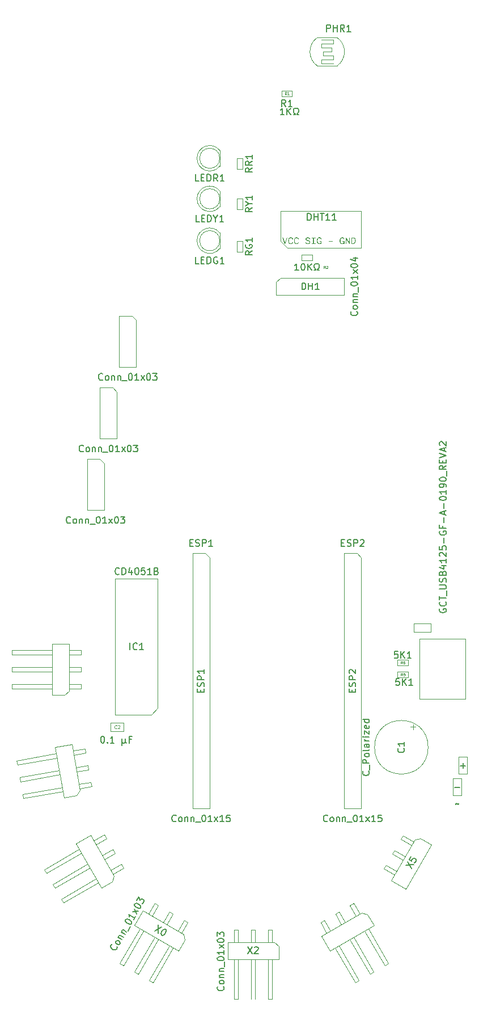
<source format=gbr>
%TF.GenerationSoftware,KiCad,Pcbnew,7.0.8*%
%TF.CreationDate,2024-08-01T15:22:42+02:00*%
%TF.ProjectId,20240606_Pflanzensensor,32303234-3036-4303-965f-50666c616e7a,rev?*%
%TF.SameCoordinates,Original*%
%TF.FileFunction,AssemblyDrawing,Top*%
%FSLAX46Y46*%
G04 Gerber Fmt 4.6, Leading zero omitted, Abs format (unit mm)*
G04 Created by KiCad (PCBNEW 7.0.8) date 2024-08-01 15:22:42*
%MOMM*%
%LPD*%
G01*
G04 APERTURE LIST*
%ADD10C,0.150000*%
%ADD11C,0.060000*%
%ADD12C,0.080000*%
%ADD13C,0.100000*%
G04 APERTURE END LIST*
D10*
X82216904Y-119674819D02*
X81740714Y-119674819D01*
X81740714Y-119674819D02*
X81693095Y-120151009D01*
X81693095Y-120151009D02*
X81740714Y-120103390D01*
X81740714Y-120103390D02*
X81835952Y-120055771D01*
X81835952Y-120055771D02*
X82074047Y-120055771D01*
X82074047Y-120055771D02*
X82169285Y-120103390D01*
X82169285Y-120103390D02*
X82216904Y-120151009D01*
X82216904Y-120151009D02*
X82264523Y-120246247D01*
X82264523Y-120246247D02*
X82264523Y-120484342D01*
X82264523Y-120484342D02*
X82216904Y-120579580D01*
X82216904Y-120579580D02*
X82169285Y-120627200D01*
X82169285Y-120627200D02*
X82074047Y-120674819D01*
X82074047Y-120674819D02*
X81835952Y-120674819D01*
X81835952Y-120674819D02*
X81740714Y-120627200D01*
X81740714Y-120627200D02*
X81693095Y-120579580D01*
X82693095Y-120674819D02*
X82693095Y-119674819D01*
X83264523Y-120674819D02*
X82835952Y-120103390D01*
X83264523Y-119674819D02*
X82693095Y-120246247D01*
X84216904Y-120674819D02*
X83645476Y-120674819D01*
X83931190Y-120674819D02*
X83931190Y-119674819D01*
X83931190Y-119674819D02*
X83835952Y-119817676D01*
X83835952Y-119817676D02*
X83740714Y-119912914D01*
X83740714Y-119912914D02*
X83645476Y-119960533D01*
D11*
X82693333Y-119276927D02*
X82560000Y-119086451D01*
X82464762Y-119276927D02*
X82464762Y-118876927D01*
X82464762Y-118876927D02*
X82617143Y-118876927D01*
X82617143Y-118876927D02*
X82655238Y-118895975D01*
X82655238Y-118895975D02*
X82674285Y-118915022D01*
X82674285Y-118915022D02*
X82693333Y-118953118D01*
X82693333Y-118953118D02*
X82693333Y-119010260D01*
X82693333Y-119010260D02*
X82674285Y-119048356D01*
X82674285Y-119048356D02*
X82655238Y-119067403D01*
X82655238Y-119067403D02*
X82617143Y-119086451D01*
X82617143Y-119086451D02*
X82464762Y-119086451D01*
X83055238Y-118876927D02*
X82864762Y-118876927D01*
X82864762Y-118876927D02*
X82845714Y-119067403D01*
X82845714Y-119067403D02*
X82864762Y-119048356D01*
X82864762Y-119048356D02*
X82902857Y-119029308D01*
X82902857Y-119029308D02*
X82998095Y-119029308D01*
X82998095Y-119029308D02*
X83036190Y-119048356D01*
X83036190Y-119048356D02*
X83055238Y-119067403D01*
X83055238Y-119067403D02*
X83074285Y-119105499D01*
X83074285Y-119105499D02*
X83074285Y-119200737D01*
X83074285Y-119200737D02*
X83055238Y-119238832D01*
X83055238Y-119238832D02*
X83036190Y-119257880D01*
X83036190Y-119257880D02*
X82998095Y-119276927D01*
X82998095Y-119276927D02*
X82902857Y-119276927D01*
X82902857Y-119276927D02*
X82864762Y-119257880D01*
X82864762Y-119257880D02*
X82845714Y-119238832D01*
D10*
X60253824Y-49420984D02*
X59777633Y-49754317D01*
X60253824Y-49992412D02*
X59253824Y-49992412D01*
X59253824Y-49992412D02*
X59253824Y-49611460D01*
X59253824Y-49611460D02*
X59301443Y-49516222D01*
X59301443Y-49516222D02*
X59349062Y-49468603D01*
X59349062Y-49468603D02*
X59444300Y-49420984D01*
X59444300Y-49420984D02*
X59587157Y-49420984D01*
X59587157Y-49420984D02*
X59682395Y-49468603D01*
X59682395Y-49468603D02*
X59730014Y-49516222D01*
X59730014Y-49516222D02*
X59777633Y-49611460D01*
X59777633Y-49611460D02*
X59777633Y-49992412D01*
X59777633Y-48801936D02*
X60253824Y-48801936D01*
X59253824Y-49135269D02*
X59777633Y-48801936D01*
X59777633Y-48801936D02*
X59253824Y-48468603D01*
X60253824Y-47611460D02*
X60253824Y-48182888D01*
X60253824Y-47897174D02*
X59253824Y-47897174D01*
X59253824Y-47897174D02*
X59396681Y-47992412D01*
X59396681Y-47992412D02*
X59491919Y-48087650D01*
X59491919Y-48087650D02*
X59539538Y-48182888D01*
X90616908Y-138428260D02*
X90664527Y-138380641D01*
X90664527Y-138380641D02*
X90759765Y-138333022D01*
X90759765Y-138333022D02*
X90950241Y-138428260D01*
X90950241Y-138428260D02*
X91045479Y-138380641D01*
X91045479Y-138380641D02*
X91093098Y-138333022D01*
X90497861Y-135888260D02*
X91259766Y-135888260D01*
X65252338Y-34285565D02*
X64919005Y-33809374D01*
X64680910Y-34285565D02*
X64680910Y-33285565D01*
X64680910Y-33285565D02*
X65061862Y-33285565D01*
X65061862Y-33285565D02*
X65157100Y-33333184D01*
X65157100Y-33333184D02*
X65204719Y-33380803D01*
X65204719Y-33380803D02*
X65252338Y-33476041D01*
X65252338Y-33476041D02*
X65252338Y-33618898D01*
X65252338Y-33618898D02*
X65204719Y-33714136D01*
X65204719Y-33714136D02*
X65157100Y-33761755D01*
X65157100Y-33761755D02*
X65061862Y-33809374D01*
X65061862Y-33809374D02*
X64680910Y-33809374D01*
X66204719Y-34285565D02*
X65633291Y-34285565D01*
X65919005Y-34285565D02*
X65919005Y-33285565D01*
X65919005Y-33285565D02*
X65823767Y-33428422D01*
X65823767Y-33428422D02*
X65728529Y-33523660D01*
X65728529Y-33523660D02*
X65633291Y-33571279D01*
X65027338Y-35545565D02*
X64455910Y-35545565D01*
X64741624Y-35545565D02*
X64741624Y-34545565D01*
X64741624Y-34545565D02*
X64646386Y-34688422D01*
X64646386Y-34688422D02*
X64551148Y-34783660D01*
X64551148Y-34783660D02*
X64455910Y-34831279D01*
X65455910Y-35545565D02*
X65455910Y-34545565D01*
X66027338Y-35545565D02*
X65598767Y-34974136D01*
X66027338Y-34545565D02*
X65455910Y-35116993D01*
X66408291Y-35545565D02*
X66646386Y-35545565D01*
X66646386Y-35545565D02*
X66646386Y-35355088D01*
X66646386Y-35355088D02*
X66551148Y-35307469D01*
X66551148Y-35307469D02*
X66455910Y-35212231D01*
X66455910Y-35212231D02*
X66408291Y-35069374D01*
X66408291Y-35069374D02*
X66408291Y-34831279D01*
X66408291Y-34831279D02*
X66455910Y-34688422D01*
X66455910Y-34688422D02*
X66551148Y-34593184D01*
X66551148Y-34593184D02*
X66694005Y-34545565D01*
X66694005Y-34545565D02*
X66884481Y-34545565D01*
X66884481Y-34545565D02*
X67027338Y-34593184D01*
X67027338Y-34593184D02*
X67122576Y-34688422D01*
X67122576Y-34688422D02*
X67170195Y-34831279D01*
X67170195Y-34831279D02*
X67170195Y-35069374D01*
X67170195Y-35069374D02*
X67122576Y-35212231D01*
X67122576Y-35212231D02*
X67027338Y-35307469D01*
X67027338Y-35307469D02*
X66932100Y-35355088D01*
X66932100Y-35355088D02*
X66932100Y-35545565D01*
X66932100Y-35545565D02*
X67170195Y-35545565D01*
D11*
X65352338Y-32532673D02*
X65219005Y-32342197D01*
X65123767Y-32532673D02*
X65123767Y-32132673D01*
X65123767Y-32132673D02*
X65276148Y-32132673D01*
X65276148Y-32132673D02*
X65314243Y-32151721D01*
X65314243Y-32151721D02*
X65333290Y-32170768D01*
X65333290Y-32170768D02*
X65352338Y-32208864D01*
X65352338Y-32208864D02*
X65352338Y-32266006D01*
X65352338Y-32266006D02*
X65333290Y-32304102D01*
X65333290Y-32304102D02*
X65314243Y-32323149D01*
X65314243Y-32323149D02*
X65276148Y-32342197D01*
X65276148Y-32342197D02*
X65123767Y-32342197D01*
X65733290Y-32532673D02*
X65504719Y-32532673D01*
X65619005Y-32532673D02*
X65619005Y-32132673D01*
X65619005Y-32132673D02*
X65580909Y-32189816D01*
X65580909Y-32189816D02*
X65542814Y-32227911D01*
X65542814Y-32227911D02*
X65504719Y-32246959D01*
D10*
X60253824Y-43467412D02*
X59777633Y-43800745D01*
X60253824Y-44038840D02*
X59253824Y-44038840D01*
X59253824Y-44038840D02*
X59253824Y-43657888D01*
X59253824Y-43657888D02*
X59301443Y-43562650D01*
X59301443Y-43562650D02*
X59349062Y-43515031D01*
X59349062Y-43515031D02*
X59444300Y-43467412D01*
X59444300Y-43467412D02*
X59587157Y-43467412D01*
X59587157Y-43467412D02*
X59682395Y-43515031D01*
X59682395Y-43515031D02*
X59730014Y-43562650D01*
X59730014Y-43562650D02*
X59777633Y-43657888D01*
X59777633Y-43657888D02*
X59777633Y-44038840D01*
X60253824Y-42467412D02*
X59777633Y-42800745D01*
X60253824Y-43038840D02*
X59253824Y-43038840D01*
X59253824Y-43038840D02*
X59253824Y-42657888D01*
X59253824Y-42657888D02*
X59301443Y-42562650D01*
X59301443Y-42562650D02*
X59349062Y-42515031D01*
X59349062Y-42515031D02*
X59444300Y-42467412D01*
X59444300Y-42467412D02*
X59587157Y-42467412D01*
X59587157Y-42467412D02*
X59682395Y-42515031D01*
X59682395Y-42515031D02*
X59730014Y-42562650D01*
X59730014Y-42562650D02*
X59777633Y-42657888D01*
X59777633Y-42657888D02*
X59777633Y-43038840D01*
X60253824Y-41515031D02*
X60253824Y-42086459D01*
X60253824Y-41800745D02*
X59253824Y-41800745D01*
X59253824Y-41800745D02*
X59396681Y-41895983D01*
X59396681Y-41895983D02*
X59491919Y-41991221D01*
X59491919Y-41991221D02*
X59539538Y-42086459D01*
X83158325Y-147557638D02*
X84357684Y-147480288D01*
X83491658Y-146980288D02*
X84024350Y-148057638D01*
X83920230Y-146237980D02*
X83682135Y-146650373D01*
X83682135Y-146650373D02*
X84070718Y-146929708D01*
X84070718Y-146929708D02*
X84053288Y-146864659D01*
X84053288Y-146864659D02*
X84059668Y-146758371D01*
X84059668Y-146758371D02*
X84178716Y-146552175D01*
X84178716Y-146552175D02*
X84267574Y-146493505D01*
X84267574Y-146493505D02*
X84332623Y-146476076D01*
X84332623Y-146476076D02*
X84438911Y-146482455D01*
X84438911Y-146482455D02*
X84645108Y-146601503D01*
X84645108Y-146601503D02*
X84703777Y-146690361D01*
X84703777Y-146690361D02*
X84721206Y-146755410D01*
X84721206Y-146755410D02*
X84714827Y-146861698D01*
X84714827Y-146861698D02*
X84595779Y-147067895D01*
X84595779Y-147067895D02*
X84506921Y-147126564D01*
X84506921Y-147126564D02*
X84441872Y-147143994D01*
X52279957Y-45440565D02*
X51803767Y-45440565D01*
X51803767Y-45440565D02*
X51803767Y-44440565D01*
X52613291Y-44916755D02*
X52946624Y-44916755D01*
X53089481Y-45440565D02*
X52613291Y-45440565D01*
X52613291Y-45440565D02*
X52613291Y-44440565D01*
X52613291Y-44440565D02*
X53089481Y-44440565D01*
X53518053Y-45440565D02*
X53518053Y-44440565D01*
X53518053Y-44440565D02*
X53756148Y-44440565D01*
X53756148Y-44440565D02*
X53899005Y-44488184D01*
X53899005Y-44488184D02*
X53994243Y-44583422D01*
X53994243Y-44583422D02*
X54041862Y-44678660D01*
X54041862Y-44678660D02*
X54089481Y-44869136D01*
X54089481Y-44869136D02*
X54089481Y-45011993D01*
X54089481Y-45011993D02*
X54041862Y-45202469D01*
X54041862Y-45202469D02*
X53994243Y-45297707D01*
X53994243Y-45297707D02*
X53899005Y-45392946D01*
X53899005Y-45392946D02*
X53756148Y-45440565D01*
X53756148Y-45440565D02*
X53518053Y-45440565D01*
X55089481Y-45440565D02*
X54756148Y-44964374D01*
X54518053Y-45440565D02*
X54518053Y-44440565D01*
X54518053Y-44440565D02*
X54899005Y-44440565D01*
X54899005Y-44440565D02*
X54994243Y-44488184D01*
X54994243Y-44488184D02*
X55041862Y-44535803D01*
X55041862Y-44535803D02*
X55089481Y-44631041D01*
X55089481Y-44631041D02*
X55089481Y-44773898D01*
X55089481Y-44773898D02*
X55041862Y-44869136D01*
X55041862Y-44869136D02*
X54994243Y-44916755D01*
X54994243Y-44916755D02*
X54899005Y-44964374D01*
X54899005Y-44964374D02*
X54518053Y-44964374D01*
X56041862Y-45440565D02*
X55470434Y-45440565D01*
X55756148Y-45440565D02*
X55756148Y-44440565D01*
X55756148Y-44440565D02*
X55660910Y-44583422D01*
X55660910Y-44583422D02*
X55565672Y-44678660D01*
X55565672Y-44678660D02*
X55470434Y-44726279D01*
X81996904Y-115634819D02*
X81520714Y-115634819D01*
X81520714Y-115634819D02*
X81473095Y-116111009D01*
X81473095Y-116111009D02*
X81520714Y-116063390D01*
X81520714Y-116063390D02*
X81615952Y-116015771D01*
X81615952Y-116015771D02*
X81854047Y-116015771D01*
X81854047Y-116015771D02*
X81949285Y-116063390D01*
X81949285Y-116063390D02*
X81996904Y-116111009D01*
X81996904Y-116111009D02*
X82044523Y-116206247D01*
X82044523Y-116206247D02*
X82044523Y-116444342D01*
X82044523Y-116444342D02*
X81996904Y-116539580D01*
X81996904Y-116539580D02*
X81949285Y-116587200D01*
X81949285Y-116587200D02*
X81854047Y-116634819D01*
X81854047Y-116634819D02*
X81615952Y-116634819D01*
X81615952Y-116634819D02*
X81520714Y-116587200D01*
X81520714Y-116587200D02*
X81473095Y-116539580D01*
X82473095Y-116634819D02*
X82473095Y-115634819D01*
X83044523Y-116634819D02*
X82615952Y-116063390D01*
X83044523Y-115634819D02*
X82473095Y-116206247D01*
X83996904Y-116634819D02*
X83425476Y-116634819D01*
X83711190Y-116634819D02*
X83711190Y-115634819D01*
X83711190Y-115634819D02*
X83615952Y-115777676D01*
X83615952Y-115777676D02*
X83520714Y-115872914D01*
X83520714Y-115872914D02*
X83425476Y-115920533D01*
D11*
X82668333Y-117501927D02*
X82535000Y-117311451D01*
X82439762Y-117501927D02*
X82439762Y-117101927D01*
X82439762Y-117101927D02*
X82592143Y-117101927D01*
X82592143Y-117101927D02*
X82630238Y-117120975D01*
X82630238Y-117120975D02*
X82649285Y-117140022D01*
X82649285Y-117140022D02*
X82668333Y-117178118D01*
X82668333Y-117178118D02*
X82668333Y-117235260D01*
X82668333Y-117235260D02*
X82649285Y-117273356D01*
X82649285Y-117273356D02*
X82630238Y-117292403D01*
X82630238Y-117292403D02*
X82592143Y-117311451D01*
X82592143Y-117311451D02*
X82439762Y-117311451D01*
X83011190Y-117101927D02*
X82935000Y-117101927D01*
X82935000Y-117101927D02*
X82896904Y-117120975D01*
X82896904Y-117120975D02*
X82877857Y-117140022D01*
X82877857Y-117140022D02*
X82839762Y-117197165D01*
X82839762Y-117197165D02*
X82820714Y-117273356D01*
X82820714Y-117273356D02*
X82820714Y-117425737D01*
X82820714Y-117425737D02*
X82839762Y-117463832D01*
X82839762Y-117463832D02*
X82858809Y-117482880D01*
X82858809Y-117482880D02*
X82896904Y-117501927D01*
X82896904Y-117501927D02*
X82973095Y-117501927D01*
X82973095Y-117501927D02*
X83011190Y-117482880D01*
X83011190Y-117482880D02*
X83030238Y-117463832D01*
X83030238Y-117463832D02*
X83049285Y-117425737D01*
X83049285Y-117425737D02*
X83049285Y-117330499D01*
X83049285Y-117330499D02*
X83030238Y-117292403D01*
X83030238Y-117292403D02*
X83011190Y-117273356D01*
X83011190Y-117273356D02*
X82973095Y-117254308D01*
X82973095Y-117254308D02*
X82896904Y-117254308D01*
X82896904Y-117254308D02*
X82858809Y-117273356D01*
X82858809Y-117273356D02*
X82839762Y-117292403D01*
X82839762Y-117292403D02*
X82820714Y-117330499D01*
D10*
X40383766Y-104055326D02*
X40336147Y-104102946D01*
X40336147Y-104102946D02*
X40193290Y-104150565D01*
X40193290Y-104150565D02*
X40098052Y-104150565D01*
X40098052Y-104150565D02*
X39955195Y-104102946D01*
X39955195Y-104102946D02*
X39859957Y-104007707D01*
X39859957Y-104007707D02*
X39812338Y-103912469D01*
X39812338Y-103912469D02*
X39764719Y-103721993D01*
X39764719Y-103721993D02*
X39764719Y-103579136D01*
X39764719Y-103579136D02*
X39812338Y-103388660D01*
X39812338Y-103388660D02*
X39859957Y-103293422D01*
X39859957Y-103293422D02*
X39955195Y-103198184D01*
X39955195Y-103198184D02*
X40098052Y-103150565D01*
X40098052Y-103150565D02*
X40193290Y-103150565D01*
X40193290Y-103150565D02*
X40336147Y-103198184D01*
X40336147Y-103198184D02*
X40383766Y-103245803D01*
X40812338Y-104150565D02*
X40812338Y-103150565D01*
X40812338Y-103150565D02*
X41050433Y-103150565D01*
X41050433Y-103150565D02*
X41193290Y-103198184D01*
X41193290Y-103198184D02*
X41288528Y-103293422D01*
X41288528Y-103293422D02*
X41336147Y-103388660D01*
X41336147Y-103388660D02*
X41383766Y-103579136D01*
X41383766Y-103579136D02*
X41383766Y-103721993D01*
X41383766Y-103721993D02*
X41336147Y-103912469D01*
X41336147Y-103912469D02*
X41288528Y-104007707D01*
X41288528Y-104007707D02*
X41193290Y-104102946D01*
X41193290Y-104102946D02*
X41050433Y-104150565D01*
X41050433Y-104150565D02*
X40812338Y-104150565D01*
X42240909Y-103483898D02*
X42240909Y-104150565D01*
X42002814Y-103102946D02*
X41764719Y-103817231D01*
X41764719Y-103817231D02*
X42383766Y-103817231D01*
X42955195Y-103150565D02*
X43050433Y-103150565D01*
X43050433Y-103150565D02*
X43145671Y-103198184D01*
X43145671Y-103198184D02*
X43193290Y-103245803D01*
X43193290Y-103245803D02*
X43240909Y-103341041D01*
X43240909Y-103341041D02*
X43288528Y-103531517D01*
X43288528Y-103531517D02*
X43288528Y-103769612D01*
X43288528Y-103769612D02*
X43240909Y-103960088D01*
X43240909Y-103960088D02*
X43193290Y-104055326D01*
X43193290Y-104055326D02*
X43145671Y-104102946D01*
X43145671Y-104102946D02*
X43050433Y-104150565D01*
X43050433Y-104150565D02*
X42955195Y-104150565D01*
X42955195Y-104150565D02*
X42859957Y-104102946D01*
X42859957Y-104102946D02*
X42812338Y-104055326D01*
X42812338Y-104055326D02*
X42764719Y-103960088D01*
X42764719Y-103960088D02*
X42717100Y-103769612D01*
X42717100Y-103769612D02*
X42717100Y-103531517D01*
X42717100Y-103531517D02*
X42764719Y-103341041D01*
X42764719Y-103341041D02*
X42812338Y-103245803D01*
X42812338Y-103245803D02*
X42859957Y-103198184D01*
X42859957Y-103198184D02*
X42955195Y-103150565D01*
X44193290Y-103150565D02*
X43717100Y-103150565D01*
X43717100Y-103150565D02*
X43669481Y-103626755D01*
X43669481Y-103626755D02*
X43717100Y-103579136D01*
X43717100Y-103579136D02*
X43812338Y-103531517D01*
X43812338Y-103531517D02*
X44050433Y-103531517D01*
X44050433Y-103531517D02*
X44145671Y-103579136D01*
X44145671Y-103579136D02*
X44193290Y-103626755D01*
X44193290Y-103626755D02*
X44240909Y-103721993D01*
X44240909Y-103721993D02*
X44240909Y-103960088D01*
X44240909Y-103960088D02*
X44193290Y-104055326D01*
X44193290Y-104055326D02*
X44145671Y-104102946D01*
X44145671Y-104102946D02*
X44050433Y-104150565D01*
X44050433Y-104150565D02*
X43812338Y-104150565D01*
X43812338Y-104150565D02*
X43717100Y-104102946D01*
X43717100Y-104102946D02*
X43669481Y-104055326D01*
X45193290Y-104150565D02*
X44621862Y-104150565D01*
X44907576Y-104150565D02*
X44907576Y-103150565D01*
X44907576Y-103150565D02*
X44812338Y-103293422D01*
X44812338Y-103293422D02*
X44717100Y-103388660D01*
X44717100Y-103388660D02*
X44621862Y-103436279D01*
X45955195Y-103626755D02*
X46098052Y-103674374D01*
X46098052Y-103674374D02*
X46145671Y-103721993D01*
X46145671Y-103721993D02*
X46193290Y-103817231D01*
X46193290Y-103817231D02*
X46193290Y-103960088D01*
X46193290Y-103960088D02*
X46145671Y-104055326D01*
X46145671Y-104055326D02*
X46098052Y-104102946D01*
X46098052Y-104102946D02*
X46002814Y-104150565D01*
X46002814Y-104150565D02*
X45621862Y-104150565D01*
X45621862Y-104150565D02*
X45621862Y-103150565D01*
X45621862Y-103150565D02*
X45955195Y-103150565D01*
X45955195Y-103150565D02*
X46050433Y-103198184D01*
X46050433Y-103198184D02*
X46098052Y-103245803D01*
X46098052Y-103245803D02*
X46145671Y-103341041D01*
X46145671Y-103341041D02*
X46145671Y-103436279D01*
X46145671Y-103436279D02*
X46098052Y-103531517D01*
X46098052Y-103531517D02*
X46050433Y-103579136D01*
X46050433Y-103579136D02*
X45955195Y-103626755D01*
X45955195Y-103626755D02*
X45621862Y-103626755D01*
X42002815Y-115370565D02*
X42002815Y-114370565D01*
X43050433Y-115275326D02*
X43002814Y-115322946D01*
X43002814Y-115322946D02*
X42859957Y-115370565D01*
X42859957Y-115370565D02*
X42764719Y-115370565D01*
X42764719Y-115370565D02*
X42621862Y-115322946D01*
X42621862Y-115322946D02*
X42526624Y-115227707D01*
X42526624Y-115227707D02*
X42479005Y-115132469D01*
X42479005Y-115132469D02*
X42431386Y-114941993D01*
X42431386Y-114941993D02*
X42431386Y-114799136D01*
X42431386Y-114799136D02*
X42479005Y-114608660D01*
X42479005Y-114608660D02*
X42526624Y-114513422D01*
X42526624Y-114513422D02*
X42621862Y-114418184D01*
X42621862Y-114418184D02*
X42764719Y-114370565D01*
X42764719Y-114370565D02*
X42859957Y-114370565D01*
X42859957Y-114370565D02*
X43002814Y-114418184D01*
X43002814Y-114418184D02*
X43050433Y-114465803D01*
X44002814Y-115370565D02*
X43431386Y-115370565D01*
X43717100Y-115370565D02*
X43717100Y-114370565D01*
X43717100Y-114370565D02*
X43621862Y-114513422D01*
X43621862Y-114513422D02*
X43526624Y-114608660D01*
X43526624Y-114608660D02*
X43431386Y-114656279D01*
X67157100Y-58735565D02*
X66585672Y-58735565D01*
X66871386Y-58735565D02*
X66871386Y-57735565D01*
X66871386Y-57735565D02*
X66776148Y-57878422D01*
X66776148Y-57878422D02*
X66680910Y-57973660D01*
X66680910Y-57973660D02*
X66585672Y-58021279D01*
X67776148Y-57735565D02*
X67871386Y-57735565D01*
X67871386Y-57735565D02*
X67966624Y-57783184D01*
X67966624Y-57783184D02*
X68014243Y-57830803D01*
X68014243Y-57830803D02*
X68061862Y-57926041D01*
X68061862Y-57926041D02*
X68109481Y-58116517D01*
X68109481Y-58116517D02*
X68109481Y-58354612D01*
X68109481Y-58354612D02*
X68061862Y-58545088D01*
X68061862Y-58545088D02*
X68014243Y-58640326D01*
X68014243Y-58640326D02*
X67966624Y-58687946D01*
X67966624Y-58687946D02*
X67871386Y-58735565D01*
X67871386Y-58735565D02*
X67776148Y-58735565D01*
X67776148Y-58735565D02*
X67680910Y-58687946D01*
X67680910Y-58687946D02*
X67633291Y-58640326D01*
X67633291Y-58640326D02*
X67585672Y-58545088D01*
X67585672Y-58545088D02*
X67538053Y-58354612D01*
X67538053Y-58354612D02*
X67538053Y-58116517D01*
X67538053Y-58116517D02*
X67585672Y-57926041D01*
X67585672Y-57926041D02*
X67633291Y-57830803D01*
X67633291Y-57830803D02*
X67680910Y-57783184D01*
X67680910Y-57783184D02*
X67776148Y-57735565D01*
X68538053Y-58735565D02*
X68538053Y-57735565D01*
X69109481Y-58735565D02*
X68680910Y-58164136D01*
X69109481Y-57735565D02*
X68538053Y-58306993D01*
X69490434Y-58735565D02*
X69728529Y-58735565D01*
X69728529Y-58735565D02*
X69728529Y-58545088D01*
X69728529Y-58545088D02*
X69633291Y-58497469D01*
X69633291Y-58497469D02*
X69538053Y-58402231D01*
X69538053Y-58402231D02*
X69490434Y-58259374D01*
X69490434Y-58259374D02*
X69490434Y-58021279D01*
X69490434Y-58021279D02*
X69538053Y-57878422D01*
X69538053Y-57878422D02*
X69633291Y-57783184D01*
X69633291Y-57783184D02*
X69776148Y-57735565D01*
X69776148Y-57735565D02*
X69966624Y-57735565D01*
X69966624Y-57735565D02*
X70109481Y-57783184D01*
X70109481Y-57783184D02*
X70204719Y-57878422D01*
X70204719Y-57878422D02*
X70252338Y-58021279D01*
X70252338Y-58021279D02*
X70252338Y-58259374D01*
X70252338Y-58259374D02*
X70204719Y-58402231D01*
X70204719Y-58402231D02*
X70109481Y-58497469D01*
X70109481Y-58497469D02*
X70014243Y-58545088D01*
X70014243Y-58545088D02*
X70014243Y-58735565D01*
X70014243Y-58735565D02*
X70252338Y-58735565D01*
D11*
X71152338Y-58482673D02*
X71019005Y-58292197D01*
X70923767Y-58482673D02*
X70923767Y-58082673D01*
X70923767Y-58082673D02*
X71076148Y-58082673D01*
X71076148Y-58082673D02*
X71114243Y-58101721D01*
X71114243Y-58101721D02*
X71133290Y-58120768D01*
X71133290Y-58120768D02*
X71152338Y-58158864D01*
X71152338Y-58158864D02*
X71152338Y-58216006D01*
X71152338Y-58216006D02*
X71133290Y-58254102D01*
X71133290Y-58254102D02*
X71114243Y-58273149D01*
X71114243Y-58273149D02*
X71076148Y-58292197D01*
X71076148Y-58292197D02*
X70923767Y-58292197D01*
X71304719Y-58120768D02*
X71323767Y-58101721D01*
X71323767Y-58101721D02*
X71361862Y-58082673D01*
X71361862Y-58082673D02*
X71457100Y-58082673D01*
X71457100Y-58082673D02*
X71495195Y-58101721D01*
X71495195Y-58101721D02*
X71514243Y-58120768D01*
X71514243Y-58120768D02*
X71533290Y-58158864D01*
X71533290Y-58158864D02*
X71533290Y-58196959D01*
X71533290Y-58196959D02*
X71514243Y-58254102D01*
X71514243Y-58254102D02*
X71285671Y-58482673D01*
X71285671Y-58482673D02*
X71533290Y-58482673D01*
D10*
X37858767Y-128285565D02*
X37954005Y-128285565D01*
X37954005Y-128285565D02*
X38049243Y-128333184D01*
X38049243Y-128333184D02*
X38096862Y-128380803D01*
X38096862Y-128380803D02*
X38144481Y-128476041D01*
X38144481Y-128476041D02*
X38192100Y-128666517D01*
X38192100Y-128666517D02*
X38192100Y-128904612D01*
X38192100Y-128904612D02*
X38144481Y-129095088D01*
X38144481Y-129095088D02*
X38096862Y-129190326D01*
X38096862Y-129190326D02*
X38049243Y-129237946D01*
X38049243Y-129237946D02*
X37954005Y-129285565D01*
X37954005Y-129285565D02*
X37858767Y-129285565D01*
X37858767Y-129285565D02*
X37763529Y-129237946D01*
X37763529Y-129237946D02*
X37715910Y-129190326D01*
X37715910Y-129190326D02*
X37668291Y-129095088D01*
X37668291Y-129095088D02*
X37620672Y-128904612D01*
X37620672Y-128904612D02*
X37620672Y-128666517D01*
X37620672Y-128666517D02*
X37668291Y-128476041D01*
X37668291Y-128476041D02*
X37715910Y-128380803D01*
X37715910Y-128380803D02*
X37763529Y-128333184D01*
X37763529Y-128333184D02*
X37858767Y-128285565D01*
X38620672Y-129190326D02*
X38668291Y-129237946D01*
X38668291Y-129237946D02*
X38620672Y-129285565D01*
X38620672Y-129285565D02*
X38573053Y-129237946D01*
X38573053Y-129237946D02*
X38620672Y-129190326D01*
X38620672Y-129190326D02*
X38620672Y-129285565D01*
X39620671Y-129285565D02*
X39049243Y-129285565D01*
X39334957Y-129285565D02*
X39334957Y-128285565D01*
X39334957Y-128285565D02*
X39239719Y-128428422D01*
X39239719Y-128428422D02*
X39144481Y-128523660D01*
X39144481Y-128523660D02*
X39049243Y-128571279D01*
X40811148Y-128618898D02*
X40811148Y-129618898D01*
X41287338Y-129142707D02*
X41334957Y-129237946D01*
X41334957Y-129237946D02*
X41430195Y-129285565D01*
X40811148Y-129142707D02*
X40858767Y-129237946D01*
X40858767Y-129237946D02*
X40954005Y-129285565D01*
X40954005Y-129285565D02*
X41144481Y-129285565D01*
X41144481Y-129285565D02*
X41239719Y-129237946D01*
X41239719Y-129237946D02*
X41287338Y-129142707D01*
X41287338Y-129142707D02*
X41287338Y-128618898D01*
X42192100Y-128761755D02*
X41858767Y-128761755D01*
X41858767Y-129285565D02*
X41858767Y-128285565D01*
X41858767Y-128285565D02*
X42334957Y-128285565D01*
D12*
X39985671Y-127105276D02*
X39961862Y-127129086D01*
X39961862Y-127129086D02*
X39890433Y-127152895D01*
X39890433Y-127152895D02*
X39842814Y-127152895D01*
X39842814Y-127152895D02*
X39771386Y-127129086D01*
X39771386Y-127129086D02*
X39723767Y-127081466D01*
X39723767Y-127081466D02*
X39699957Y-127033847D01*
X39699957Y-127033847D02*
X39676148Y-126938609D01*
X39676148Y-126938609D02*
X39676148Y-126867181D01*
X39676148Y-126867181D02*
X39699957Y-126771943D01*
X39699957Y-126771943D02*
X39723767Y-126724324D01*
X39723767Y-126724324D02*
X39771386Y-126676705D01*
X39771386Y-126676705D02*
X39842814Y-126652895D01*
X39842814Y-126652895D02*
X39890433Y-126652895D01*
X39890433Y-126652895D02*
X39961862Y-126676705D01*
X39961862Y-126676705D02*
X39985671Y-126700514D01*
X40176148Y-126700514D02*
X40199957Y-126676705D01*
X40199957Y-126676705D02*
X40247576Y-126652895D01*
X40247576Y-126652895D02*
X40366624Y-126652895D01*
X40366624Y-126652895D02*
X40414243Y-126676705D01*
X40414243Y-126676705D02*
X40438052Y-126700514D01*
X40438052Y-126700514D02*
X40461862Y-126748133D01*
X40461862Y-126748133D02*
X40461862Y-126795752D01*
X40461862Y-126795752D02*
X40438052Y-126867181D01*
X40438052Y-126867181D02*
X40152338Y-127152895D01*
X40152338Y-127152895D02*
X40461862Y-127152895D01*
D10*
X40052790Y-159738981D02*
X40070220Y-159804030D01*
X40070220Y-159804030D02*
X40040031Y-159951558D01*
X40040031Y-159951558D02*
X39992412Y-160034036D01*
X39992412Y-160034036D02*
X39879744Y-160133945D01*
X39879744Y-160133945D02*
X39749646Y-160168804D01*
X39749646Y-160168804D02*
X39643358Y-160162424D01*
X39643358Y-160162424D02*
X39454591Y-160108426D01*
X39454591Y-160108426D02*
X39330873Y-160036997D01*
X39330873Y-160036997D02*
X39189726Y-159900520D01*
X39189726Y-159900520D02*
X39131057Y-159811661D01*
X39131057Y-159811661D02*
X39096197Y-159681564D01*
X39096197Y-159681564D02*
X39126386Y-159534036D01*
X39126386Y-159534036D02*
X39174005Y-159451558D01*
X39174005Y-159451558D02*
X39286673Y-159351649D01*
X39286673Y-159351649D02*
X39351722Y-159334219D01*
X40420983Y-159291729D02*
X40332125Y-159350398D01*
X40332125Y-159350398D02*
X40267076Y-159367828D01*
X40267076Y-159367828D02*
X40160788Y-159361448D01*
X40160788Y-159361448D02*
X39913352Y-159218591D01*
X39913352Y-159218591D02*
X39854683Y-159129732D01*
X39854683Y-159129732D02*
X39837253Y-159064684D01*
X39837253Y-159064684D02*
X39843633Y-158958395D01*
X39843633Y-158958395D02*
X39915061Y-158834678D01*
X39915061Y-158834678D02*
X40003920Y-158776008D01*
X40003920Y-158776008D02*
X40068969Y-158758579D01*
X40068969Y-158758579D02*
X40175257Y-158764958D01*
X40175257Y-158764958D02*
X40422692Y-158907816D01*
X40422692Y-158907816D02*
X40481362Y-158996674D01*
X40481362Y-158996674D02*
X40498791Y-159061723D01*
X40498791Y-159061723D02*
X40492412Y-159168011D01*
X40492412Y-159168011D02*
X40420983Y-159291729D01*
X40224585Y-158298566D02*
X40801935Y-158631900D01*
X40307064Y-158346186D02*
X40289634Y-158281137D01*
X40289634Y-158281137D02*
X40296014Y-158174849D01*
X40296014Y-158174849D02*
X40367442Y-158051131D01*
X40367442Y-158051131D02*
X40456301Y-157992462D01*
X40456301Y-157992462D02*
X40562589Y-157998841D01*
X40562589Y-157998841D02*
X41016221Y-158260746D01*
X40676966Y-157515020D02*
X41254316Y-157848353D01*
X40759445Y-157562639D02*
X40742015Y-157497590D01*
X40742015Y-157497590D02*
X40748395Y-157391302D01*
X40748395Y-157391302D02*
X40819823Y-157267584D01*
X40819823Y-157267584D02*
X40908682Y-157208915D01*
X40908682Y-157208915D02*
X41014970Y-157215294D01*
X41014970Y-157215294D02*
X41468602Y-157477199D01*
X41670128Y-157318622D02*
X42051081Y-156658793D01*
X41316863Y-155740020D02*
X41364482Y-155657541D01*
X41364482Y-155657541D02*
X41453340Y-155598872D01*
X41453340Y-155598872D02*
X41518389Y-155581442D01*
X41518389Y-155581442D02*
X41624677Y-155587822D01*
X41624677Y-155587822D02*
X41813444Y-155641821D01*
X41813444Y-155641821D02*
X42019640Y-155760868D01*
X42019640Y-155760868D02*
X42160788Y-155897346D01*
X42160788Y-155897346D02*
X42219457Y-155986204D01*
X42219457Y-155986204D02*
X42236887Y-156051253D01*
X42236887Y-156051253D02*
X42230507Y-156157541D01*
X42230507Y-156157541D02*
X42182888Y-156240020D01*
X42182888Y-156240020D02*
X42094030Y-156298689D01*
X42094030Y-156298689D02*
X42028981Y-156316119D01*
X42028981Y-156316119D02*
X41922693Y-156309739D01*
X41922693Y-156309739D02*
X41733926Y-156255740D01*
X41733926Y-156255740D02*
X41527729Y-156136692D01*
X41527729Y-156136692D02*
X41386582Y-156000215D01*
X41386582Y-156000215D02*
X41327913Y-155911357D01*
X41327913Y-155911357D02*
X41310483Y-155846308D01*
X41310483Y-155846308D02*
X41316863Y-155740020D01*
X42825745Y-155126558D02*
X42540031Y-155621430D01*
X42682888Y-155373994D02*
X41816863Y-154873994D01*
X41816863Y-154873994D02*
X41892962Y-155027901D01*
X41892962Y-155027901D02*
X41927821Y-155157999D01*
X41927821Y-155157999D02*
X41921441Y-155264287D01*
X42992412Y-154837883D02*
X42676966Y-154050918D01*
X42415062Y-154504550D02*
X43254317Y-154384251D01*
X42674006Y-153389379D02*
X42721625Y-153306901D01*
X42721625Y-153306901D02*
X42810483Y-153248231D01*
X42810483Y-153248231D02*
X42875532Y-153230802D01*
X42875532Y-153230802D02*
X42981820Y-153237181D01*
X42981820Y-153237181D02*
X43170587Y-153291180D01*
X43170587Y-153291180D02*
X43376783Y-153410228D01*
X43376783Y-153410228D02*
X43517931Y-153546705D01*
X43517931Y-153546705D02*
X43576600Y-153635564D01*
X43576600Y-153635564D02*
X43594030Y-153700612D01*
X43594030Y-153700612D02*
X43587650Y-153806901D01*
X43587650Y-153806901D02*
X43540031Y-153889379D01*
X43540031Y-153889379D02*
X43451173Y-153948048D01*
X43451173Y-153948048D02*
X43386124Y-153965478D01*
X43386124Y-153965478D02*
X43279836Y-153959098D01*
X43279836Y-153959098D02*
X43091069Y-153905099D01*
X43091069Y-153905099D02*
X42884872Y-153786052D01*
X42884872Y-153786052D02*
X42743725Y-153649574D01*
X42743725Y-153649574D02*
X42685056Y-153560716D01*
X42685056Y-153560716D02*
X42667626Y-153495667D01*
X42667626Y-153495667D02*
X42674006Y-153389379D01*
X43007339Y-152812029D02*
X43316863Y-152275918D01*
X43316863Y-152275918D02*
X43480111Y-152755069D01*
X43480111Y-152755069D02*
X43551539Y-152631351D01*
X43551539Y-152631351D02*
X43640398Y-152572682D01*
X43640398Y-152572682D02*
X43705446Y-152555252D01*
X43705446Y-152555252D02*
X43811734Y-152561632D01*
X43811734Y-152561632D02*
X44017931Y-152680680D01*
X44017931Y-152680680D02*
X44076600Y-152769538D01*
X44076600Y-152769538D02*
X44094030Y-152834587D01*
X44094030Y-152834587D02*
X44087650Y-152940875D01*
X44087650Y-152940875D02*
X43944793Y-153188311D01*
X43944793Y-153188311D02*
X43855935Y-153246980D01*
X43855935Y-153246980D02*
X43790886Y-153264410D01*
X46155036Y-156451372D02*
X46232386Y-157650731D01*
X46732386Y-156784705D02*
X45655036Y-157317397D01*
X47227258Y-157070420D02*
X47309736Y-157118039D01*
X47309736Y-157118039D02*
X47368405Y-157206897D01*
X47368405Y-157206897D02*
X47385835Y-157271946D01*
X47385835Y-157271946D02*
X47379455Y-157378234D01*
X47379455Y-157378234D02*
X47325457Y-157567001D01*
X47325457Y-157567001D02*
X47206409Y-157773197D01*
X47206409Y-157773197D02*
X47069932Y-157914345D01*
X47069932Y-157914345D02*
X46981073Y-157973014D01*
X46981073Y-157973014D02*
X46916024Y-157990444D01*
X46916024Y-157990444D02*
X46809736Y-157984064D01*
X46809736Y-157984064D02*
X46727258Y-157936445D01*
X46727258Y-157936445D02*
X46668589Y-157847587D01*
X46668589Y-157847587D02*
X46651159Y-157782538D01*
X46651159Y-157782538D02*
X46657539Y-157676250D01*
X46657539Y-157676250D02*
X46711537Y-157487483D01*
X46711537Y-157487483D02*
X46830585Y-157281286D01*
X46830585Y-157281286D02*
X46967062Y-157140139D01*
X46967062Y-157140139D02*
X47055921Y-157081470D01*
X47055921Y-157081470D02*
X47120970Y-157064040D01*
X47120970Y-157064040D02*
X47227258Y-157070420D01*
X88262438Y-109265476D02*
X88214819Y-109360714D01*
X88214819Y-109360714D02*
X88214819Y-109503571D01*
X88214819Y-109503571D02*
X88262438Y-109646428D01*
X88262438Y-109646428D02*
X88357676Y-109741666D01*
X88357676Y-109741666D02*
X88452914Y-109789285D01*
X88452914Y-109789285D02*
X88643390Y-109836904D01*
X88643390Y-109836904D02*
X88786247Y-109836904D01*
X88786247Y-109836904D02*
X88976723Y-109789285D01*
X88976723Y-109789285D02*
X89071961Y-109741666D01*
X89071961Y-109741666D02*
X89167200Y-109646428D01*
X89167200Y-109646428D02*
X89214819Y-109503571D01*
X89214819Y-109503571D02*
X89214819Y-109408333D01*
X89214819Y-109408333D02*
X89167200Y-109265476D01*
X89167200Y-109265476D02*
X89119580Y-109217857D01*
X89119580Y-109217857D02*
X88786247Y-109217857D01*
X88786247Y-109217857D02*
X88786247Y-109408333D01*
X89119580Y-108217857D02*
X89167200Y-108265476D01*
X89167200Y-108265476D02*
X89214819Y-108408333D01*
X89214819Y-108408333D02*
X89214819Y-108503571D01*
X89214819Y-108503571D02*
X89167200Y-108646428D01*
X89167200Y-108646428D02*
X89071961Y-108741666D01*
X89071961Y-108741666D02*
X88976723Y-108789285D01*
X88976723Y-108789285D02*
X88786247Y-108836904D01*
X88786247Y-108836904D02*
X88643390Y-108836904D01*
X88643390Y-108836904D02*
X88452914Y-108789285D01*
X88452914Y-108789285D02*
X88357676Y-108741666D01*
X88357676Y-108741666D02*
X88262438Y-108646428D01*
X88262438Y-108646428D02*
X88214819Y-108503571D01*
X88214819Y-108503571D02*
X88214819Y-108408333D01*
X88214819Y-108408333D02*
X88262438Y-108265476D01*
X88262438Y-108265476D02*
X88310057Y-108217857D01*
X88214819Y-107932142D02*
X88214819Y-107360714D01*
X89214819Y-107646428D02*
X88214819Y-107646428D01*
X89310057Y-107265476D02*
X89310057Y-106503571D01*
X88214819Y-106265475D02*
X89024342Y-106265475D01*
X89024342Y-106265475D02*
X89119580Y-106217856D01*
X89119580Y-106217856D02*
X89167200Y-106170237D01*
X89167200Y-106170237D02*
X89214819Y-106074999D01*
X89214819Y-106074999D02*
X89214819Y-105884523D01*
X89214819Y-105884523D02*
X89167200Y-105789285D01*
X89167200Y-105789285D02*
X89119580Y-105741666D01*
X89119580Y-105741666D02*
X89024342Y-105694047D01*
X89024342Y-105694047D02*
X88214819Y-105694047D01*
X89167200Y-105265475D02*
X89214819Y-105122618D01*
X89214819Y-105122618D02*
X89214819Y-104884523D01*
X89214819Y-104884523D02*
X89167200Y-104789285D01*
X89167200Y-104789285D02*
X89119580Y-104741666D01*
X89119580Y-104741666D02*
X89024342Y-104694047D01*
X89024342Y-104694047D02*
X88929104Y-104694047D01*
X88929104Y-104694047D02*
X88833866Y-104741666D01*
X88833866Y-104741666D02*
X88786247Y-104789285D01*
X88786247Y-104789285D02*
X88738628Y-104884523D01*
X88738628Y-104884523D02*
X88691009Y-105074999D01*
X88691009Y-105074999D02*
X88643390Y-105170237D01*
X88643390Y-105170237D02*
X88595771Y-105217856D01*
X88595771Y-105217856D02*
X88500533Y-105265475D01*
X88500533Y-105265475D02*
X88405295Y-105265475D01*
X88405295Y-105265475D02*
X88310057Y-105217856D01*
X88310057Y-105217856D02*
X88262438Y-105170237D01*
X88262438Y-105170237D02*
X88214819Y-105074999D01*
X88214819Y-105074999D02*
X88214819Y-104836904D01*
X88214819Y-104836904D02*
X88262438Y-104694047D01*
X88691009Y-103932142D02*
X88738628Y-103789285D01*
X88738628Y-103789285D02*
X88786247Y-103741666D01*
X88786247Y-103741666D02*
X88881485Y-103694047D01*
X88881485Y-103694047D02*
X89024342Y-103694047D01*
X89024342Y-103694047D02*
X89119580Y-103741666D01*
X89119580Y-103741666D02*
X89167200Y-103789285D01*
X89167200Y-103789285D02*
X89214819Y-103884523D01*
X89214819Y-103884523D02*
X89214819Y-104265475D01*
X89214819Y-104265475D02*
X88214819Y-104265475D01*
X88214819Y-104265475D02*
X88214819Y-103932142D01*
X88214819Y-103932142D02*
X88262438Y-103836904D01*
X88262438Y-103836904D02*
X88310057Y-103789285D01*
X88310057Y-103789285D02*
X88405295Y-103741666D01*
X88405295Y-103741666D02*
X88500533Y-103741666D01*
X88500533Y-103741666D02*
X88595771Y-103789285D01*
X88595771Y-103789285D02*
X88643390Y-103836904D01*
X88643390Y-103836904D02*
X88691009Y-103932142D01*
X88691009Y-103932142D02*
X88691009Y-104265475D01*
X88548152Y-102836904D02*
X89214819Y-102836904D01*
X88167200Y-103074999D02*
X88881485Y-103313094D01*
X88881485Y-103313094D02*
X88881485Y-102694047D01*
X89214819Y-101789285D02*
X89214819Y-102360713D01*
X89214819Y-102074999D02*
X88214819Y-102074999D01*
X88214819Y-102074999D02*
X88357676Y-102170237D01*
X88357676Y-102170237D02*
X88452914Y-102265475D01*
X88452914Y-102265475D02*
X88500533Y-102360713D01*
X88310057Y-101408332D02*
X88262438Y-101360713D01*
X88262438Y-101360713D02*
X88214819Y-101265475D01*
X88214819Y-101265475D02*
X88214819Y-101027380D01*
X88214819Y-101027380D02*
X88262438Y-100932142D01*
X88262438Y-100932142D02*
X88310057Y-100884523D01*
X88310057Y-100884523D02*
X88405295Y-100836904D01*
X88405295Y-100836904D02*
X88500533Y-100836904D01*
X88500533Y-100836904D02*
X88643390Y-100884523D01*
X88643390Y-100884523D02*
X89214819Y-101455951D01*
X89214819Y-101455951D02*
X89214819Y-100836904D01*
X88214819Y-99932142D02*
X88214819Y-100408332D01*
X88214819Y-100408332D02*
X88691009Y-100455951D01*
X88691009Y-100455951D02*
X88643390Y-100408332D01*
X88643390Y-100408332D02*
X88595771Y-100313094D01*
X88595771Y-100313094D02*
X88595771Y-100074999D01*
X88595771Y-100074999D02*
X88643390Y-99979761D01*
X88643390Y-99979761D02*
X88691009Y-99932142D01*
X88691009Y-99932142D02*
X88786247Y-99884523D01*
X88786247Y-99884523D02*
X89024342Y-99884523D01*
X89024342Y-99884523D02*
X89119580Y-99932142D01*
X89119580Y-99932142D02*
X89167200Y-99979761D01*
X89167200Y-99979761D02*
X89214819Y-100074999D01*
X89214819Y-100074999D02*
X89214819Y-100313094D01*
X89214819Y-100313094D02*
X89167200Y-100408332D01*
X89167200Y-100408332D02*
X89119580Y-100455951D01*
X88833866Y-99455951D02*
X88833866Y-98694047D01*
X88262438Y-97694047D02*
X88214819Y-97789285D01*
X88214819Y-97789285D02*
X88214819Y-97932142D01*
X88214819Y-97932142D02*
X88262438Y-98074999D01*
X88262438Y-98074999D02*
X88357676Y-98170237D01*
X88357676Y-98170237D02*
X88452914Y-98217856D01*
X88452914Y-98217856D02*
X88643390Y-98265475D01*
X88643390Y-98265475D02*
X88786247Y-98265475D01*
X88786247Y-98265475D02*
X88976723Y-98217856D01*
X88976723Y-98217856D02*
X89071961Y-98170237D01*
X89071961Y-98170237D02*
X89167200Y-98074999D01*
X89167200Y-98074999D02*
X89214819Y-97932142D01*
X89214819Y-97932142D02*
X89214819Y-97836904D01*
X89214819Y-97836904D02*
X89167200Y-97694047D01*
X89167200Y-97694047D02*
X89119580Y-97646428D01*
X89119580Y-97646428D02*
X88786247Y-97646428D01*
X88786247Y-97646428D02*
X88786247Y-97836904D01*
X88691009Y-96884523D02*
X88691009Y-97217856D01*
X89214819Y-97217856D02*
X88214819Y-97217856D01*
X88214819Y-97217856D02*
X88214819Y-96741666D01*
X88833866Y-96360713D02*
X88833866Y-95598809D01*
X88929104Y-95170237D02*
X88929104Y-94694047D01*
X89214819Y-95265475D02*
X88214819Y-94932142D01*
X88214819Y-94932142D02*
X89214819Y-94598809D01*
X88833866Y-94265475D02*
X88833866Y-93503571D01*
X88214819Y-92836904D02*
X88214819Y-92741666D01*
X88214819Y-92741666D02*
X88262438Y-92646428D01*
X88262438Y-92646428D02*
X88310057Y-92598809D01*
X88310057Y-92598809D02*
X88405295Y-92551190D01*
X88405295Y-92551190D02*
X88595771Y-92503571D01*
X88595771Y-92503571D02*
X88833866Y-92503571D01*
X88833866Y-92503571D02*
X89024342Y-92551190D01*
X89024342Y-92551190D02*
X89119580Y-92598809D01*
X89119580Y-92598809D02*
X89167200Y-92646428D01*
X89167200Y-92646428D02*
X89214819Y-92741666D01*
X89214819Y-92741666D02*
X89214819Y-92836904D01*
X89214819Y-92836904D02*
X89167200Y-92932142D01*
X89167200Y-92932142D02*
X89119580Y-92979761D01*
X89119580Y-92979761D02*
X89024342Y-93027380D01*
X89024342Y-93027380D02*
X88833866Y-93074999D01*
X88833866Y-93074999D02*
X88595771Y-93074999D01*
X88595771Y-93074999D02*
X88405295Y-93027380D01*
X88405295Y-93027380D02*
X88310057Y-92979761D01*
X88310057Y-92979761D02*
X88262438Y-92932142D01*
X88262438Y-92932142D02*
X88214819Y-92836904D01*
X89214819Y-91551190D02*
X89214819Y-92122618D01*
X89214819Y-91836904D02*
X88214819Y-91836904D01*
X88214819Y-91836904D02*
X88357676Y-91932142D01*
X88357676Y-91932142D02*
X88452914Y-92027380D01*
X88452914Y-92027380D02*
X88500533Y-92122618D01*
X89214819Y-91074999D02*
X89214819Y-90884523D01*
X89214819Y-90884523D02*
X89167200Y-90789285D01*
X89167200Y-90789285D02*
X89119580Y-90741666D01*
X89119580Y-90741666D02*
X88976723Y-90646428D01*
X88976723Y-90646428D02*
X88786247Y-90598809D01*
X88786247Y-90598809D02*
X88405295Y-90598809D01*
X88405295Y-90598809D02*
X88310057Y-90646428D01*
X88310057Y-90646428D02*
X88262438Y-90694047D01*
X88262438Y-90694047D02*
X88214819Y-90789285D01*
X88214819Y-90789285D02*
X88214819Y-90979761D01*
X88214819Y-90979761D02*
X88262438Y-91074999D01*
X88262438Y-91074999D02*
X88310057Y-91122618D01*
X88310057Y-91122618D02*
X88405295Y-91170237D01*
X88405295Y-91170237D02*
X88643390Y-91170237D01*
X88643390Y-91170237D02*
X88738628Y-91122618D01*
X88738628Y-91122618D02*
X88786247Y-91074999D01*
X88786247Y-91074999D02*
X88833866Y-90979761D01*
X88833866Y-90979761D02*
X88833866Y-90789285D01*
X88833866Y-90789285D02*
X88786247Y-90694047D01*
X88786247Y-90694047D02*
X88738628Y-90646428D01*
X88738628Y-90646428D02*
X88643390Y-90598809D01*
X88214819Y-89979761D02*
X88214819Y-89884523D01*
X88214819Y-89884523D02*
X88262438Y-89789285D01*
X88262438Y-89789285D02*
X88310057Y-89741666D01*
X88310057Y-89741666D02*
X88405295Y-89694047D01*
X88405295Y-89694047D02*
X88595771Y-89646428D01*
X88595771Y-89646428D02*
X88833866Y-89646428D01*
X88833866Y-89646428D02*
X89024342Y-89694047D01*
X89024342Y-89694047D02*
X89119580Y-89741666D01*
X89119580Y-89741666D02*
X89167200Y-89789285D01*
X89167200Y-89789285D02*
X89214819Y-89884523D01*
X89214819Y-89884523D02*
X89214819Y-89979761D01*
X89214819Y-89979761D02*
X89167200Y-90074999D01*
X89167200Y-90074999D02*
X89119580Y-90122618D01*
X89119580Y-90122618D02*
X89024342Y-90170237D01*
X89024342Y-90170237D02*
X88833866Y-90217856D01*
X88833866Y-90217856D02*
X88595771Y-90217856D01*
X88595771Y-90217856D02*
X88405295Y-90170237D01*
X88405295Y-90170237D02*
X88310057Y-90122618D01*
X88310057Y-90122618D02*
X88262438Y-90074999D01*
X88262438Y-90074999D02*
X88214819Y-89979761D01*
X89310057Y-89455952D02*
X89310057Y-88694047D01*
X89214819Y-87884523D02*
X88738628Y-88217856D01*
X89214819Y-88455951D02*
X88214819Y-88455951D01*
X88214819Y-88455951D02*
X88214819Y-88074999D01*
X88214819Y-88074999D02*
X88262438Y-87979761D01*
X88262438Y-87979761D02*
X88310057Y-87932142D01*
X88310057Y-87932142D02*
X88405295Y-87884523D01*
X88405295Y-87884523D02*
X88548152Y-87884523D01*
X88548152Y-87884523D02*
X88643390Y-87932142D01*
X88643390Y-87932142D02*
X88691009Y-87979761D01*
X88691009Y-87979761D02*
X88738628Y-88074999D01*
X88738628Y-88074999D02*
X88738628Y-88455951D01*
X88691009Y-87455951D02*
X88691009Y-87122618D01*
X89214819Y-86979761D02*
X89214819Y-87455951D01*
X89214819Y-87455951D02*
X88214819Y-87455951D01*
X88214819Y-87455951D02*
X88214819Y-86979761D01*
X88214819Y-86694046D02*
X89214819Y-86360713D01*
X89214819Y-86360713D02*
X88214819Y-86027380D01*
X88929104Y-85741665D02*
X88929104Y-85265475D01*
X89214819Y-85836903D02*
X88214819Y-85503570D01*
X88214819Y-85503570D02*
X89214819Y-85170237D01*
X88310057Y-84884522D02*
X88262438Y-84836903D01*
X88262438Y-84836903D02*
X88214819Y-84741665D01*
X88214819Y-84741665D02*
X88214819Y-84503570D01*
X88214819Y-84503570D02*
X88262438Y-84408332D01*
X88262438Y-84408332D02*
X88310057Y-84360713D01*
X88310057Y-84360713D02*
X88405295Y-84313094D01*
X88405295Y-84313094D02*
X88500533Y-84313094D01*
X88500533Y-84313094D02*
X88643390Y-84360713D01*
X88643390Y-84360713D02*
X89214819Y-84932141D01*
X89214819Y-84932141D02*
X89214819Y-84313094D01*
G36*
X65508855Y-53840958D02*
G01*
X65382826Y-53840958D01*
X65130767Y-54630351D01*
X64878708Y-53840958D01*
X64752679Y-53840958D01*
X65087292Y-54825746D01*
X65175463Y-54825746D01*
X65508855Y-53840958D01*
G37*
G36*
X66015415Y-54733666D02*
G01*
X65999988Y-54733257D01*
X65984944Y-54732031D01*
X65970291Y-54729992D01*
X65956035Y-54727144D01*
X65942183Y-54723491D01*
X65928743Y-54719036D01*
X65915721Y-54713782D01*
X65903124Y-54707734D01*
X65890959Y-54700895D01*
X65879234Y-54693268D01*
X65867954Y-54684858D01*
X65857128Y-54675667D01*
X65846762Y-54665700D01*
X65836863Y-54654960D01*
X65827438Y-54643451D01*
X65818494Y-54631176D01*
X65810038Y-54618138D01*
X65802077Y-54604343D01*
X65794618Y-54589792D01*
X65787668Y-54574491D01*
X65781233Y-54558441D01*
X65775322Y-54541648D01*
X65769941Y-54524115D01*
X65765096Y-54505845D01*
X65760795Y-54486841D01*
X65757045Y-54467109D01*
X65753853Y-54446650D01*
X65751226Y-54425469D01*
X65749170Y-54403570D01*
X65747693Y-54380955D01*
X65746802Y-54357630D01*
X65746503Y-54333596D01*
X65746802Y-54309541D01*
X65747693Y-54286194D01*
X65749170Y-54263560D01*
X65751226Y-54241643D01*
X65753853Y-54220445D01*
X65757045Y-54199971D01*
X65760795Y-54180223D01*
X65765096Y-54161207D01*
X65769941Y-54142924D01*
X65775322Y-54125379D01*
X65781233Y-54108576D01*
X65787668Y-54092517D01*
X65794618Y-54077207D01*
X65802077Y-54062649D01*
X65810038Y-54048846D01*
X65818494Y-54035803D01*
X65827438Y-54023523D01*
X65836863Y-54012008D01*
X65846762Y-54001264D01*
X65857128Y-53991294D01*
X65867954Y-53982100D01*
X65879234Y-53973687D01*
X65890959Y-53966059D01*
X65903124Y-53959218D01*
X65915721Y-53953168D01*
X65928743Y-53947914D01*
X65942183Y-53943458D01*
X65956035Y-53939804D01*
X65970291Y-53936956D01*
X65984944Y-53934917D01*
X65999988Y-53933692D01*
X66015415Y-53933282D01*
X66027902Y-53933593D01*
X66039908Y-53934510D01*
X66051447Y-53936010D01*
X66062530Y-53938068D01*
X66073168Y-53940662D01*
X66083375Y-53943768D01*
X66093162Y-53947362D01*
X66102541Y-53951421D01*
X66111524Y-53955921D01*
X66120124Y-53960838D01*
X66128352Y-53966150D01*
X66143742Y-53977861D01*
X66157790Y-53990865D01*
X66170594Y-54004973D01*
X66182250Y-54019998D01*
X66192854Y-54035750D01*
X66202503Y-54052042D01*
X66211294Y-54068683D01*
X66219324Y-54085487D01*
X66226688Y-54102264D01*
X66233484Y-54118825D01*
X66236699Y-54126967D01*
X66341723Y-54081782D01*
X66335995Y-54063526D01*
X66332562Y-54053891D01*
X66328734Y-54043975D01*
X66324500Y-54033820D01*
X66319849Y-54023469D01*
X66314770Y-54012964D01*
X66309250Y-54002349D01*
X66303280Y-53991667D01*
X66296847Y-53980958D01*
X66289940Y-53970267D01*
X66282548Y-53959637D01*
X66274660Y-53949108D01*
X66266264Y-53938725D01*
X66257349Y-53928531D01*
X66247903Y-53918567D01*
X66237916Y-53908876D01*
X66227376Y-53899501D01*
X66216272Y-53890485D01*
X66204592Y-53881870D01*
X66192325Y-53873699D01*
X66179459Y-53866015D01*
X66165985Y-53858860D01*
X66151889Y-53852277D01*
X66137161Y-53846309D01*
X66121790Y-53840999D01*
X66105764Y-53836388D01*
X66089071Y-53832520D01*
X66071702Y-53829437D01*
X66053643Y-53827182D01*
X66034885Y-53825798D01*
X66015415Y-53825327D01*
X65990406Y-53826022D01*
X65966301Y-53828081D01*
X65943091Y-53831465D01*
X65920770Y-53836137D01*
X65899331Y-53842058D01*
X65878766Y-53849189D01*
X65859069Y-53857492D01*
X65840231Y-53866928D01*
X65822247Y-53877460D01*
X65805108Y-53889048D01*
X65788808Y-53901655D01*
X65773339Y-53915242D01*
X65758695Y-53929770D01*
X65744868Y-53945202D01*
X65731851Y-53961498D01*
X65719637Y-53978620D01*
X65708218Y-53996530D01*
X65697588Y-54015189D01*
X65687739Y-54034560D01*
X65678665Y-54054603D01*
X65670357Y-54075280D01*
X65662810Y-54096553D01*
X65656015Y-54118383D01*
X65649966Y-54140732D01*
X65644656Y-54163562D01*
X65640076Y-54186833D01*
X65636221Y-54210509D01*
X65633083Y-54234549D01*
X65630655Y-54258917D01*
X65628929Y-54283573D01*
X65627899Y-54308479D01*
X65627557Y-54333596D01*
X65627899Y-54358691D01*
X65628929Y-54383574D01*
X65630655Y-54408207D01*
X65633083Y-54432552D01*
X65636221Y-54456570D01*
X65640076Y-54480223D01*
X65644656Y-54503473D01*
X65649966Y-54526281D01*
X65656015Y-54548609D01*
X65662810Y-54570418D01*
X65670357Y-54591671D01*
X65678665Y-54612328D01*
X65687739Y-54632351D01*
X65697588Y-54651703D01*
X65708218Y-54670344D01*
X65719637Y-54688237D01*
X65731851Y-54705342D01*
X65744868Y-54721622D01*
X65758695Y-54737038D01*
X65773339Y-54751552D01*
X65788808Y-54765125D01*
X65805108Y-54777719D01*
X65822247Y-54789296D01*
X65840231Y-54799818D01*
X65859069Y-54809245D01*
X65878766Y-54817539D01*
X65899331Y-54824663D01*
X65920770Y-54830578D01*
X65943091Y-54835245D01*
X65966301Y-54838626D01*
X65990406Y-54840683D01*
X66015415Y-54841377D01*
X66034885Y-54840907D01*
X66053643Y-54839525D01*
X66071702Y-54837273D01*
X66089071Y-54834195D01*
X66105764Y-54830332D01*
X66121790Y-54825728D01*
X66137161Y-54820424D01*
X66151889Y-54814465D01*
X66165985Y-54807891D01*
X66179459Y-54800745D01*
X66192325Y-54793071D01*
X66204592Y-54784911D01*
X66216272Y-54776307D01*
X66227376Y-54767302D01*
X66237916Y-54757939D01*
X66247903Y-54748259D01*
X66257349Y-54738307D01*
X66266264Y-54728123D01*
X66274660Y-54717752D01*
X66282548Y-54707234D01*
X66289940Y-54696614D01*
X66296847Y-54685933D01*
X66303280Y-54675234D01*
X66309250Y-54664560D01*
X66314770Y-54653954D01*
X66319849Y-54643457D01*
X66324500Y-54633112D01*
X66328734Y-54622963D01*
X66332562Y-54613051D01*
X66335995Y-54603419D01*
X66339045Y-54594110D01*
X66341723Y-54585166D01*
X66236699Y-54539981D01*
X66230151Y-54556365D01*
X66223083Y-54573058D01*
X66215398Y-54589871D01*
X66207000Y-54606618D01*
X66197792Y-54623108D01*
X66187677Y-54639153D01*
X66176559Y-54654565D01*
X66164342Y-54669155D01*
X66150928Y-54682735D01*
X66136220Y-54695116D01*
X66120124Y-54706110D01*
X66111524Y-54711027D01*
X66102541Y-54715527D01*
X66093162Y-54719586D01*
X66083375Y-54723180D01*
X66073168Y-54726286D01*
X66062530Y-54728880D01*
X66051447Y-54730938D01*
X66039908Y-54732438D01*
X66027902Y-54733355D01*
X66015415Y-54733666D01*
G37*
G36*
X66869288Y-54733666D02*
G01*
X66853861Y-54733257D01*
X66838817Y-54732031D01*
X66824164Y-54729992D01*
X66809908Y-54727144D01*
X66796056Y-54723491D01*
X66782616Y-54719036D01*
X66769594Y-54713782D01*
X66756997Y-54707734D01*
X66744832Y-54700895D01*
X66733107Y-54693268D01*
X66721827Y-54684858D01*
X66711001Y-54675667D01*
X66700635Y-54665700D01*
X66690736Y-54654960D01*
X66681311Y-54643451D01*
X66672367Y-54631176D01*
X66663911Y-54618138D01*
X66655950Y-54604343D01*
X66648491Y-54589792D01*
X66641541Y-54574491D01*
X66635106Y-54558441D01*
X66629195Y-54541648D01*
X66623814Y-54524115D01*
X66618969Y-54505845D01*
X66614668Y-54486841D01*
X66610918Y-54467109D01*
X66607726Y-54446650D01*
X66605099Y-54425469D01*
X66603043Y-54403570D01*
X66601566Y-54380955D01*
X66600675Y-54357630D01*
X66600376Y-54333596D01*
X66600675Y-54309541D01*
X66601566Y-54286194D01*
X66603043Y-54263560D01*
X66605099Y-54241643D01*
X66607726Y-54220445D01*
X66610918Y-54199971D01*
X66614668Y-54180223D01*
X66618969Y-54161207D01*
X66623814Y-54142924D01*
X66629195Y-54125379D01*
X66635106Y-54108576D01*
X66641541Y-54092517D01*
X66648491Y-54077207D01*
X66655950Y-54062649D01*
X66663911Y-54048846D01*
X66672367Y-54035803D01*
X66681311Y-54023523D01*
X66690736Y-54012008D01*
X66700635Y-54001264D01*
X66711001Y-53991294D01*
X66721827Y-53982100D01*
X66733107Y-53973687D01*
X66744832Y-53966059D01*
X66756997Y-53959218D01*
X66769594Y-53953168D01*
X66782616Y-53947914D01*
X66796056Y-53943458D01*
X66809908Y-53939804D01*
X66824164Y-53936956D01*
X66838817Y-53934917D01*
X66853861Y-53933692D01*
X66869288Y-53933282D01*
X66881775Y-53933593D01*
X66893781Y-53934510D01*
X66905320Y-53936010D01*
X66916403Y-53938068D01*
X66927041Y-53940662D01*
X66937248Y-53943768D01*
X66947035Y-53947362D01*
X66956414Y-53951421D01*
X66965397Y-53955921D01*
X66973997Y-53960838D01*
X66982225Y-53966150D01*
X66997615Y-53977861D01*
X67011663Y-53990865D01*
X67024467Y-54004973D01*
X67036123Y-54019998D01*
X67046727Y-54035750D01*
X67056376Y-54052042D01*
X67065167Y-54068683D01*
X67073197Y-54085487D01*
X67080561Y-54102264D01*
X67087357Y-54118825D01*
X67090572Y-54126967D01*
X67195596Y-54081782D01*
X67189868Y-54063526D01*
X67186435Y-54053891D01*
X67182607Y-54043975D01*
X67178373Y-54033820D01*
X67173722Y-54023469D01*
X67168643Y-54012964D01*
X67163123Y-54002349D01*
X67157153Y-53991667D01*
X67150720Y-53980958D01*
X67143813Y-53970267D01*
X67136421Y-53959637D01*
X67128533Y-53949108D01*
X67120137Y-53938725D01*
X67111222Y-53928531D01*
X67101776Y-53918567D01*
X67091789Y-53908876D01*
X67081249Y-53899501D01*
X67070145Y-53890485D01*
X67058465Y-53881870D01*
X67046198Y-53873699D01*
X67033332Y-53866015D01*
X67019858Y-53858860D01*
X67005762Y-53852277D01*
X66991034Y-53846309D01*
X66975663Y-53840999D01*
X66959637Y-53836388D01*
X66942944Y-53832520D01*
X66925575Y-53829437D01*
X66907516Y-53827182D01*
X66888758Y-53825798D01*
X66869288Y-53825327D01*
X66844279Y-53826022D01*
X66820174Y-53828081D01*
X66796964Y-53831465D01*
X66774643Y-53836137D01*
X66753204Y-53842058D01*
X66732639Y-53849189D01*
X66712942Y-53857492D01*
X66694104Y-53866928D01*
X66676120Y-53877460D01*
X66658981Y-53889048D01*
X66642681Y-53901655D01*
X66627212Y-53915242D01*
X66612568Y-53929770D01*
X66598741Y-53945202D01*
X66585724Y-53961498D01*
X66573509Y-53978620D01*
X66562091Y-53996530D01*
X66551461Y-54015189D01*
X66541612Y-54034560D01*
X66532538Y-54054603D01*
X66524230Y-54075280D01*
X66516683Y-54096553D01*
X66509888Y-54118383D01*
X66503839Y-54140732D01*
X66498529Y-54163562D01*
X66493949Y-54186833D01*
X66490094Y-54210509D01*
X66486956Y-54234549D01*
X66484528Y-54258917D01*
X66482802Y-54283573D01*
X66481772Y-54308479D01*
X66481430Y-54333596D01*
X66481772Y-54358691D01*
X66482802Y-54383574D01*
X66484528Y-54408207D01*
X66486956Y-54432552D01*
X66490094Y-54456570D01*
X66493949Y-54480223D01*
X66498529Y-54503473D01*
X66503839Y-54526281D01*
X66509888Y-54548609D01*
X66516683Y-54570418D01*
X66524230Y-54591671D01*
X66532538Y-54612328D01*
X66541612Y-54632351D01*
X66551461Y-54651703D01*
X66562091Y-54670344D01*
X66573509Y-54688237D01*
X66585724Y-54705342D01*
X66598741Y-54721622D01*
X66612568Y-54737038D01*
X66627212Y-54751552D01*
X66642681Y-54765125D01*
X66658981Y-54777719D01*
X66676120Y-54789296D01*
X66694104Y-54799818D01*
X66712942Y-54809245D01*
X66732639Y-54817539D01*
X66753204Y-54824663D01*
X66774643Y-54830578D01*
X66796964Y-54835245D01*
X66820174Y-54838626D01*
X66844279Y-54840683D01*
X66869288Y-54841377D01*
X66888758Y-54840907D01*
X66907516Y-54839525D01*
X66925575Y-54837273D01*
X66942944Y-54834195D01*
X66959637Y-54830332D01*
X66975663Y-54825728D01*
X66991034Y-54820424D01*
X67005762Y-54814465D01*
X67019858Y-54807891D01*
X67033332Y-54800745D01*
X67046198Y-54793071D01*
X67058465Y-54784911D01*
X67070145Y-54776307D01*
X67081249Y-54767302D01*
X67091789Y-54757939D01*
X67101776Y-54748259D01*
X67111222Y-54738307D01*
X67120137Y-54728123D01*
X67128533Y-54717752D01*
X67136421Y-54707234D01*
X67143813Y-54696614D01*
X67150720Y-54685933D01*
X67157153Y-54675234D01*
X67163123Y-54664560D01*
X67168643Y-54653954D01*
X67173722Y-54643457D01*
X67178373Y-54633112D01*
X67182607Y-54622963D01*
X67186435Y-54613051D01*
X67189868Y-54603419D01*
X67192918Y-54594110D01*
X67195596Y-54585166D01*
X67090572Y-54539981D01*
X67084024Y-54556365D01*
X67076956Y-54573058D01*
X67069271Y-54589871D01*
X67060873Y-54606618D01*
X67051665Y-54623108D01*
X67041550Y-54639153D01*
X67030432Y-54654565D01*
X67018215Y-54669155D01*
X67004801Y-54682735D01*
X66990093Y-54695116D01*
X66973997Y-54706110D01*
X66965397Y-54711027D01*
X66956414Y-54715527D01*
X66947035Y-54719586D01*
X66937248Y-54723180D01*
X66927041Y-54726286D01*
X66916403Y-54728880D01*
X66905320Y-54730938D01*
X66893781Y-54732438D01*
X66881775Y-54733355D01*
X66869288Y-54733666D01*
G37*
G36*
X68298352Y-54535585D02*
G01*
X68193328Y-54581014D01*
X68199745Y-54599747D01*
X68206623Y-54617627D01*
X68213945Y-54634671D01*
X68221697Y-54650896D01*
X68229864Y-54666318D01*
X68238431Y-54680955D01*
X68247381Y-54694823D01*
X68256701Y-54707940D01*
X68266376Y-54720323D01*
X68276389Y-54731988D01*
X68286726Y-54742952D01*
X68297373Y-54753233D01*
X68308313Y-54762846D01*
X68319531Y-54771811D01*
X68331013Y-54780142D01*
X68342744Y-54787857D01*
X68354707Y-54794974D01*
X68366889Y-54801508D01*
X68379274Y-54807478D01*
X68391847Y-54812899D01*
X68404593Y-54817790D01*
X68417496Y-54822166D01*
X68430542Y-54826045D01*
X68443715Y-54829443D01*
X68457001Y-54832379D01*
X68470384Y-54834868D01*
X68483849Y-54836927D01*
X68497381Y-54838574D01*
X68510965Y-54839826D01*
X68524585Y-54840699D01*
X68538228Y-54841210D01*
X68551877Y-54841377D01*
X68569866Y-54841106D01*
X68587598Y-54840293D01*
X68605052Y-54838935D01*
X68622206Y-54837032D01*
X68639040Y-54834582D01*
X68655534Y-54831582D01*
X68671668Y-54828031D01*
X68687420Y-54823929D01*
X68702770Y-54819273D01*
X68717698Y-54814061D01*
X68732184Y-54808292D01*
X68746206Y-54801964D01*
X68759744Y-54795076D01*
X68772777Y-54787627D01*
X68785286Y-54779613D01*
X68797249Y-54771035D01*
X68808646Y-54761890D01*
X68819457Y-54752177D01*
X68829660Y-54741893D01*
X68839236Y-54731038D01*
X68848164Y-54719610D01*
X68856423Y-54707608D01*
X68863994Y-54695028D01*
X68870854Y-54681871D01*
X68876984Y-54668134D01*
X68882363Y-54653816D01*
X68886972Y-54638916D01*
X68890788Y-54623430D01*
X68893792Y-54607359D01*
X68895963Y-54590700D01*
X68897281Y-54573452D01*
X68897724Y-54555613D01*
X68897205Y-54535398D01*
X68895670Y-54516137D01*
X68893156Y-54497802D01*
X68889696Y-54480369D01*
X68885326Y-54463811D01*
X68880082Y-54448101D01*
X68873998Y-54433216D01*
X68867110Y-54419127D01*
X68859453Y-54405810D01*
X68851061Y-54393238D01*
X68841971Y-54381386D01*
X68832217Y-54370227D01*
X68821834Y-54359736D01*
X68810858Y-54349886D01*
X68799323Y-54340653D01*
X68787266Y-54332009D01*
X68774720Y-54323929D01*
X68761721Y-54316386D01*
X68748305Y-54309356D01*
X68734506Y-54302812D01*
X68720360Y-54296728D01*
X68705902Y-54291078D01*
X68691166Y-54285836D01*
X68676189Y-54280977D01*
X68661004Y-54276474D01*
X68645648Y-54272301D01*
X68630156Y-54268433D01*
X68614562Y-54264844D01*
X68598902Y-54261507D01*
X68583211Y-54258396D01*
X68567524Y-54255487D01*
X68551877Y-54252752D01*
X68542195Y-54250999D01*
X68532578Y-54249168D01*
X68513601Y-54245220D01*
X68495074Y-54240804D01*
X68477123Y-54235819D01*
X68459876Y-54230163D01*
X68443461Y-54223733D01*
X68428005Y-54216429D01*
X68413635Y-54208147D01*
X68400479Y-54198786D01*
X68388663Y-54188244D01*
X68378316Y-54176420D01*
X68369565Y-54163210D01*
X68362536Y-54148513D01*
X68357358Y-54132228D01*
X68354158Y-54114252D01*
X68353063Y-54094482D01*
X68353335Y-54083447D01*
X68354142Y-54072869D01*
X68355468Y-54062740D01*
X68357298Y-54053055D01*
X68362411Y-54034983D01*
X68369358Y-54018599D01*
X68378021Y-54003847D01*
X68388277Y-53990670D01*
X68400005Y-53979013D01*
X68413086Y-53968819D01*
X68427397Y-53960035D01*
X68442817Y-53952602D01*
X68459227Y-53946466D01*
X68476505Y-53941571D01*
X68494529Y-53937861D01*
X68513180Y-53935280D01*
X68532336Y-53933772D01*
X68551877Y-53933282D01*
X68570935Y-53933780D01*
X68589282Y-53935338D01*
X68606929Y-53938057D01*
X68623886Y-53942037D01*
X68640163Y-53947376D01*
X68655771Y-53954173D01*
X68670719Y-53962530D01*
X68685019Y-53972544D01*
X68698681Y-53984316D01*
X68711715Y-53997944D01*
X68718000Y-54005486D01*
X68724131Y-54013529D01*
X68730111Y-54022087D01*
X68735940Y-54031170D01*
X68741620Y-54040792D01*
X68747153Y-54050966D01*
X68752538Y-54061703D01*
X68757779Y-54073017D01*
X68762875Y-54084919D01*
X68767828Y-54097422D01*
X68772641Y-54110538D01*
X68777313Y-54124280D01*
X68882337Y-54078851D01*
X68877106Y-54061620D01*
X68871405Y-54045092D01*
X68865249Y-54029256D01*
X68858651Y-54014102D01*
X68851626Y-53999620D01*
X68844187Y-53985799D01*
X68836349Y-53972631D01*
X68828127Y-53960103D01*
X68819533Y-53948207D01*
X68810582Y-53936931D01*
X68801289Y-53926267D01*
X68791666Y-53916202D01*
X68781729Y-53906728D01*
X68771492Y-53897835D01*
X68760968Y-53889511D01*
X68750171Y-53881747D01*
X68739116Y-53874532D01*
X68727817Y-53867857D01*
X68716288Y-53861711D01*
X68704543Y-53856084D01*
X68692596Y-53850966D01*
X68680461Y-53846346D01*
X68668152Y-53842215D01*
X68655684Y-53838562D01*
X68643069Y-53835377D01*
X68630324Y-53832649D01*
X68617461Y-53830369D01*
X68604494Y-53828527D01*
X68591438Y-53827111D01*
X68578308Y-53826113D01*
X68565116Y-53825522D01*
X68551877Y-53825327D01*
X68535686Y-53825589D01*
X68519690Y-53826377D01*
X68503909Y-53827690D01*
X68488364Y-53829529D01*
X68473077Y-53831893D01*
X68458067Y-53834782D01*
X68443356Y-53838197D01*
X68428965Y-53842138D01*
X68414915Y-53846604D01*
X68401227Y-53851595D01*
X68387922Y-53857112D01*
X68375021Y-53863155D01*
X68362545Y-53869724D01*
X68350515Y-53876819D01*
X68338951Y-53884439D01*
X68327875Y-53892585D01*
X68317308Y-53901257D01*
X68307271Y-53910456D01*
X68297784Y-53920180D01*
X68288869Y-53930430D01*
X68280547Y-53941206D01*
X68272839Y-53952509D01*
X68265765Y-53964338D01*
X68259346Y-53976692D01*
X68253604Y-53989574D01*
X68248560Y-54002981D01*
X68244234Y-54016915D01*
X68240648Y-54031376D01*
X68237822Y-54046363D01*
X68235777Y-54061876D01*
X68234535Y-54077916D01*
X68234117Y-54094482D01*
X68234611Y-54113139D01*
X68236070Y-54130931D01*
X68238458Y-54147879D01*
X68241740Y-54164006D01*
X68245879Y-54179334D01*
X68250841Y-54193885D01*
X68256590Y-54207681D01*
X68263090Y-54220745D01*
X68270305Y-54233097D01*
X68278201Y-54244760D01*
X68286741Y-54255757D01*
X68295889Y-54266108D01*
X68305611Y-54275837D01*
X68315870Y-54284966D01*
X68326631Y-54293516D01*
X68337859Y-54301509D01*
X68349517Y-54308967D01*
X68361571Y-54315914D01*
X68373984Y-54322369D01*
X68386721Y-54328357D01*
X68399746Y-54333898D01*
X68413024Y-54339015D01*
X68426520Y-54343729D01*
X68440197Y-54348064D01*
X68454019Y-54352040D01*
X68467953Y-54355680D01*
X68481961Y-54359006D01*
X68496008Y-54362040D01*
X68510059Y-54364805D01*
X68524077Y-54367321D01*
X68538029Y-54369611D01*
X68551877Y-54371698D01*
X68563486Y-54373343D01*
X68574950Y-54375127D01*
X68586252Y-54377061D01*
X68597379Y-54379160D01*
X68608316Y-54381435D01*
X68619049Y-54383899D01*
X68629562Y-54386564D01*
X68639842Y-54389444D01*
X68649874Y-54392550D01*
X68659642Y-54395896D01*
X68669133Y-54399494D01*
X68678332Y-54403357D01*
X68687225Y-54407497D01*
X68704032Y-54416659D01*
X68719437Y-54427082D01*
X68733324Y-54438866D01*
X68745577Y-54452112D01*
X68756078Y-54466922D01*
X68764711Y-54483395D01*
X68771360Y-54501633D01*
X68773904Y-54511446D01*
X68775908Y-54521738D01*
X68777357Y-54532521D01*
X68778237Y-54543808D01*
X68778534Y-54555613D01*
X68778281Y-54566933D01*
X68777526Y-54577858D01*
X68776275Y-54588392D01*
X68774535Y-54598536D01*
X68772311Y-54608293D01*
X68766437Y-54626654D01*
X68758703Y-54643493D01*
X68749156Y-54658829D01*
X68737848Y-54672679D01*
X68724825Y-54685063D01*
X68710138Y-54695997D01*
X68693836Y-54705501D01*
X68675967Y-54713592D01*
X68666461Y-54717114D01*
X68656581Y-54720290D01*
X68646334Y-54723122D01*
X68635726Y-54725612D01*
X68624763Y-54727762D01*
X68613451Y-54729576D01*
X68601797Y-54731054D01*
X68589806Y-54732200D01*
X68577485Y-54733016D01*
X68564840Y-54733504D01*
X68551877Y-54733666D01*
X68542088Y-54733579D01*
X68522856Y-54732826D01*
X68504089Y-54731159D01*
X68485790Y-54728415D01*
X68467964Y-54724427D01*
X68450616Y-54719029D01*
X68433749Y-54712056D01*
X68417368Y-54703343D01*
X68401477Y-54692723D01*
X68393717Y-54686646D01*
X68386081Y-54680031D01*
X68378569Y-54672856D01*
X68371183Y-54665101D01*
X68363922Y-54656745D01*
X68356788Y-54647768D01*
X68349781Y-54638148D01*
X68342901Y-54627865D01*
X68336149Y-54616899D01*
X68329525Y-54605228D01*
X68323031Y-54592833D01*
X68316665Y-54579691D01*
X68310430Y-54565783D01*
X68304326Y-54551088D01*
X68298352Y-54535585D01*
G37*
G36*
X69694200Y-53840958D02*
G01*
X69106064Y-53840958D01*
X69106064Y-53948914D01*
X69341269Y-53948914D01*
X69341269Y-54718034D01*
X69106064Y-54718034D01*
X69106064Y-54825746D01*
X69694200Y-54825746D01*
X69694200Y-54718034D01*
X69460216Y-54718034D01*
X69460216Y-53948914D01*
X69694200Y-53948914D01*
X69694200Y-53840958D01*
G37*
G36*
X70311402Y-54480386D02*
G01*
X70506064Y-54476234D01*
X70506064Y-54477455D01*
X70505763Y-54493516D01*
X70504870Y-54509047D01*
X70503402Y-54524049D01*
X70501373Y-54538523D01*
X70498798Y-54552470D01*
X70495694Y-54565892D01*
X70492074Y-54578789D01*
X70487955Y-54591162D01*
X70483352Y-54603012D01*
X70478281Y-54614341D01*
X70472756Y-54625149D01*
X70466792Y-54635437D01*
X70460407Y-54645207D01*
X70453613Y-54654459D01*
X70446428Y-54663194D01*
X70438866Y-54671415D01*
X70430943Y-54679120D01*
X70422674Y-54686312D01*
X70414074Y-54692992D01*
X70405158Y-54699160D01*
X70395943Y-54704818D01*
X70386443Y-54709967D01*
X70376674Y-54714607D01*
X70366651Y-54718740D01*
X70356389Y-54722367D01*
X70345903Y-54725489D01*
X70335210Y-54728106D01*
X70324324Y-54730220D01*
X70313261Y-54731832D01*
X70302036Y-54732943D01*
X70290665Y-54733554D01*
X70279162Y-54733666D01*
X70263872Y-54733130D01*
X70248966Y-54731798D01*
X70234449Y-54729675D01*
X70220329Y-54726763D01*
X70206612Y-54723065D01*
X70193305Y-54718585D01*
X70180415Y-54713326D01*
X70167948Y-54707292D01*
X70155910Y-54700484D01*
X70144310Y-54692908D01*
X70133153Y-54684566D01*
X70122447Y-54675461D01*
X70112197Y-54665597D01*
X70102411Y-54654977D01*
X70093095Y-54643604D01*
X70084256Y-54631481D01*
X70075901Y-54618612D01*
X70068036Y-54605000D01*
X70060669Y-54590648D01*
X70053805Y-54575559D01*
X70047452Y-54559738D01*
X70041616Y-54543186D01*
X70036304Y-54525907D01*
X70031523Y-54507905D01*
X70027279Y-54489183D01*
X70023579Y-54469744D01*
X70020430Y-54449591D01*
X70017838Y-54428728D01*
X70015811Y-54407158D01*
X70014355Y-54384884D01*
X70013476Y-54361909D01*
X70013182Y-54338237D01*
X70013479Y-54313910D01*
X70014368Y-54290299D01*
X70015840Y-54267409D01*
X70017888Y-54245242D01*
X70020505Y-54223803D01*
X70023684Y-54203095D01*
X70027416Y-54183121D01*
X70031694Y-54163886D01*
X70036512Y-54145392D01*
X70041862Y-54127645D01*
X70047736Y-54110646D01*
X70054127Y-54094401D01*
X70061028Y-54078913D01*
X70068431Y-54064185D01*
X70076329Y-54050221D01*
X70084714Y-54037024D01*
X70093580Y-54024599D01*
X70102918Y-54012949D01*
X70112722Y-54002078D01*
X70122983Y-53991989D01*
X70133696Y-53982686D01*
X70144851Y-53974173D01*
X70156443Y-53966453D01*
X70168463Y-53959531D01*
X70180904Y-53953409D01*
X70193758Y-53948091D01*
X70207020Y-53943581D01*
X70220680Y-53939883D01*
X70234731Y-53937001D01*
X70249167Y-53934937D01*
X70263980Y-53933697D01*
X70279162Y-53933282D01*
X70292159Y-53933597D01*
X70304645Y-53934524D01*
X70316631Y-53936041D01*
X70328131Y-53938123D01*
X70339159Y-53940747D01*
X70349727Y-53943889D01*
X70359848Y-53947525D01*
X70369536Y-53951631D01*
X70378803Y-53956184D01*
X70387663Y-53961159D01*
X70396129Y-53966533D01*
X70404214Y-53972283D01*
X70411931Y-53978384D01*
X70419293Y-53984812D01*
X70433004Y-53998556D01*
X70445454Y-54013325D01*
X70456746Y-54028928D01*
X70466986Y-54045175D01*
X70476277Y-54061876D01*
X70484726Y-54078840D01*
X70492437Y-54095877D01*
X70499515Y-54112797D01*
X70506064Y-54129409D01*
X70611088Y-54083491D01*
X70605359Y-54065015D01*
X70601922Y-54055276D01*
X70598088Y-54045260D01*
X70593844Y-54035010D01*
X70589177Y-54024567D01*
X70584076Y-54013975D01*
X70578527Y-54003277D01*
X70572520Y-53992514D01*
X70566040Y-53981730D01*
X70559077Y-53970968D01*
X70551617Y-53960269D01*
X70543648Y-53949676D01*
X70535158Y-53939233D01*
X70526135Y-53928981D01*
X70516566Y-53918963D01*
X70506439Y-53909223D01*
X70495741Y-53899802D01*
X70484461Y-53890743D01*
X70472585Y-53882089D01*
X70460102Y-53873882D01*
X70446999Y-53866166D01*
X70433264Y-53858982D01*
X70418884Y-53852373D01*
X70403848Y-53846382D01*
X70388142Y-53841052D01*
X70371754Y-53836424D01*
X70354673Y-53832543D01*
X70336886Y-53829450D01*
X70318379Y-53827188D01*
X70299142Y-53825799D01*
X70279162Y-53825327D01*
X70254398Y-53826027D01*
X70230524Y-53828100D01*
X70207532Y-53831510D01*
X70185415Y-53836216D01*
X70164168Y-53842181D01*
X70143782Y-53849366D01*
X70124252Y-53857732D01*
X70105570Y-53867241D01*
X70087730Y-53877855D01*
X70070726Y-53889534D01*
X70054550Y-53902242D01*
X70039195Y-53915938D01*
X70024655Y-53930584D01*
X70010923Y-53946142D01*
X69997993Y-53962574D01*
X69985857Y-53979841D01*
X69974509Y-53997904D01*
X69963942Y-54016725D01*
X69954149Y-54036266D01*
X69945124Y-54056487D01*
X69936860Y-54077351D01*
X69929350Y-54098818D01*
X69922587Y-54120851D01*
X69916564Y-54143411D01*
X69911276Y-54166459D01*
X69906714Y-54189957D01*
X69902873Y-54213867D01*
X69899745Y-54238149D01*
X69897325Y-54262766D01*
X69895604Y-54287678D01*
X69894576Y-54312848D01*
X69894235Y-54338237D01*
X69894596Y-54363812D01*
X69895682Y-54389088D01*
X69897494Y-54414030D01*
X69900036Y-54438606D01*
X69903311Y-54462781D01*
X69907321Y-54486521D01*
X69912070Y-54509795D01*
X69917560Y-54532566D01*
X69923795Y-54554803D01*
X69930776Y-54576472D01*
X69938508Y-54597538D01*
X69946992Y-54617969D01*
X69956231Y-54637730D01*
X69966230Y-54656789D01*
X69976989Y-54675111D01*
X69988513Y-54692664D01*
X70000804Y-54709412D01*
X70013865Y-54725324D01*
X70027698Y-54740365D01*
X70042307Y-54754501D01*
X70057695Y-54767700D01*
X70073864Y-54779927D01*
X70090818Y-54791149D01*
X70108558Y-54801333D01*
X70127089Y-54810444D01*
X70146412Y-54818449D01*
X70166531Y-54825315D01*
X70187449Y-54831008D01*
X70209168Y-54835494D01*
X70231691Y-54838740D01*
X70255022Y-54840712D01*
X70279162Y-54841377D01*
X70293362Y-54841036D01*
X70308051Y-54839951D01*
X70323128Y-54838033D01*
X70338494Y-54835191D01*
X70354047Y-54831334D01*
X70369687Y-54826372D01*
X70385313Y-54820214D01*
X70400825Y-54812770D01*
X70416123Y-54803949D01*
X70431105Y-54793661D01*
X70445672Y-54781816D01*
X70459722Y-54768322D01*
X70466522Y-54760928D01*
X70473156Y-54753089D01*
X70479610Y-54744792D01*
X70485872Y-54736027D01*
X70491930Y-54726781D01*
X70497770Y-54717045D01*
X70503381Y-54706806D01*
X70508750Y-54696053D01*
X70521451Y-54825746D01*
X70608157Y-54825746D01*
X70608157Y-54372431D01*
X70311402Y-54372431D01*
X70311402Y-54480386D01*
G37*
G36*
X71659378Y-54388062D02*
G01*
X71659378Y-54496018D01*
X72250202Y-54496018D01*
X72250202Y-54388062D01*
X71659378Y-54388062D01*
G37*
G36*
X73726894Y-54480386D02*
G01*
X73921556Y-54476234D01*
X73921556Y-54477455D01*
X73921255Y-54493516D01*
X73920362Y-54509047D01*
X73918894Y-54524049D01*
X73916865Y-54538523D01*
X73914290Y-54552470D01*
X73911186Y-54565892D01*
X73907566Y-54578789D01*
X73903447Y-54591162D01*
X73898844Y-54603012D01*
X73893773Y-54614341D01*
X73888248Y-54625149D01*
X73882284Y-54635437D01*
X73875899Y-54645207D01*
X73869105Y-54654459D01*
X73861920Y-54663194D01*
X73854358Y-54671415D01*
X73846435Y-54679120D01*
X73838166Y-54686312D01*
X73829566Y-54692992D01*
X73820650Y-54699160D01*
X73811435Y-54704818D01*
X73801935Y-54709967D01*
X73792166Y-54714607D01*
X73782142Y-54718740D01*
X73771881Y-54722367D01*
X73761395Y-54725489D01*
X73750702Y-54728106D01*
X73739816Y-54730220D01*
X73728753Y-54731832D01*
X73717528Y-54732943D01*
X73706157Y-54733554D01*
X73694654Y-54733666D01*
X73679364Y-54733130D01*
X73664458Y-54731798D01*
X73649941Y-54729675D01*
X73635821Y-54726763D01*
X73622104Y-54723065D01*
X73608797Y-54718585D01*
X73595907Y-54713326D01*
X73583439Y-54707292D01*
X73571402Y-54700484D01*
X73559802Y-54692908D01*
X73548645Y-54684566D01*
X73537939Y-54675461D01*
X73527689Y-54665597D01*
X73517903Y-54654977D01*
X73508587Y-54643604D01*
X73499748Y-54631481D01*
X73491393Y-54618612D01*
X73483528Y-54605000D01*
X73476161Y-54590648D01*
X73469297Y-54575559D01*
X73462944Y-54559738D01*
X73457108Y-54543186D01*
X73451796Y-54525907D01*
X73447015Y-54507905D01*
X73442771Y-54489183D01*
X73439071Y-54469744D01*
X73435922Y-54449591D01*
X73433330Y-54428728D01*
X73431303Y-54407158D01*
X73429847Y-54384884D01*
X73428968Y-54361909D01*
X73428673Y-54338237D01*
X73428971Y-54313910D01*
X73429860Y-54290299D01*
X73431332Y-54267409D01*
X73433380Y-54245242D01*
X73435997Y-54223803D01*
X73439176Y-54203095D01*
X73442908Y-54183121D01*
X73447186Y-54163886D01*
X73452004Y-54145392D01*
X73457354Y-54127645D01*
X73463228Y-54110646D01*
X73469619Y-54094401D01*
X73476520Y-54078913D01*
X73483923Y-54064185D01*
X73491821Y-54050221D01*
X73500206Y-54037024D01*
X73509072Y-54024599D01*
X73518410Y-54012949D01*
X73528214Y-54002078D01*
X73538475Y-53991989D01*
X73549188Y-53982686D01*
X73560343Y-53974173D01*
X73571935Y-53966453D01*
X73583955Y-53959531D01*
X73596396Y-53953409D01*
X73609250Y-53948091D01*
X73622512Y-53943581D01*
X73636172Y-53939883D01*
X73650223Y-53937001D01*
X73664659Y-53934937D01*
X73679472Y-53933697D01*
X73694654Y-53933282D01*
X73707651Y-53933597D01*
X73720137Y-53934524D01*
X73732123Y-53936041D01*
X73743623Y-53938123D01*
X73754651Y-53940747D01*
X73765219Y-53943889D01*
X73775340Y-53947525D01*
X73785028Y-53951631D01*
X73794295Y-53956184D01*
X73803155Y-53961159D01*
X73811621Y-53966533D01*
X73819706Y-53972283D01*
X73827423Y-53978384D01*
X73834785Y-53984812D01*
X73848496Y-53998556D01*
X73860946Y-54013325D01*
X73872238Y-54028928D01*
X73882478Y-54045175D01*
X73891769Y-54061876D01*
X73900218Y-54078840D01*
X73907929Y-54095877D01*
X73915006Y-54112797D01*
X73921556Y-54129409D01*
X74026580Y-54083491D01*
X74020851Y-54065015D01*
X74017414Y-54055276D01*
X74013580Y-54045260D01*
X74009336Y-54035010D01*
X74004669Y-54024567D01*
X73999568Y-54013975D01*
X73994019Y-54003277D01*
X73988012Y-53992514D01*
X73981532Y-53981730D01*
X73974569Y-53970968D01*
X73967109Y-53960269D01*
X73959140Y-53949676D01*
X73950650Y-53939233D01*
X73941627Y-53928981D01*
X73932058Y-53918963D01*
X73921931Y-53909223D01*
X73911233Y-53899802D01*
X73899953Y-53890743D01*
X73888077Y-53882089D01*
X73875594Y-53873882D01*
X73862491Y-53866166D01*
X73848756Y-53858982D01*
X73834376Y-53852373D01*
X73819340Y-53846382D01*
X73803634Y-53841052D01*
X73787246Y-53836424D01*
X73770165Y-53832543D01*
X73752378Y-53829450D01*
X73733871Y-53827188D01*
X73714634Y-53825799D01*
X73694654Y-53825327D01*
X73669890Y-53826027D01*
X73646016Y-53828100D01*
X73623024Y-53831510D01*
X73600907Y-53836216D01*
X73579659Y-53842181D01*
X73559274Y-53849366D01*
X73539744Y-53857732D01*
X73521062Y-53867241D01*
X73503222Y-53877855D01*
X73486218Y-53889534D01*
X73470041Y-53902242D01*
X73454687Y-53915938D01*
X73440147Y-53930584D01*
X73426415Y-53946142D01*
X73413485Y-53962574D01*
X73401349Y-53979841D01*
X73390001Y-53997904D01*
X73379434Y-54016725D01*
X73369641Y-54036266D01*
X73360616Y-54056487D01*
X73352352Y-54077351D01*
X73344842Y-54098818D01*
X73338079Y-54120851D01*
X73332056Y-54143411D01*
X73326768Y-54166459D01*
X73322206Y-54189957D01*
X73318365Y-54213867D01*
X73315237Y-54238149D01*
X73312817Y-54262766D01*
X73311096Y-54287678D01*
X73310068Y-54312848D01*
X73309727Y-54338237D01*
X73310088Y-54363812D01*
X73311174Y-54389088D01*
X73312986Y-54414030D01*
X73315528Y-54438606D01*
X73318803Y-54462781D01*
X73322813Y-54486521D01*
X73327562Y-54509795D01*
X73333052Y-54532566D01*
X73339287Y-54554803D01*
X73346268Y-54576472D01*
X73354000Y-54597538D01*
X73362484Y-54617969D01*
X73371723Y-54637730D01*
X73381722Y-54656789D01*
X73392481Y-54675111D01*
X73404005Y-54692664D01*
X73416296Y-54709412D01*
X73429357Y-54725324D01*
X73443190Y-54740365D01*
X73457799Y-54754501D01*
X73473187Y-54767700D01*
X73489356Y-54779927D01*
X73506310Y-54791149D01*
X73524050Y-54801333D01*
X73542581Y-54810444D01*
X73561904Y-54818449D01*
X73582023Y-54825315D01*
X73602941Y-54831008D01*
X73624660Y-54835494D01*
X73647183Y-54838740D01*
X73670513Y-54840712D01*
X73694654Y-54841377D01*
X73708854Y-54841036D01*
X73723543Y-54839951D01*
X73738620Y-54838033D01*
X73753986Y-54835191D01*
X73769539Y-54831334D01*
X73785179Y-54826372D01*
X73800805Y-54820214D01*
X73816317Y-54812770D01*
X73831615Y-54803949D01*
X73846597Y-54793661D01*
X73861164Y-54781816D01*
X73875214Y-54768322D01*
X73882014Y-54760928D01*
X73888648Y-54753089D01*
X73895102Y-54744792D01*
X73901364Y-54736027D01*
X73907422Y-54726781D01*
X73913262Y-54717045D01*
X73918873Y-54706806D01*
X73924242Y-54696053D01*
X73936943Y-54825746D01*
X74023649Y-54825746D01*
X74023649Y-54372431D01*
X73726894Y-54372431D01*
X73726894Y-54480386D01*
G37*
G36*
X74727801Y-53840958D02*
G01*
X74733419Y-54595180D01*
X74295247Y-53840958D01*
X74199992Y-53840958D01*
X74199992Y-54825746D01*
X74318939Y-54825746D01*
X74313321Y-54071768D01*
X74751493Y-54825746D01*
X74846747Y-54825746D01*
X74846747Y-53840958D01*
X74727801Y-53840958D01*
G37*
G36*
X75336949Y-53841624D02*
G01*
X75362715Y-53843596D01*
X75387390Y-53846839D01*
X75410992Y-53851317D01*
X75433538Y-53856996D01*
X75455043Y-53863838D01*
X75475524Y-53871809D01*
X75494999Y-53880873D01*
X75513483Y-53890994D01*
X75530993Y-53902137D01*
X75547546Y-53914265D01*
X75563159Y-53927344D01*
X75577849Y-53941338D01*
X75591631Y-53956211D01*
X75604522Y-53971927D01*
X75616540Y-53988450D01*
X75627700Y-54005746D01*
X75638020Y-54023779D01*
X75647516Y-54042512D01*
X75656205Y-54061910D01*
X75664102Y-54081938D01*
X75671226Y-54102559D01*
X75677593Y-54123739D01*
X75683218Y-54145441D01*
X75688120Y-54167631D01*
X75692314Y-54190271D01*
X75695817Y-54213328D01*
X75698646Y-54236764D01*
X75700817Y-54260545D01*
X75702347Y-54284634D01*
X75703253Y-54308996D01*
X75703551Y-54333596D01*
X75703241Y-54358173D01*
X75702301Y-54382513D01*
X75700718Y-54406579D01*
X75698475Y-54430337D01*
X75695560Y-54453751D01*
X75691958Y-54476785D01*
X75687654Y-54499404D01*
X75682634Y-54521572D01*
X75676884Y-54543253D01*
X75670390Y-54564412D01*
X75663136Y-54585013D01*
X75655110Y-54605021D01*
X75646295Y-54624399D01*
X75636679Y-54643114D01*
X75626246Y-54661128D01*
X75614983Y-54678406D01*
X75602874Y-54694913D01*
X75589906Y-54710613D01*
X75576065Y-54725470D01*
X75561335Y-54739450D01*
X75545702Y-54752515D01*
X75529153Y-54764631D01*
X75511673Y-54775762D01*
X75493247Y-54785873D01*
X75473861Y-54794927D01*
X75453501Y-54802890D01*
X75432152Y-54809725D01*
X75409800Y-54815398D01*
X75386431Y-54819871D01*
X75362030Y-54823111D01*
X75336583Y-54825081D01*
X75310076Y-54825746D01*
X75050934Y-54825746D01*
X75050934Y-53948914D01*
X75169881Y-53948914D01*
X75169881Y-54718034D01*
X75305924Y-54718034D01*
X75326536Y-54717487D01*
X75346161Y-54715866D01*
X75364823Y-54713206D01*
X75382543Y-54709540D01*
X75399342Y-54704900D01*
X75415242Y-54699321D01*
X75430265Y-54692836D01*
X75444433Y-54685478D01*
X75457767Y-54677279D01*
X75470289Y-54668275D01*
X75482021Y-54658497D01*
X75492984Y-54647980D01*
X75503201Y-54636756D01*
X75512693Y-54624860D01*
X75521482Y-54612323D01*
X75529589Y-54599180D01*
X75537037Y-54585463D01*
X75543846Y-54571207D01*
X75550040Y-54556445D01*
X75555638Y-54541209D01*
X75560664Y-54525533D01*
X75565139Y-54509451D01*
X75569085Y-54492995D01*
X75572523Y-54476200D01*
X75575475Y-54459098D01*
X75577963Y-54441722D01*
X75580008Y-54424107D01*
X75581633Y-54406285D01*
X75582859Y-54388289D01*
X75583708Y-54370154D01*
X75584201Y-54351912D01*
X75584361Y-54333596D01*
X75584201Y-54315258D01*
X75583708Y-54296996D01*
X75582859Y-54278841D01*
X75581633Y-54260827D01*
X75580008Y-54242988D01*
X75577963Y-54225357D01*
X75575475Y-54207967D01*
X75572523Y-54190851D01*
X75569085Y-54174044D01*
X75565139Y-54157577D01*
X75560664Y-54141484D01*
X75555638Y-54125799D01*
X75550040Y-54110555D01*
X75543846Y-54095784D01*
X75537037Y-54081521D01*
X75529589Y-54067799D01*
X75521482Y-54054650D01*
X75512693Y-54042109D01*
X75503201Y-54030208D01*
X75492984Y-54018981D01*
X75482021Y-54008461D01*
X75470289Y-53998681D01*
X75457767Y-53989674D01*
X75444433Y-53981474D01*
X75430265Y-53974115D01*
X75415242Y-53967628D01*
X75399342Y-53962049D01*
X75382543Y-53957409D01*
X75364823Y-53953742D01*
X75346161Y-53951082D01*
X75326536Y-53949461D01*
X75305924Y-53948914D01*
X75169881Y-53948914D01*
X75050934Y-53948914D01*
X75050934Y-53840958D01*
X75310076Y-53840958D01*
X75336949Y-53841624D01*
G37*
X68494957Y-51265565D02*
X68494957Y-50265565D01*
X68494957Y-50265565D02*
X68733052Y-50265565D01*
X68733052Y-50265565D02*
X68875909Y-50313184D01*
X68875909Y-50313184D02*
X68971147Y-50408422D01*
X68971147Y-50408422D02*
X69018766Y-50503660D01*
X69018766Y-50503660D02*
X69066385Y-50694136D01*
X69066385Y-50694136D02*
X69066385Y-50836993D01*
X69066385Y-50836993D02*
X69018766Y-51027469D01*
X69018766Y-51027469D02*
X68971147Y-51122707D01*
X68971147Y-51122707D02*
X68875909Y-51217946D01*
X68875909Y-51217946D02*
X68733052Y-51265565D01*
X68733052Y-51265565D02*
X68494957Y-51265565D01*
X69494957Y-51265565D02*
X69494957Y-50265565D01*
X69494957Y-50741755D02*
X70066385Y-50741755D01*
X70066385Y-51265565D02*
X70066385Y-50265565D01*
X70399719Y-50265565D02*
X70971147Y-50265565D01*
X70685433Y-51265565D02*
X70685433Y-50265565D01*
X71828290Y-51265565D02*
X71256862Y-51265565D01*
X71542576Y-51265565D02*
X71542576Y-50265565D01*
X71542576Y-50265565D02*
X71447338Y-50408422D01*
X71447338Y-50408422D02*
X71352100Y-50503660D01*
X71352100Y-50503660D02*
X71256862Y-50551279D01*
X72780671Y-51265565D02*
X72209243Y-51265565D01*
X72494957Y-51265565D02*
X72494957Y-50265565D01*
X72494957Y-50265565D02*
X72399719Y-50408422D01*
X72399719Y-50408422D02*
X72304481Y-50503660D01*
X72304481Y-50503660D02*
X72209243Y-50551279D01*
X55928585Y-165623841D02*
X55976205Y-165671460D01*
X55976205Y-165671460D02*
X56023824Y-165814317D01*
X56023824Y-165814317D02*
X56023824Y-165909555D01*
X56023824Y-165909555D02*
X55976205Y-166052412D01*
X55976205Y-166052412D02*
X55880966Y-166147650D01*
X55880966Y-166147650D02*
X55785728Y-166195269D01*
X55785728Y-166195269D02*
X55595252Y-166242888D01*
X55595252Y-166242888D02*
X55452395Y-166242888D01*
X55452395Y-166242888D02*
X55261919Y-166195269D01*
X55261919Y-166195269D02*
X55166681Y-166147650D01*
X55166681Y-166147650D02*
X55071443Y-166052412D01*
X55071443Y-166052412D02*
X55023824Y-165909555D01*
X55023824Y-165909555D02*
X55023824Y-165814317D01*
X55023824Y-165814317D02*
X55071443Y-165671460D01*
X55071443Y-165671460D02*
X55119062Y-165623841D01*
X56023824Y-165052412D02*
X55976205Y-165147650D01*
X55976205Y-165147650D02*
X55928585Y-165195269D01*
X55928585Y-165195269D02*
X55833347Y-165242888D01*
X55833347Y-165242888D02*
X55547633Y-165242888D01*
X55547633Y-165242888D02*
X55452395Y-165195269D01*
X55452395Y-165195269D02*
X55404776Y-165147650D01*
X55404776Y-165147650D02*
X55357157Y-165052412D01*
X55357157Y-165052412D02*
X55357157Y-164909555D01*
X55357157Y-164909555D02*
X55404776Y-164814317D01*
X55404776Y-164814317D02*
X55452395Y-164766698D01*
X55452395Y-164766698D02*
X55547633Y-164719079D01*
X55547633Y-164719079D02*
X55833347Y-164719079D01*
X55833347Y-164719079D02*
X55928585Y-164766698D01*
X55928585Y-164766698D02*
X55976205Y-164814317D01*
X55976205Y-164814317D02*
X56023824Y-164909555D01*
X56023824Y-164909555D02*
X56023824Y-165052412D01*
X55357157Y-164290507D02*
X56023824Y-164290507D01*
X55452395Y-164290507D02*
X55404776Y-164242888D01*
X55404776Y-164242888D02*
X55357157Y-164147650D01*
X55357157Y-164147650D02*
X55357157Y-164004793D01*
X55357157Y-164004793D02*
X55404776Y-163909555D01*
X55404776Y-163909555D02*
X55500014Y-163861936D01*
X55500014Y-163861936D02*
X56023824Y-163861936D01*
X55357157Y-163385745D02*
X56023824Y-163385745D01*
X55452395Y-163385745D02*
X55404776Y-163338126D01*
X55404776Y-163338126D02*
X55357157Y-163242888D01*
X55357157Y-163242888D02*
X55357157Y-163100031D01*
X55357157Y-163100031D02*
X55404776Y-163004793D01*
X55404776Y-163004793D02*
X55500014Y-162957174D01*
X55500014Y-162957174D02*
X56023824Y-162957174D01*
X56119062Y-162719079D02*
X56119062Y-161957174D01*
X55023824Y-161528602D02*
X55023824Y-161433364D01*
X55023824Y-161433364D02*
X55071443Y-161338126D01*
X55071443Y-161338126D02*
X55119062Y-161290507D01*
X55119062Y-161290507D02*
X55214300Y-161242888D01*
X55214300Y-161242888D02*
X55404776Y-161195269D01*
X55404776Y-161195269D02*
X55642871Y-161195269D01*
X55642871Y-161195269D02*
X55833347Y-161242888D01*
X55833347Y-161242888D02*
X55928585Y-161290507D01*
X55928585Y-161290507D02*
X55976205Y-161338126D01*
X55976205Y-161338126D02*
X56023824Y-161433364D01*
X56023824Y-161433364D02*
X56023824Y-161528602D01*
X56023824Y-161528602D02*
X55976205Y-161623840D01*
X55976205Y-161623840D02*
X55928585Y-161671459D01*
X55928585Y-161671459D02*
X55833347Y-161719078D01*
X55833347Y-161719078D02*
X55642871Y-161766697D01*
X55642871Y-161766697D02*
X55404776Y-161766697D01*
X55404776Y-161766697D02*
X55214300Y-161719078D01*
X55214300Y-161719078D02*
X55119062Y-161671459D01*
X55119062Y-161671459D02*
X55071443Y-161623840D01*
X55071443Y-161623840D02*
X55023824Y-161528602D01*
X56023824Y-160242888D02*
X56023824Y-160814316D01*
X56023824Y-160528602D02*
X55023824Y-160528602D01*
X55023824Y-160528602D02*
X55166681Y-160623840D01*
X55166681Y-160623840D02*
X55261919Y-160719078D01*
X55261919Y-160719078D02*
X55309538Y-160814316D01*
X56023824Y-159909554D02*
X55357157Y-159385745D01*
X55357157Y-159909554D02*
X56023824Y-159385745D01*
X55023824Y-158814316D02*
X55023824Y-158719078D01*
X55023824Y-158719078D02*
X55071443Y-158623840D01*
X55071443Y-158623840D02*
X55119062Y-158576221D01*
X55119062Y-158576221D02*
X55214300Y-158528602D01*
X55214300Y-158528602D02*
X55404776Y-158480983D01*
X55404776Y-158480983D02*
X55642871Y-158480983D01*
X55642871Y-158480983D02*
X55833347Y-158528602D01*
X55833347Y-158528602D02*
X55928585Y-158576221D01*
X55928585Y-158576221D02*
X55976205Y-158623840D01*
X55976205Y-158623840D02*
X56023824Y-158719078D01*
X56023824Y-158719078D02*
X56023824Y-158814316D01*
X56023824Y-158814316D02*
X55976205Y-158909554D01*
X55976205Y-158909554D02*
X55928585Y-158957173D01*
X55928585Y-158957173D02*
X55833347Y-159004792D01*
X55833347Y-159004792D02*
X55642871Y-159052411D01*
X55642871Y-159052411D02*
X55404776Y-159052411D01*
X55404776Y-159052411D02*
X55214300Y-159004792D01*
X55214300Y-159004792D02*
X55119062Y-158957173D01*
X55119062Y-158957173D02*
X55071443Y-158909554D01*
X55071443Y-158909554D02*
X55023824Y-158814316D01*
X55023824Y-158147649D02*
X55023824Y-157528602D01*
X55023824Y-157528602D02*
X55404776Y-157861935D01*
X55404776Y-157861935D02*
X55404776Y-157719078D01*
X55404776Y-157719078D02*
X55452395Y-157623840D01*
X55452395Y-157623840D02*
X55500014Y-157576221D01*
X55500014Y-157576221D02*
X55595252Y-157528602D01*
X55595252Y-157528602D02*
X55833347Y-157528602D01*
X55833347Y-157528602D02*
X55928585Y-157576221D01*
X55928585Y-157576221D02*
X55976205Y-157623840D01*
X55976205Y-157623840D02*
X56023824Y-157719078D01*
X56023824Y-157719078D02*
X56023824Y-158004792D01*
X56023824Y-158004792D02*
X55976205Y-158100030D01*
X55976205Y-158100030D02*
X55928585Y-158147649D01*
X59569481Y-159725565D02*
X60236147Y-160725565D01*
X60236147Y-159725565D02*
X59569481Y-160725565D01*
X60569481Y-159820803D02*
X60617100Y-159773184D01*
X60617100Y-159773184D02*
X60712338Y-159725565D01*
X60712338Y-159725565D02*
X60950433Y-159725565D01*
X60950433Y-159725565D02*
X61045671Y-159773184D01*
X61045671Y-159773184D02*
X61093290Y-159820803D01*
X61093290Y-159820803D02*
X61140909Y-159916041D01*
X61140909Y-159916041D02*
X61140909Y-160011279D01*
X61140909Y-160011279D02*
X61093290Y-160154136D01*
X61093290Y-160154136D02*
X60521862Y-160725565D01*
X60521862Y-160725565D02*
X61140909Y-160725565D01*
X60253824Y-55867412D02*
X59777633Y-56200745D01*
X60253824Y-56438840D02*
X59253824Y-56438840D01*
X59253824Y-56438840D02*
X59253824Y-56057888D01*
X59253824Y-56057888D02*
X59301443Y-55962650D01*
X59301443Y-55962650D02*
X59349062Y-55915031D01*
X59349062Y-55915031D02*
X59444300Y-55867412D01*
X59444300Y-55867412D02*
X59587157Y-55867412D01*
X59587157Y-55867412D02*
X59682395Y-55915031D01*
X59682395Y-55915031D02*
X59730014Y-55962650D01*
X59730014Y-55962650D02*
X59777633Y-56057888D01*
X59777633Y-56057888D02*
X59777633Y-56438840D01*
X59301443Y-54915031D02*
X59253824Y-55010269D01*
X59253824Y-55010269D02*
X59253824Y-55153126D01*
X59253824Y-55153126D02*
X59301443Y-55295983D01*
X59301443Y-55295983D02*
X59396681Y-55391221D01*
X59396681Y-55391221D02*
X59491919Y-55438840D01*
X59491919Y-55438840D02*
X59682395Y-55486459D01*
X59682395Y-55486459D02*
X59825252Y-55486459D01*
X59825252Y-55486459D02*
X60015728Y-55438840D01*
X60015728Y-55438840D02*
X60110966Y-55391221D01*
X60110966Y-55391221D02*
X60206205Y-55295983D01*
X60206205Y-55295983D02*
X60253824Y-55153126D01*
X60253824Y-55153126D02*
X60253824Y-55057888D01*
X60253824Y-55057888D02*
X60206205Y-54915031D01*
X60206205Y-54915031D02*
X60158585Y-54867412D01*
X60158585Y-54867412D02*
X59825252Y-54867412D01*
X59825252Y-54867412D02*
X59825252Y-55057888D01*
X60253824Y-53915031D02*
X60253824Y-54486459D01*
X60253824Y-54200745D02*
X59253824Y-54200745D01*
X59253824Y-54200745D02*
X59396681Y-54295983D01*
X59396681Y-54295983D02*
X59491919Y-54391221D01*
X59491919Y-54391221D02*
X59539538Y-54486459D01*
X33105909Y-96410326D02*
X33058290Y-96457946D01*
X33058290Y-96457946D02*
X32915433Y-96505565D01*
X32915433Y-96505565D02*
X32820195Y-96505565D01*
X32820195Y-96505565D02*
X32677338Y-96457946D01*
X32677338Y-96457946D02*
X32582100Y-96362707D01*
X32582100Y-96362707D02*
X32534481Y-96267469D01*
X32534481Y-96267469D02*
X32486862Y-96076993D01*
X32486862Y-96076993D02*
X32486862Y-95934136D01*
X32486862Y-95934136D02*
X32534481Y-95743660D01*
X32534481Y-95743660D02*
X32582100Y-95648422D01*
X32582100Y-95648422D02*
X32677338Y-95553184D01*
X32677338Y-95553184D02*
X32820195Y-95505565D01*
X32820195Y-95505565D02*
X32915433Y-95505565D01*
X32915433Y-95505565D02*
X33058290Y-95553184D01*
X33058290Y-95553184D02*
X33105909Y-95600803D01*
X33677338Y-96505565D02*
X33582100Y-96457946D01*
X33582100Y-96457946D02*
X33534481Y-96410326D01*
X33534481Y-96410326D02*
X33486862Y-96315088D01*
X33486862Y-96315088D02*
X33486862Y-96029374D01*
X33486862Y-96029374D02*
X33534481Y-95934136D01*
X33534481Y-95934136D02*
X33582100Y-95886517D01*
X33582100Y-95886517D02*
X33677338Y-95838898D01*
X33677338Y-95838898D02*
X33820195Y-95838898D01*
X33820195Y-95838898D02*
X33915433Y-95886517D01*
X33915433Y-95886517D02*
X33963052Y-95934136D01*
X33963052Y-95934136D02*
X34010671Y-96029374D01*
X34010671Y-96029374D02*
X34010671Y-96315088D01*
X34010671Y-96315088D02*
X33963052Y-96410326D01*
X33963052Y-96410326D02*
X33915433Y-96457946D01*
X33915433Y-96457946D02*
X33820195Y-96505565D01*
X33820195Y-96505565D02*
X33677338Y-96505565D01*
X34439243Y-95838898D02*
X34439243Y-96505565D01*
X34439243Y-95934136D02*
X34486862Y-95886517D01*
X34486862Y-95886517D02*
X34582100Y-95838898D01*
X34582100Y-95838898D02*
X34724957Y-95838898D01*
X34724957Y-95838898D02*
X34820195Y-95886517D01*
X34820195Y-95886517D02*
X34867814Y-95981755D01*
X34867814Y-95981755D02*
X34867814Y-96505565D01*
X35344005Y-95838898D02*
X35344005Y-96505565D01*
X35344005Y-95934136D02*
X35391624Y-95886517D01*
X35391624Y-95886517D02*
X35486862Y-95838898D01*
X35486862Y-95838898D02*
X35629719Y-95838898D01*
X35629719Y-95838898D02*
X35724957Y-95886517D01*
X35724957Y-95886517D02*
X35772576Y-95981755D01*
X35772576Y-95981755D02*
X35772576Y-96505565D01*
X36010672Y-96600803D02*
X36772576Y-96600803D01*
X37201148Y-95505565D02*
X37296386Y-95505565D01*
X37296386Y-95505565D02*
X37391624Y-95553184D01*
X37391624Y-95553184D02*
X37439243Y-95600803D01*
X37439243Y-95600803D02*
X37486862Y-95696041D01*
X37486862Y-95696041D02*
X37534481Y-95886517D01*
X37534481Y-95886517D02*
X37534481Y-96124612D01*
X37534481Y-96124612D02*
X37486862Y-96315088D01*
X37486862Y-96315088D02*
X37439243Y-96410326D01*
X37439243Y-96410326D02*
X37391624Y-96457946D01*
X37391624Y-96457946D02*
X37296386Y-96505565D01*
X37296386Y-96505565D02*
X37201148Y-96505565D01*
X37201148Y-96505565D02*
X37105910Y-96457946D01*
X37105910Y-96457946D02*
X37058291Y-96410326D01*
X37058291Y-96410326D02*
X37010672Y-96315088D01*
X37010672Y-96315088D02*
X36963053Y-96124612D01*
X36963053Y-96124612D02*
X36963053Y-95886517D01*
X36963053Y-95886517D02*
X37010672Y-95696041D01*
X37010672Y-95696041D02*
X37058291Y-95600803D01*
X37058291Y-95600803D02*
X37105910Y-95553184D01*
X37105910Y-95553184D02*
X37201148Y-95505565D01*
X38486862Y-96505565D02*
X37915434Y-96505565D01*
X38201148Y-96505565D02*
X38201148Y-95505565D01*
X38201148Y-95505565D02*
X38105910Y-95648422D01*
X38105910Y-95648422D02*
X38010672Y-95743660D01*
X38010672Y-95743660D02*
X37915434Y-95791279D01*
X38820196Y-96505565D02*
X39344005Y-95838898D01*
X38820196Y-95838898D02*
X39344005Y-96505565D01*
X39915434Y-95505565D02*
X40010672Y-95505565D01*
X40010672Y-95505565D02*
X40105910Y-95553184D01*
X40105910Y-95553184D02*
X40153529Y-95600803D01*
X40153529Y-95600803D02*
X40201148Y-95696041D01*
X40201148Y-95696041D02*
X40248767Y-95886517D01*
X40248767Y-95886517D02*
X40248767Y-96124612D01*
X40248767Y-96124612D02*
X40201148Y-96315088D01*
X40201148Y-96315088D02*
X40153529Y-96410326D01*
X40153529Y-96410326D02*
X40105910Y-96457946D01*
X40105910Y-96457946D02*
X40010672Y-96505565D01*
X40010672Y-96505565D02*
X39915434Y-96505565D01*
X39915434Y-96505565D02*
X39820196Y-96457946D01*
X39820196Y-96457946D02*
X39772577Y-96410326D01*
X39772577Y-96410326D02*
X39724958Y-96315088D01*
X39724958Y-96315088D02*
X39677339Y-96124612D01*
X39677339Y-96124612D02*
X39677339Y-95886517D01*
X39677339Y-95886517D02*
X39724958Y-95696041D01*
X39724958Y-95696041D02*
X39772577Y-95600803D01*
X39772577Y-95600803D02*
X39820196Y-95553184D01*
X39820196Y-95553184D02*
X39915434Y-95505565D01*
X40582101Y-95505565D02*
X41201148Y-95505565D01*
X41201148Y-95505565D02*
X40867815Y-95886517D01*
X40867815Y-95886517D02*
X41010672Y-95886517D01*
X41010672Y-95886517D02*
X41105910Y-95934136D01*
X41105910Y-95934136D02*
X41153529Y-95981755D01*
X41153529Y-95981755D02*
X41201148Y-96076993D01*
X41201148Y-96076993D02*
X41201148Y-96315088D01*
X41201148Y-96315088D02*
X41153529Y-96410326D01*
X41153529Y-96410326D02*
X41105910Y-96457946D01*
X41105910Y-96457946D02*
X41010672Y-96505565D01*
X41010672Y-96505565D02*
X40724958Y-96505565D01*
X40724958Y-96505565D02*
X40629720Y-96457946D01*
X40629720Y-96457946D02*
X40582101Y-96410326D01*
X52279957Y-57740565D02*
X51803767Y-57740565D01*
X51803767Y-57740565D02*
X51803767Y-56740565D01*
X52613291Y-57216755D02*
X52946624Y-57216755D01*
X53089481Y-57740565D02*
X52613291Y-57740565D01*
X52613291Y-57740565D02*
X52613291Y-56740565D01*
X52613291Y-56740565D02*
X53089481Y-56740565D01*
X53518053Y-57740565D02*
X53518053Y-56740565D01*
X53518053Y-56740565D02*
X53756148Y-56740565D01*
X53756148Y-56740565D02*
X53899005Y-56788184D01*
X53899005Y-56788184D02*
X53994243Y-56883422D01*
X53994243Y-56883422D02*
X54041862Y-56978660D01*
X54041862Y-56978660D02*
X54089481Y-57169136D01*
X54089481Y-57169136D02*
X54089481Y-57311993D01*
X54089481Y-57311993D02*
X54041862Y-57502469D01*
X54041862Y-57502469D02*
X53994243Y-57597707D01*
X53994243Y-57597707D02*
X53899005Y-57692946D01*
X53899005Y-57692946D02*
X53756148Y-57740565D01*
X53756148Y-57740565D02*
X53518053Y-57740565D01*
X55041862Y-56788184D02*
X54946624Y-56740565D01*
X54946624Y-56740565D02*
X54803767Y-56740565D01*
X54803767Y-56740565D02*
X54660910Y-56788184D01*
X54660910Y-56788184D02*
X54565672Y-56883422D01*
X54565672Y-56883422D02*
X54518053Y-56978660D01*
X54518053Y-56978660D02*
X54470434Y-57169136D01*
X54470434Y-57169136D02*
X54470434Y-57311993D01*
X54470434Y-57311993D02*
X54518053Y-57502469D01*
X54518053Y-57502469D02*
X54565672Y-57597707D01*
X54565672Y-57597707D02*
X54660910Y-57692946D01*
X54660910Y-57692946D02*
X54803767Y-57740565D01*
X54803767Y-57740565D02*
X54899005Y-57740565D01*
X54899005Y-57740565D02*
X55041862Y-57692946D01*
X55041862Y-57692946D02*
X55089481Y-57645326D01*
X55089481Y-57645326D02*
X55089481Y-57311993D01*
X55089481Y-57311993D02*
X54899005Y-57311993D01*
X56041862Y-57740565D02*
X55470434Y-57740565D01*
X55756148Y-57740565D02*
X55756148Y-56740565D01*
X55756148Y-56740565D02*
X55660910Y-56883422D01*
X55660910Y-56883422D02*
X55565672Y-56978660D01*
X55565672Y-56978660D02*
X55470434Y-57026279D01*
X50945938Y-99411755D02*
X51279271Y-99411755D01*
X51422128Y-99935565D02*
X50945938Y-99935565D01*
X50945938Y-99935565D02*
X50945938Y-98935565D01*
X50945938Y-98935565D02*
X51422128Y-98935565D01*
X51803081Y-99887946D02*
X51945938Y-99935565D01*
X51945938Y-99935565D02*
X52184033Y-99935565D01*
X52184033Y-99935565D02*
X52279271Y-99887946D01*
X52279271Y-99887946D02*
X52326890Y-99840326D01*
X52326890Y-99840326D02*
X52374509Y-99745088D01*
X52374509Y-99745088D02*
X52374509Y-99649850D01*
X52374509Y-99649850D02*
X52326890Y-99554612D01*
X52326890Y-99554612D02*
X52279271Y-99506993D01*
X52279271Y-99506993D02*
X52184033Y-99459374D01*
X52184033Y-99459374D02*
X51993557Y-99411755D01*
X51993557Y-99411755D02*
X51898319Y-99364136D01*
X51898319Y-99364136D02*
X51850700Y-99316517D01*
X51850700Y-99316517D02*
X51803081Y-99221279D01*
X51803081Y-99221279D02*
X51803081Y-99126041D01*
X51803081Y-99126041D02*
X51850700Y-99030803D01*
X51850700Y-99030803D02*
X51898319Y-98983184D01*
X51898319Y-98983184D02*
X51993557Y-98935565D01*
X51993557Y-98935565D02*
X52231652Y-98935565D01*
X52231652Y-98935565D02*
X52374509Y-98983184D01*
X52803081Y-99935565D02*
X52803081Y-98935565D01*
X52803081Y-98935565D02*
X53184033Y-98935565D01*
X53184033Y-98935565D02*
X53279271Y-98983184D01*
X53279271Y-98983184D02*
X53326890Y-99030803D01*
X53326890Y-99030803D02*
X53374509Y-99126041D01*
X53374509Y-99126041D02*
X53374509Y-99268898D01*
X53374509Y-99268898D02*
X53326890Y-99364136D01*
X53326890Y-99364136D02*
X53279271Y-99411755D01*
X53279271Y-99411755D02*
X53184033Y-99459374D01*
X53184033Y-99459374D02*
X52803081Y-99459374D01*
X54326890Y-99935565D02*
X53755462Y-99935565D01*
X54041176Y-99935565D02*
X54041176Y-98935565D01*
X54041176Y-98935565D02*
X53945938Y-99078422D01*
X53945938Y-99078422D02*
X53850700Y-99173660D01*
X53850700Y-99173660D02*
X53755462Y-99221279D01*
X48874509Y-140940326D02*
X48826890Y-140987946D01*
X48826890Y-140987946D02*
X48684033Y-141035565D01*
X48684033Y-141035565D02*
X48588795Y-141035565D01*
X48588795Y-141035565D02*
X48445938Y-140987946D01*
X48445938Y-140987946D02*
X48350700Y-140892707D01*
X48350700Y-140892707D02*
X48303081Y-140797469D01*
X48303081Y-140797469D02*
X48255462Y-140606993D01*
X48255462Y-140606993D02*
X48255462Y-140464136D01*
X48255462Y-140464136D02*
X48303081Y-140273660D01*
X48303081Y-140273660D02*
X48350700Y-140178422D01*
X48350700Y-140178422D02*
X48445938Y-140083184D01*
X48445938Y-140083184D02*
X48588795Y-140035565D01*
X48588795Y-140035565D02*
X48684033Y-140035565D01*
X48684033Y-140035565D02*
X48826890Y-140083184D01*
X48826890Y-140083184D02*
X48874509Y-140130803D01*
X49445938Y-141035565D02*
X49350700Y-140987946D01*
X49350700Y-140987946D02*
X49303081Y-140940326D01*
X49303081Y-140940326D02*
X49255462Y-140845088D01*
X49255462Y-140845088D02*
X49255462Y-140559374D01*
X49255462Y-140559374D02*
X49303081Y-140464136D01*
X49303081Y-140464136D02*
X49350700Y-140416517D01*
X49350700Y-140416517D02*
X49445938Y-140368898D01*
X49445938Y-140368898D02*
X49588795Y-140368898D01*
X49588795Y-140368898D02*
X49684033Y-140416517D01*
X49684033Y-140416517D02*
X49731652Y-140464136D01*
X49731652Y-140464136D02*
X49779271Y-140559374D01*
X49779271Y-140559374D02*
X49779271Y-140845088D01*
X49779271Y-140845088D02*
X49731652Y-140940326D01*
X49731652Y-140940326D02*
X49684033Y-140987946D01*
X49684033Y-140987946D02*
X49588795Y-141035565D01*
X49588795Y-141035565D02*
X49445938Y-141035565D01*
X50207843Y-140368898D02*
X50207843Y-141035565D01*
X50207843Y-140464136D02*
X50255462Y-140416517D01*
X50255462Y-140416517D02*
X50350700Y-140368898D01*
X50350700Y-140368898D02*
X50493557Y-140368898D01*
X50493557Y-140368898D02*
X50588795Y-140416517D01*
X50588795Y-140416517D02*
X50636414Y-140511755D01*
X50636414Y-140511755D02*
X50636414Y-141035565D01*
X51112605Y-140368898D02*
X51112605Y-141035565D01*
X51112605Y-140464136D02*
X51160224Y-140416517D01*
X51160224Y-140416517D02*
X51255462Y-140368898D01*
X51255462Y-140368898D02*
X51398319Y-140368898D01*
X51398319Y-140368898D02*
X51493557Y-140416517D01*
X51493557Y-140416517D02*
X51541176Y-140511755D01*
X51541176Y-140511755D02*
X51541176Y-141035565D01*
X51779272Y-141130803D02*
X52541176Y-141130803D01*
X52969748Y-140035565D02*
X53064986Y-140035565D01*
X53064986Y-140035565D02*
X53160224Y-140083184D01*
X53160224Y-140083184D02*
X53207843Y-140130803D01*
X53207843Y-140130803D02*
X53255462Y-140226041D01*
X53255462Y-140226041D02*
X53303081Y-140416517D01*
X53303081Y-140416517D02*
X53303081Y-140654612D01*
X53303081Y-140654612D02*
X53255462Y-140845088D01*
X53255462Y-140845088D02*
X53207843Y-140940326D01*
X53207843Y-140940326D02*
X53160224Y-140987946D01*
X53160224Y-140987946D02*
X53064986Y-141035565D01*
X53064986Y-141035565D02*
X52969748Y-141035565D01*
X52969748Y-141035565D02*
X52874510Y-140987946D01*
X52874510Y-140987946D02*
X52826891Y-140940326D01*
X52826891Y-140940326D02*
X52779272Y-140845088D01*
X52779272Y-140845088D02*
X52731653Y-140654612D01*
X52731653Y-140654612D02*
X52731653Y-140416517D01*
X52731653Y-140416517D02*
X52779272Y-140226041D01*
X52779272Y-140226041D02*
X52826891Y-140130803D01*
X52826891Y-140130803D02*
X52874510Y-140083184D01*
X52874510Y-140083184D02*
X52969748Y-140035565D01*
X54255462Y-141035565D02*
X53684034Y-141035565D01*
X53969748Y-141035565D02*
X53969748Y-140035565D01*
X53969748Y-140035565D02*
X53874510Y-140178422D01*
X53874510Y-140178422D02*
X53779272Y-140273660D01*
X53779272Y-140273660D02*
X53684034Y-140321279D01*
X54588796Y-141035565D02*
X55112605Y-140368898D01*
X54588796Y-140368898D02*
X55112605Y-141035565D01*
X56017367Y-141035565D02*
X55445939Y-141035565D01*
X55731653Y-141035565D02*
X55731653Y-140035565D01*
X55731653Y-140035565D02*
X55636415Y-140178422D01*
X55636415Y-140178422D02*
X55541177Y-140273660D01*
X55541177Y-140273660D02*
X55445939Y-140321279D01*
X56922129Y-140035565D02*
X56445939Y-140035565D01*
X56445939Y-140035565D02*
X56398320Y-140511755D01*
X56398320Y-140511755D02*
X56445939Y-140464136D01*
X56445939Y-140464136D02*
X56541177Y-140416517D01*
X56541177Y-140416517D02*
X56779272Y-140416517D01*
X56779272Y-140416517D02*
X56874510Y-140464136D01*
X56874510Y-140464136D02*
X56922129Y-140511755D01*
X56922129Y-140511755D02*
X56969748Y-140606993D01*
X56969748Y-140606993D02*
X56969748Y-140845088D01*
X56969748Y-140845088D02*
X56922129Y-140940326D01*
X56922129Y-140940326D02*
X56874510Y-140987946D01*
X56874510Y-140987946D02*
X56779272Y-141035565D01*
X56779272Y-141035565D02*
X56541177Y-141035565D01*
X56541177Y-141035565D02*
X56445939Y-140987946D01*
X56445939Y-140987946D02*
X56398320Y-140940326D01*
X52543614Y-121697412D02*
X52543614Y-121364079D01*
X53067424Y-121221222D02*
X53067424Y-121697412D01*
X53067424Y-121697412D02*
X52067424Y-121697412D01*
X52067424Y-121697412D02*
X52067424Y-121221222D01*
X53019805Y-120840269D02*
X53067424Y-120697412D01*
X53067424Y-120697412D02*
X53067424Y-120459317D01*
X53067424Y-120459317D02*
X53019805Y-120364079D01*
X53019805Y-120364079D02*
X52972185Y-120316460D01*
X52972185Y-120316460D02*
X52876947Y-120268841D01*
X52876947Y-120268841D02*
X52781709Y-120268841D01*
X52781709Y-120268841D02*
X52686471Y-120316460D01*
X52686471Y-120316460D02*
X52638852Y-120364079D01*
X52638852Y-120364079D02*
X52591233Y-120459317D01*
X52591233Y-120459317D02*
X52543614Y-120649793D01*
X52543614Y-120649793D02*
X52495995Y-120745031D01*
X52495995Y-120745031D02*
X52448376Y-120792650D01*
X52448376Y-120792650D02*
X52353138Y-120840269D01*
X52353138Y-120840269D02*
X52257900Y-120840269D01*
X52257900Y-120840269D02*
X52162662Y-120792650D01*
X52162662Y-120792650D02*
X52115043Y-120745031D01*
X52115043Y-120745031D02*
X52067424Y-120649793D01*
X52067424Y-120649793D02*
X52067424Y-120411698D01*
X52067424Y-120411698D02*
X52115043Y-120268841D01*
X53067424Y-119840269D02*
X52067424Y-119840269D01*
X52067424Y-119840269D02*
X52067424Y-119459317D01*
X52067424Y-119459317D02*
X52115043Y-119364079D01*
X52115043Y-119364079D02*
X52162662Y-119316460D01*
X52162662Y-119316460D02*
X52257900Y-119268841D01*
X52257900Y-119268841D02*
X52400757Y-119268841D01*
X52400757Y-119268841D02*
X52495995Y-119316460D01*
X52495995Y-119316460D02*
X52543614Y-119364079D01*
X52543614Y-119364079D02*
X52591233Y-119459317D01*
X52591233Y-119459317D02*
X52591233Y-119840269D01*
X53067424Y-118316460D02*
X53067424Y-118887888D01*
X53067424Y-118602174D02*
X52067424Y-118602174D01*
X52067424Y-118602174D02*
X52210281Y-118697412D01*
X52210281Y-118697412D02*
X52305519Y-118792650D01*
X52305519Y-118792650D02*
X52353138Y-118887888D01*
X91347861Y-132688260D02*
X92109766Y-132688260D01*
X91728813Y-133069213D02*
X91728813Y-132307308D01*
X73577338Y-99411755D02*
X73910671Y-99411755D01*
X74053528Y-99935565D02*
X73577338Y-99935565D01*
X73577338Y-99935565D02*
X73577338Y-98935565D01*
X73577338Y-98935565D02*
X74053528Y-98935565D01*
X74434481Y-99887946D02*
X74577338Y-99935565D01*
X74577338Y-99935565D02*
X74815433Y-99935565D01*
X74815433Y-99935565D02*
X74910671Y-99887946D01*
X74910671Y-99887946D02*
X74958290Y-99840326D01*
X74958290Y-99840326D02*
X75005909Y-99745088D01*
X75005909Y-99745088D02*
X75005909Y-99649850D01*
X75005909Y-99649850D02*
X74958290Y-99554612D01*
X74958290Y-99554612D02*
X74910671Y-99506993D01*
X74910671Y-99506993D02*
X74815433Y-99459374D01*
X74815433Y-99459374D02*
X74624957Y-99411755D01*
X74624957Y-99411755D02*
X74529719Y-99364136D01*
X74529719Y-99364136D02*
X74482100Y-99316517D01*
X74482100Y-99316517D02*
X74434481Y-99221279D01*
X74434481Y-99221279D02*
X74434481Y-99126041D01*
X74434481Y-99126041D02*
X74482100Y-99030803D01*
X74482100Y-99030803D02*
X74529719Y-98983184D01*
X74529719Y-98983184D02*
X74624957Y-98935565D01*
X74624957Y-98935565D02*
X74863052Y-98935565D01*
X74863052Y-98935565D02*
X75005909Y-98983184D01*
X75434481Y-99935565D02*
X75434481Y-98935565D01*
X75434481Y-98935565D02*
X75815433Y-98935565D01*
X75815433Y-98935565D02*
X75910671Y-98983184D01*
X75910671Y-98983184D02*
X75958290Y-99030803D01*
X75958290Y-99030803D02*
X76005909Y-99126041D01*
X76005909Y-99126041D02*
X76005909Y-99268898D01*
X76005909Y-99268898D02*
X75958290Y-99364136D01*
X75958290Y-99364136D02*
X75910671Y-99411755D01*
X75910671Y-99411755D02*
X75815433Y-99459374D01*
X75815433Y-99459374D02*
X75434481Y-99459374D01*
X76386862Y-99030803D02*
X76434481Y-98983184D01*
X76434481Y-98983184D02*
X76529719Y-98935565D01*
X76529719Y-98935565D02*
X76767814Y-98935565D01*
X76767814Y-98935565D02*
X76863052Y-98983184D01*
X76863052Y-98983184D02*
X76910671Y-99030803D01*
X76910671Y-99030803D02*
X76958290Y-99126041D01*
X76958290Y-99126041D02*
X76958290Y-99221279D01*
X76958290Y-99221279D02*
X76910671Y-99364136D01*
X76910671Y-99364136D02*
X76339243Y-99935565D01*
X76339243Y-99935565D02*
X76958290Y-99935565D01*
X71505909Y-140940326D02*
X71458290Y-140987946D01*
X71458290Y-140987946D02*
X71315433Y-141035565D01*
X71315433Y-141035565D02*
X71220195Y-141035565D01*
X71220195Y-141035565D02*
X71077338Y-140987946D01*
X71077338Y-140987946D02*
X70982100Y-140892707D01*
X70982100Y-140892707D02*
X70934481Y-140797469D01*
X70934481Y-140797469D02*
X70886862Y-140606993D01*
X70886862Y-140606993D02*
X70886862Y-140464136D01*
X70886862Y-140464136D02*
X70934481Y-140273660D01*
X70934481Y-140273660D02*
X70982100Y-140178422D01*
X70982100Y-140178422D02*
X71077338Y-140083184D01*
X71077338Y-140083184D02*
X71220195Y-140035565D01*
X71220195Y-140035565D02*
X71315433Y-140035565D01*
X71315433Y-140035565D02*
X71458290Y-140083184D01*
X71458290Y-140083184D02*
X71505909Y-140130803D01*
X72077338Y-141035565D02*
X71982100Y-140987946D01*
X71982100Y-140987946D02*
X71934481Y-140940326D01*
X71934481Y-140940326D02*
X71886862Y-140845088D01*
X71886862Y-140845088D02*
X71886862Y-140559374D01*
X71886862Y-140559374D02*
X71934481Y-140464136D01*
X71934481Y-140464136D02*
X71982100Y-140416517D01*
X71982100Y-140416517D02*
X72077338Y-140368898D01*
X72077338Y-140368898D02*
X72220195Y-140368898D01*
X72220195Y-140368898D02*
X72315433Y-140416517D01*
X72315433Y-140416517D02*
X72363052Y-140464136D01*
X72363052Y-140464136D02*
X72410671Y-140559374D01*
X72410671Y-140559374D02*
X72410671Y-140845088D01*
X72410671Y-140845088D02*
X72363052Y-140940326D01*
X72363052Y-140940326D02*
X72315433Y-140987946D01*
X72315433Y-140987946D02*
X72220195Y-141035565D01*
X72220195Y-141035565D02*
X72077338Y-141035565D01*
X72839243Y-140368898D02*
X72839243Y-141035565D01*
X72839243Y-140464136D02*
X72886862Y-140416517D01*
X72886862Y-140416517D02*
X72982100Y-140368898D01*
X72982100Y-140368898D02*
X73124957Y-140368898D01*
X73124957Y-140368898D02*
X73220195Y-140416517D01*
X73220195Y-140416517D02*
X73267814Y-140511755D01*
X73267814Y-140511755D02*
X73267814Y-141035565D01*
X73744005Y-140368898D02*
X73744005Y-141035565D01*
X73744005Y-140464136D02*
X73791624Y-140416517D01*
X73791624Y-140416517D02*
X73886862Y-140368898D01*
X73886862Y-140368898D02*
X74029719Y-140368898D01*
X74029719Y-140368898D02*
X74124957Y-140416517D01*
X74124957Y-140416517D02*
X74172576Y-140511755D01*
X74172576Y-140511755D02*
X74172576Y-141035565D01*
X74410672Y-141130803D02*
X75172576Y-141130803D01*
X75601148Y-140035565D02*
X75696386Y-140035565D01*
X75696386Y-140035565D02*
X75791624Y-140083184D01*
X75791624Y-140083184D02*
X75839243Y-140130803D01*
X75839243Y-140130803D02*
X75886862Y-140226041D01*
X75886862Y-140226041D02*
X75934481Y-140416517D01*
X75934481Y-140416517D02*
X75934481Y-140654612D01*
X75934481Y-140654612D02*
X75886862Y-140845088D01*
X75886862Y-140845088D02*
X75839243Y-140940326D01*
X75839243Y-140940326D02*
X75791624Y-140987946D01*
X75791624Y-140987946D02*
X75696386Y-141035565D01*
X75696386Y-141035565D02*
X75601148Y-141035565D01*
X75601148Y-141035565D02*
X75505910Y-140987946D01*
X75505910Y-140987946D02*
X75458291Y-140940326D01*
X75458291Y-140940326D02*
X75410672Y-140845088D01*
X75410672Y-140845088D02*
X75363053Y-140654612D01*
X75363053Y-140654612D02*
X75363053Y-140416517D01*
X75363053Y-140416517D02*
X75410672Y-140226041D01*
X75410672Y-140226041D02*
X75458291Y-140130803D01*
X75458291Y-140130803D02*
X75505910Y-140083184D01*
X75505910Y-140083184D02*
X75601148Y-140035565D01*
X76886862Y-141035565D02*
X76315434Y-141035565D01*
X76601148Y-141035565D02*
X76601148Y-140035565D01*
X76601148Y-140035565D02*
X76505910Y-140178422D01*
X76505910Y-140178422D02*
X76410672Y-140273660D01*
X76410672Y-140273660D02*
X76315434Y-140321279D01*
X77220196Y-141035565D02*
X77744005Y-140368898D01*
X77220196Y-140368898D02*
X77744005Y-141035565D01*
X78648767Y-141035565D02*
X78077339Y-141035565D01*
X78363053Y-141035565D02*
X78363053Y-140035565D01*
X78363053Y-140035565D02*
X78267815Y-140178422D01*
X78267815Y-140178422D02*
X78172577Y-140273660D01*
X78172577Y-140273660D02*
X78077339Y-140321279D01*
X79553529Y-140035565D02*
X79077339Y-140035565D01*
X79077339Y-140035565D02*
X79029720Y-140511755D01*
X79029720Y-140511755D02*
X79077339Y-140464136D01*
X79077339Y-140464136D02*
X79172577Y-140416517D01*
X79172577Y-140416517D02*
X79410672Y-140416517D01*
X79410672Y-140416517D02*
X79505910Y-140464136D01*
X79505910Y-140464136D02*
X79553529Y-140511755D01*
X79553529Y-140511755D02*
X79601148Y-140606993D01*
X79601148Y-140606993D02*
X79601148Y-140845088D01*
X79601148Y-140845088D02*
X79553529Y-140940326D01*
X79553529Y-140940326D02*
X79505910Y-140987946D01*
X79505910Y-140987946D02*
X79410672Y-141035565D01*
X79410672Y-141035565D02*
X79172577Y-141035565D01*
X79172577Y-141035565D02*
X79077339Y-140987946D01*
X79077339Y-140987946D02*
X79029720Y-140940326D01*
X75175014Y-121697412D02*
X75175014Y-121364079D01*
X75698824Y-121221222D02*
X75698824Y-121697412D01*
X75698824Y-121697412D02*
X74698824Y-121697412D01*
X74698824Y-121697412D02*
X74698824Y-121221222D01*
X75651205Y-120840269D02*
X75698824Y-120697412D01*
X75698824Y-120697412D02*
X75698824Y-120459317D01*
X75698824Y-120459317D02*
X75651205Y-120364079D01*
X75651205Y-120364079D02*
X75603585Y-120316460D01*
X75603585Y-120316460D02*
X75508347Y-120268841D01*
X75508347Y-120268841D02*
X75413109Y-120268841D01*
X75413109Y-120268841D02*
X75317871Y-120316460D01*
X75317871Y-120316460D02*
X75270252Y-120364079D01*
X75270252Y-120364079D02*
X75222633Y-120459317D01*
X75222633Y-120459317D02*
X75175014Y-120649793D01*
X75175014Y-120649793D02*
X75127395Y-120745031D01*
X75127395Y-120745031D02*
X75079776Y-120792650D01*
X75079776Y-120792650D02*
X74984538Y-120840269D01*
X74984538Y-120840269D02*
X74889300Y-120840269D01*
X74889300Y-120840269D02*
X74794062Y-120792650D01*
X74794062Y-120792650D02*
X74746443Y-120745031D01*
X74746443Y-120745031D02*
X74698824Y-120649793D01*
X74698824Y-120649793D02*
X74698824Y-120411698D01*
X74698824Y-120411698D02*
X74746443Y-120268841D01*
X75698824Y-119840269D02*
X74698824Y-119840269D01*
X74698824Y-119840269D02*
X74698824Y-119459317D01*
X74698824Y-119459317D02*
X74746443Y-119364079D01*
X74746443Y-119364079D02*
X74794062Y-119316460D01*
X74794062Y-119316460D02*
X74889300Y-119268841D01*
X74889300Y-119268841D02*
X75032157Y-119268841D01*
X75032157Y-119268841D02*
X75127395Y-119316460D01*
X75127395Y-119316460D02*
X75175014Y-119364079D01*
X75175014Y-119364079D02*
X75222633Y-119459317D01*
X75222633Y-119459317D02*
X75222633Y-119840269D01*
X74794062Y-118887888D02*
X74746443Y-118840269D01*
X74746443Y-118840269D02*
X74698824Y-118745031D01*
X74698824Y-118745031D02*
X74698824Y-118506936D01*
X74698824Y-118506936D02*
X74746443Y-118411698D01*
X74746443Y-118411698D02*
X74794062Y-118364079D01*
X74794062Y-118364079D02*
X74889300Y-118316460D01*
X74889300Y-118316460D02*
X74984538Y-118316460D01*
X74984538Y-118316460D02*
X75127395Y-118364079D01*
X75127395Y-118364079D02*
X75698824Y-118935507D01*
X75698824Y-118935507D02*
X75698824Y-118316460D01*
X71372100Y-23115565D02*
X71372100Y-22115565D01*
X71372100Y-22115565D02*
X71753052Y-22115565D01*
X71753052Y-22115565D02*
X71848290Y-22163184D01*
X71848290Y-22163184D02*
X71895909Y-22210803D01*
X71895909Y-22210803D02*
X71943528Y-22306041D01*
X71943528Y-22306041D02*
X71943528Y-22448898D01*
X71943528Y-22448898D02*
X71895909Y-22544136D01*
X71895909Y-22544136D02*
X71848290Y-22591755D01*
X71848290Y-22591755D02*
X71753052Y-22639374D01*
X71753052Y-22639374D02*
X71372100Y-22639374D01*
X72372100Y-23115565D02*
X72372100Y-22115565D01*
X72372100Y-22591755D02*
X72943528Y-22591755D01*
X72943528Y-23115565D02*
X72943528Y-22115565D01*
X73991147Y-23115565D02*
X73657814Y-22639374D01*
X73419719Y-23115565D02*
X73419719Y-22115565D01*
X73419719Y-22115565D02*
X73800671Y-22115565D01*
X73800671Y-22115565D02*
X73895909Y-22163184D01*
X73895909Y-22163184D02*
X73943528Y-22210803D01*
X73943528Y-22210803D02*
X73991147Y-22306041D01*
X73991147Y-22306041D02*
X73991147Y-22448898D01*
X73991147Y-22448898D02*
X73943528Y-22544136D01*
X73943528Y-22544136D02*
X73895909Y-22591755D01*
X73895909Y-22591755D02*
X73800671Y-22639374D01*
X73800671Y-22639374D02*
X73419719Y-22639374D01*
X74943528Y-23115565D02*
X74372100Y-23115565D01*
X74657814Y-23115565D02*
X74657814Y-22115565D01*
X74657814Y-22115565D02*
X74562576Y-22258422D01*
X74562576Y-22258422D02*
X74467338Y-22353660D01*
X74467338Y-22353660D02*
X74372100Y-22401279D01*
X52351385Y-51490565D02*
X51875195Y-51490565D01*
X51875195Y-51490565D02*
X51875195Y-50490565D01*
X52684719Y-50966755D02*
X53018052Y-50966755D01*
X53160909Y-51490565D02*
X52684719Y-51490565D01*
X52684719Y-51490565D02*
X52684719Y-50490565D01*
X52684719Y-50490565D02*
X53160909Y-50490565D01*
X53589481Y-51490565D02*
X53589481Y-50490565D01*
X53589481Y-50490565D02*
X53827576Y-50490565D01*
X53827576Y-50490565D02*
X53970433Y-50538184D01*
X53970433Y-50538184D02*
X54065671Y-50633422D01*
X54065671Y-50633422D02*
X54113290Y-50728660D01*
X54113290Y-50728660D02*
X54160909Y-50919136D01*
X54160909Y-50919136D02*
X54160909Y-51061993D01*
X54160909Y-51061993D02*
X54113290Y-51252469D01*
X54113290Y-51252469D02*
X54065671Y-51347707D01*
X54065671Y-51347707D02*
X53970433Y-51442946D01*
X53970433Y-51442946D02*
X53827576Y-51490565D01*
X53827576Y-51490565D02*
X53589481Y-51490565D01*
X54779957Y-51014374D02*
X54779957Y-51490565D01*
X54446624Y-50490565D02*
X54779957Y-51014374D01*
X54779957Y-51014374D02*
X55113290Y-50490565D01*
X55970433Y-51490565D02*
X55399005Y-51490565D01*
X55684719Y-51490565D02*
X55684719Y-50490565D01*
X55684719Y-50490565D02*
X55589481Y-50633422D01*
X55589481Y-50633422D02*
X55494243Y-50728660D01*
X55494243Y-50728660D02*
X55399005Y-50776279D01*
X35030909Y-85735326D02*
X34983290Y-85782946D01*
X34983290Y-85782946D02*
X34840433Y-85830565D01*
X34840433Y-85830565D02*
X34745195Y-85830565D01*
X34745195Y-85830565D02*
X34602338Y-85782946D01*
X34602338Y-85782946D02*
X34507100Y-85687707D01*
X34507100Y-85687707D02*
X34459481Y-85592469D01*
X34459481Y-85592469D02*
X34411862Y-85401993D01*
X34411862Y-85401993D02*
X34411862Y-85259136D01*
X34411862Y-85259136D02*
X34459481Y-85068660D01*
X34459481Y-85068660D02*
X34507100Y-84973422D01*
X34507100Y-84973422D02*
X34602338Y-84878184D01*
X34602338Y-84878184D02*
X34745195Y-84830565D01*
X34745195Y-84830565D02*
X34840433Y-84830565D01*
X34840433Y-84830565D02*
X34983290Y-84878184D01*
X34983290Y-84878184D02*
X35030909Y-84925803D01*
X35602338Y-85830565D02*
X35507100Y-85782946D01*
X35507100Y-85782946D02*
X35459481Y-85735326D01*
X35459481Y-85735326D02*
X35411862Y-85640088D01*
X35411862Y-85640088D02*
X35411862Y-85354374D01*
X35411862Y-85354374D02*
X35459481Y-85259136D01*
X35459481Y-85259136D02*
X35507100Y-85211517D01*
X35507100Y-85211517D02*
X35602338Y-85163898D01*
X35602338Y-85163898D02*
X35745195Y-85163898D01*
X35745195Y-85163898D02*
X35840433Y-85211517D01*
X35840433Y-85211517D02*
X35888052Y-85259136D01*
X35888052Y-85259136D02*
X35935671Y-85354374D01*
X35935671Y-85354374D02*
X35935671Y-85640088D01*
X35935671Y-85640088D02*
X35888052Y-85735326D01*
X35888052Y-85735326D02*
X35840433Y-85782946D01*
X35840433Y-85782946D02*
X35745195Y-85830565D01*
X35745195Y-85830565D02*
X35602338Y-85830565D01*
X36364243Y-85163898D02*
X36364243Y-85830565D01*
X36364243Y-85259136D02*
X36411862Y-85211517D01*
X36411862Y-85211517D02*
X36507100Y-85163898D01*
X36507100Y-85163898D02*
X36649957Y-85163898D01*
X36649957Y-85163898D02*
X36745195Y-85211517D01*
X36745195Y-85211517D02*
X36792814Y-85306755D01*
X36792814Y-85306755D02*
X36792814Y-85830565D01*
X37269005Y-85163898D02*
X37269005Y-85830565D01*
X37269005Y-85259136D02*
X37316624Y-85211517D01*
X37316624Y-85211517D02*
X37411862Y-85163898D01*
X37411862Y-85163898D02*
X37554719Y-85163898D01*
X37554719Y-85163898D02*
X37649957Y-85211517D01*
X37649957Y-85211517D02*
X37697576Y-85306755D01*
X37697576Y-85306755D02*
X37697576Y-85830565D01*
X37935672Y-85925803D02*
X38697576Y-85925803D01*
X39126148Y-84830565D02*
X39221386Y-84830565D01*
X39221386Y-84830565D02*
X39316624Y-84878184D01*
X39316624Y-84878184D02*
X39364243Y-84925803D01*
X39364243Y-84925803D02*
X39411862Y-85021041D01*
X39411862Y-85021041D02*
X39459481Y-85211517D01*
X39459481Y-85211517D02*
X39459481Y-85449612D01*
X39459481Y-85449612D02*
X39411862Y-85640088D01*
X39411862Y-85640088D02*
X39364243Y-85735326D01*
X39364243Y-85735326D02*
X39316624Y-85782946D01*
X39316624Y-85782946D02*
X39221386Y-85830565D01*
X39221386Y-85830565D02*
X39126148Y-85830565D01*
X39126148Y-85830565D02*
X39030910Y-85782946D01*
X39030910Y-85782946D02*
X38983291Y-85735326D01*
X38983291Y-85735326D02*
X38935672Y-85640088D01*
X38935672Y-85640088D02*
X38888053Y-85449612D01*
X38888053Y-85449612D02*
X38888053Y-85211517D01*
X38888053Y-85211517D02*
X38935672Y-85021041D01*
X38935672Y-85021041D02*
X38983291Y-84925803D01*
X38983291Y-84925803D02*
X39030910Y-84878184D01*
X39030910Y-84878184D02*
X39126148Y-84830565D01*
X40411862Y-85830565D02*
X39840434Y-85830565D01*
X40126148Y-85830565D02*
X40126148Y-84830565D01*
X40126148Y-84830565D02*
X40030910Y-84973422D01*
X40030910Y-84973422D02*
X39935672Y-85068660D01*
X39935672Y-85068660D02*
X39840434Y-85116279D01*
X40745196Y-85830565D02*
X41269005Y-85163898D01*
X40745196Y-85163898D02*
X41269005Y-85830565D01*
X41840434Y-84830565D02*
X41935672Y-84830565D01*
X41935672Y-84830565D02*
X42030910Y-84878184D01*
X42030910Y-84878184D02*
X42078529Y-84925803D01*
X42078529Y-84925803D02*
X42126148Y-85021041D01*
X42126148Y-85021041D02*
X42173767Y-85211517D01*
X42173767Y-85211517D02*
X42173767Y-85449612D01*
X42173767Y-85449612D02*
X42126148Y-85640088D01*
X42126148Y-85640088D02*
X42078529Y-85735326D01*
X42078529Y-85735326D02*
X42030910Y-85782946D01*
X42030910Y-85782946D02*
X41935672Y-85830565D01*
X41935672Y-85830565D02*
X41840434Y-85830565D01*
X41840434Y-85830565D02*
X41745196Y-85782946D01*
X41745196Y-85782946D02*
X41697577Y-85735326D01*
X41697577Y-85735326D02*
X41649958Y-85640088D01*
X41649958Y-85640088D02*
X41602339Y-85449612D01*
X41602339Y-85449612D02*
X41602339Y-85211517D01*
X41602339Y-85211517D02*
X41649958Y-85021041D01*
X41649958Y-85021041D02*
X41697577Y-84925803D01*
X41697577Y-84925803D02*
X41745196Y-84878184D01*
X41745196Y-84878184D02*
X41840434Y-84830565D01*
X42507101Y-84830565D02*
X43126148Y-84830565D01*
X43126148Y-84830565D02*
X42792815Y-85211517D01*
X42792815Y-85211517D02*
X42935672Y-85211517D01*
X42935672Y-85211517D02*
X43030910Y-85259136D01*
X43030910Y-85259136D02*
X43078529Y-85306755D01*
X43078529Y-85306755D02*
X43126148Y-85401993D01*
X43126148Y-85401993D02*
X43126148Y-85640088D01*
X43126148Y-85640088D02*
X43078529Y-85735326D01*
X43078529Y-85735326D02*
X43030910Y-85782946D01*
X43030910Y-85782946D02*
X42935672Y-85830565D01*
X42935672Y-85830565D02*
X42649958Y-85830565D01*
X42649958Y-85830565D02*
X42554720Y-85782946D01*
X42554720Y-85782946D02*
X42507101Y-85735326D01*
X37905909Y-75045326D02*
X37858290Y-75092946D01*
X37858290Y-75092946D02*
X37715433Y-75140565D01*
X37715433Y-75140565D02*
X37620195Y-75140565D01*
X37620195Y-75140565D02*
X37477338Y-75092946D01*
X37477338Y-75092946D02*
X37382100Y-74997707D01*
X37382100Y-74997707D02*
X37334481Y-74902469D01*
X37334481Y-74902469D02*
X37286862Y-74711993D01*
X37286862Y-74711993D02*
X37286862Y-74569136D01*
X37286862Y-74569136D02*
X37334481Y-74378660D01*
X37334481Y-74378660D02*
X37382100Y-74283422D01*
X37382100Y-74283422D02*
X37477338Y-74188184D01*
X37477338Y-74188184D02*
X37620195Y-74140565D01*
X37620195Y-74140565D02*
X37715433Y-74140565D01*
X37715433Y-74140565D02*
X37858290Y-74188184D01*
X37858290Y-74188184D02*
X37905909Y-74235803D01*
X38477338Y-75140565D02*
X38382100Y-75092946D01*
X38382100Y-75092946D02*
X38334481Y-75045326D01*
X38334481Y-75045326D02*
X38286862Y-74950088D01*
X38286862Y-74950088D02*
X38286862Y-74664374D01*
X38286862Y-74664374D02*
X38334481Y-74569136D01*
X38334481Y-74569136D02*
X38382100Y-74521517D01*
X38382100Y-74521517D02*
X38477338Y-74473898D01*
X38477338Y-74473898D02*
X38620195Y-74473898D01*
X38620195Y-74473898D02*
X38715433Y-74521517D01*
X38715433Y-74521517D02*
X38763052Y-74569136D01*
X38763052Y-74569136D02*
X38810671Y-74664374D01*
X38810671Y-74664374D02*
X38810671Y-74950088D01*
X38810671Y-74950088D02*
X38763052Y-75045326D01*
X38763052Y-75045326D02*
X38715433Y-75092946D01*
X38715433Y-75092946D02*
X38620195Y-75140565D01*
X38620195Y-75140565D02*
X38477338Y-75140565D01*
X39239243Y-74473898D02*
X39239243Y-75140565D01*
X39239243Y-74569136D02*
X39286862Y-74521517D01*
X39286862Y-74521517D02*
X39382100Y-74473898D01*
X39382100Y-74473898D02*
X39524957Y-74473898D01*
X39524957Y-74473898D02*
X39620195Y-74521517D01*
X39620195Y-74521517D02*
X39667814Y-74616755D01*
X39667814Y-74616755D02*
X39667814Y-75140565D01*
X40144005Y-74473898D02*
X40144005Y-75140565D01*
X40144005Y-74569136D02*
X40191624Y-74521517D01*
X40191624Y-74521517D02*
X40286862Y-74473898D01*
X40286862Y-74473898D02*
X40429719Y-74473898D01*
X40429719Y-74473898D02*
X40524957Y-74521517D01*
X40524957Y-74521517D02*
X40572576Y-74616755D01*
X40572576Y-74616755D02*
X40572576Y-75140565D01*
X40810672Y-75235803D02*
X41572576Y-75235803D01*
X42001148Y-74140565D02*
X42096386Y-74140565D01*
X42096386Y-74140565D02*
X42191624Y-74188184D01*
X42191624Y-74188184D02*
X42239243Y-74235803D01*
X42239243Y-74235803D02*
X42286862Y-74331041D01*
X42286862Y-74331041D02*
X42334481Y-74521517D01*
X42334481Y-74521517D02*
X42334481Y-74759612D01*
X42334481Y-74759612D02*
X42286862Y-74950088D01*
X42286862Y-74950088D02*
X42239243Y-75045326D01*
X42239243Y-75045326D02*
X42191624Y-75092946D01*
X42191624Y-75092946D02*
X42096386Y-75140565D01*
X42096386Y-75140565D02*
X42001148Y-75140565D01*
X42001148Y-75140565D02*
X41905910Y-75092946D01*
X41905910Y-75092946D02*
X41858291Y-75045326D01*
X41858291Y-75045326D02*
X41810672Y-74950088D01*
X41810672Y-74950088D02*
X41763053Y-74759612D01*
X41763053Y-74759612D02*
X41763053Y-74521517D01*
X41763053Y-74521517D02*
X41810672Y-74331041D01*
X41810672Y-74331041D02*
X41858291Y-74235803D01*
X41858291Y-74235803D02*
X41905910Y-74188184D01*
X41905910Y-74188184D02*
X42001148Y-74140565D01*
X43286862Y-75140565D02*
X42715434Y-75140565D01*
X43001148Y-75140565D02*
X43001148Y-74140565D01*
X43001148Y-74140565D02*
X42905910Y-74283422D01*
X42905910Y-74283422D02*
X42810672Y-74378660D01*
X42810672Y-74378660D02*
X42715434Y-74426279D01*
X43620196Y-75140565D02*
X44144005Y-74473898D01*
X43620196Y-74473898D02*
X44144005Y-75140565D01*
X44715434Y-74140565D02*
X44810672Y-74140565D01*
X44810672Y-74140565D02*
X44905910Y-74188184D01*
X44905910Y-74188184D02*
X44953529Y-74235803D01*
X44953529Y-74235803D02*
X45001148Y-74331041D01*
X45001148Y-74331041D02*
X45048767Y-74521517D01*
X45048767Y-74521517D02*
X45048767Y-74759612D01*
X45048767Y-74759612D02*
X45001148Y-74950088D01*
X45001148Y-74950088D02*
X44953529Y-75045326D01*
X44953529Y-75045326D02*
X44905910Y-75092946D01*
X44905910Y-75092946D02*
X44810672Y-75140565D01*
X44810672Y-75140565D02*
X44715434Y-75140565D01*
X44715434Y-75140565D02*
X44620196Y-75092946D01*
X44620196Y-75092946D02*
X44572577Y-75045326D01*
X44572577Y-75045326D02*
X44524958Y-74950088D01*
X44524958Y-74950088D02*
X44477339Y-74759612D01*
X44477339Y-74759612D02*
X44477339Y-74521517D01*
X44477339Y-74521517D02*
X44524958Y-74331041D01*
X44524958Y-74331041D02*
X44572577Y-74235803D01*
X44572577Y-74235803D02*
X44620196Y-74188184D01*
X44620196Y-74188184D02*
X44715434Y-74140565D01*
X45382101Y-74140565D02*
X46001148Y-74140565D01*
X46001148Y-74140565D02*
X45667815Y-74521517D01*
X45667815Y-74521517D02*
X45810672Y-74521517D01*
X45810672Y-74521517D02*
X45905910Y-74569136D01*
X45905910Y-74569136D02*
X45953529Y-74616755D01*
X45953529Y-74616755D02*
X46001148Y-74711993D01*
X46001148Y-74711993D02*
X46001148Y-74950088D01*
X46001148Y-74950088D02*
X45953529Y-75045326D01*
X45953529Y-75045326D02*
X45905910Y-75092946D01*
X45905910Y-75092946D02*
X45810672Y-75140565D01*
X45810672Y-75140565D02*
X45524958Y-75140565D01*
X45524958Y-75140565D02*
X45429720Y-75092946D01*
X45429720Y-75092946D02*
X45382101Y-75045326D01*
X77628585Y-133497175D02*
X77676205Y-133544794D01*
X77676205Y-133544794D02*
X77723824Y-133687651D01*
X77723824Y-133687651D02*
X77723824Y-133782889D01*
X77723824Y-133782889D02*
X77676205Y-133925746D01*
X77676205Y-133925746D02*
X77580966Y-134020984D01*
X77580966Y-134020984D02*
X77485728Y-134068603D01*
X77485728Y-134068603D02*
X77295252Y-134116222D01*
X77295252Y-134116222D02*
X77152395Y-134116222D01*
X77152395Y-134116222D02*
X76961919Y-134068603D01*
X76961919Y-134068603D02*
X76866681Y-134020984D01*
X76866681Y-134020984D02*
X76771443Y-133925746D01*
X76771443Y-133925746D02*
X76723824Y-133782889D01*
X76723824Y-133782889D02*
X76723824Y-133687651D01*
X76723824Y-133687651D02*
X76771443Y-133544794D01*
X76771443Y-133544794D02*
X76819062Y-133497175D01*
X77819062Y-133306699D02*
X77819062Y-132544794D01*
X77723824Y-132306698D02*
X76723824Y-132306698D01*
X76723824Y-132306698D02*
X76723824Y-131925746D01*
X76723824Y-131925746D02*
X76771443Y-131830508D01*
X76771443Y-131830508D02*
X76819062Y-131782889D01*
X76819062Y-131782889D02*
X76914300Y-131735270D01*
X76914300Y-131735270D02*
X77057157Y-131735270D01*
X77057157Y-131735270D02*
X77152395Y-131782889D01*
X77152395Y-131782889D02*
X77200014Y-131830508D01*
X77200014Y-131830508D02*
X77247633Y-131925746D01*
X77247633Y-131925746D02*
X77247633Y-132306698D01*
X77723824Y-131163841D02*
X77676205Y-131259079D01*
X77676205Y-131259079D02*
X77628585Y-131306698D01*
X77628585Y-131306698D02*
X77533347Y-131354317D01*
X77533347Y-131354317D02*
X77247633Y-131354317D01*
X77247633Y-131354317D02*
X77152395Y-131306698D01*
X77152395Y-131306698D02*
X77104776Y-131259079D01*
X77104776Y-131259079D02*
X77057157Y-131163841D01*
X77057157Y-131163841D02*
X77057157Y-131020984D01*
X77057157Y-131020984D02*
X77104776Y-130925746D01*
X77104776Y-130925746D02*
X77152395Y-130878127D01*
X77152395Y-130878127D02*
X77247633Y-130830508D01*
X77247633Y-130830508D02*
X77533347Y-130830508D01*
X77533347Y-130830508D02*
X77628585Y-130878127D01*
X77628585Y-130878127D02*
X77676205Y-130925746D01*
X77676205Y-130925746D02*
X77723824Y-131020984D01*
X77723824Y-131020984D02*
X77723824Y-131163841D01*
X77723824Y-130259079D02*
X77676205Y-130354317D01*
X77676205Y-130354317D02*
X77580966Y-130401936D01*
X77580966Y-130401936D02*
X76723824Y-130401936D01*
X77723824Y-129449555D02*
X77200014Y-129449555D01*
X77200014Y-129449555D02*
X77104776Y-129497174D01*
X77104776Y-129497174D02*
X77057157Y-129592412D01*
X77057157Y-129592412D02*
X77057157Y-129782888D01*
X77057157Y-129782888D02*
X77104776Y-129878126D01*
X77676205Y-129449555D02*
X77723824Y-129544793D01*
X77723824Y-129544793D02*
X77723824Y-129782888D01*
X77723824Y-129782888D02*
X77676205Y-129878126D01*
X77676205Y-129878126D02*
X77580966Y-129925745D01*
X77580966Y-129925745D02*
X77485728Y-129925745D01*
X77485728Y-129925745D02*
X77390490Y-129878126D01*
X77390490Y-129878126D02*
X77342871Y-129782888D01*
X77342871Y-129782888D02*
X77342871Y-129544793D01*
X77342871Y-129544793D02*
X77295252Y-129449555D01*
X77723824Y-128973364D02*
X77057157Y-128973364D01*
X77247633Y-128973364D02*
X77152395Y-128925745D01*
X77152395Y-128925745D02*
X77104776Y-128878126D01*
X77104776Y-128878126D02*
X77057157Y-128782888D01*
X77057157Y-128782888D02*
X77057157Y-128687650D01*
X77723824Y-128354316D02*
X77057157Y-128354316D01*
X76723824Y-128354316D02*
X76771443Y-128401935D01*
X76771443Y-128401935D02*
X76819062Y-128354316D01*
X76819062Y-128354316D02*
X76771443Y-128306697D01*
X76771443Y-128306697D02*
X76723824Y-128354316D01*
X76723824Y-128354316D02*
X76819062Y-128354316D01*
X77057157Y-127973364D02*
X77057157Y-127449555D01*
X77057157Y-127449555D02*
X77723824Y-127973364D01*
X77723824Y-127973364D02*
X77723824Y-127449555D01*
X77676205Y-126687650D02*
X77723824Y-126782888D01*
X77723824Y-126782888D02*
X77723824Y-126973364D01*
X77723824Y-126973364D02*
X77676205Y-127068602D01*
X77676205Y-127068602D02*
X77580966Y-127116221D01*
X77580966Y-127116221D02*
X77200014Y-127116221D01*
X77200014Y-127116221D02*
X77104776Y-127068602D01*
X77104776Y-127068602D02*
X77057157Y-126973364D01*
X77057157Y-126973364D02*
X77057157Y-126782888D01*
X77057157Y-126782888D02*
X77104776Y-126687650D01*
X77104776Y-126687650D02*
X77200014Y-126640031D01*
X77200014Y-126640031D02*
X77295252Y-126640031D01*
X77295252Y-126640031D02*
X77390490Y-127116221D01*
X77723824Y-125782888D02*
X76723824Y-125782888D01*
X77676205Y-125782888D02*
X77723824Y-125878126D01*
X77723824Y-125878126D02*
X77723824Y-126068602D01*
X77723824Y-126068602D02*
X77676205Y-126163840D01*
X77676205Y-126163840D02*
X77628585Y-126211459D01*
X77628585Y-126211459D02*
X77533347Y-126259078D01*
X77533347Y-126259078D02*
X77247633Y-126259078D01*
X77247633Y-126259078D02*
X77152395Y-126211459D01*
X77152395Y-126211459D02*
X77104776Y-126163840D01*
X77104776Y-126163840D02*
X77057157Y-126068602D01*
X77057157Y-126068602D02*
X77057157Y-125878126D01*
X77057157Y-125878126D02*
X77104776Y-125782888D01*
X82878585Y-130092412D02*
X82926205Y-130140031D01*
X82926205Y-130140031D02*
X82973824Y-130282888D01*
X82973824Y-130282888D02*
X82973824Y-130378126D01*
X82973824Y-130378126D02*
X82926205Y-130520983D01*
X82926205Y-130520983D02*
X82830966Y-130616221D01*
X82830966Y-130616221D02*
X82735728Y-130663840D01*
X82735728Y-130663840D02*
X82545252Y-130711459D01*
X82545252Y-130711459D02*
X82402395Y-130711459D01*
X82402395Y-130711459D02*
X82211919Y-130663840D01*
X82211919Y-130663840D02*
X82116681Y-130616221D01*
X82116681Y-130616221D02*
X82021443Y-130520983D01*
X82021443Y-130520983D02*
X81973824Y-130378126D01*
X81973824Y-130378126D02*
X81973824Y-130282888D01*
X81973824Y-130282888D02*
X82021443Y-130140031D01*
X82021443Y-130140031D02*
X82069062Y-130092412D01*
X82973824Y-129140031D02*
X82973824Y-129711459D01*
X82973824Y-129425745D02*
X81973824Y-129425745D01*
X81973824Y-129425745D02*
X82116681Y-129520983D01*
X82116681Y-129520983D02*
X82211919Y-129616221D01*
X82211919Y-129616221D02*
X82259538Y-129711459D01*
X75866160Y-64899579D02*
X75913780Y-64947198D01*
X75913780Y-64947198D02*
X75961399Y-65090055D01*
X75961399Y-65090055D02*
X75961399Y-65185293D01*
X75961399Y-65185293D02*
X75913780Y-65328150D01*
X75913780Y-65328150D02*
X75818541Y-65423388D01*
X75818541Y-65423388D02*
X75723303Y-65471007D01*
X75723303Y-65471007D02*
X75532827Y-65518626D01*
X75532827Y-65518626D02*
X75389970Y-65518626D01*
X75389970Y-65518626D02*
X75199494Y-65471007D01*
X75199494Y-65471007D02*
X75104256Y-65423388D01*
X75104256Y-65423388D02*
X75009018Y-65328150D01*
X75009018Y-65328150D02*
X74961399Y-65185293D01*
X74961399Y-65185293D02*
X74961399Y-65090055D01*
X74961399Y-65090055D02*
X75009018Y-64947198D01*
X75009018Y-64947198D02*
X75056637Y-64899579D01*
X75961399Y-64328150D02*
X75913780Y-64423388D01*
X75913780Y-64423388D02*
X75866160Y-64471007D01*
X75866160Y-64471007D02*
X75770922Y-64518626D01*
X75770922Y-64518626D02*
X75485208Y-64518626D01*
X75485208Y-64518626D02*
X75389970Y-64471007D01*
X75389970Y-64471007D02*
X75342351Y-64423388D01*
X75342351Y-64423388D02*
X75294732Y-64328150D01*
X75294732Y-64328150D02*
X75294732Y-64185293D01*
X75294732Y-64185293D02*
X75342351Y-64090055D01*
X75342351Y-64090055D02*
X75389970Y-64042436D01*
X75389970Y-64042436D02*
X75485208Y-63994817D01*
X75485208Y-63994817D02*
X75770922Y-63994817D01*
X75770922Y-63994817D02*
X75866160Y-64042436D01*
X75866160Y-64042436D02*
X75913780Y-64090055D01*
X75913780Y-64090055D02*
X75961399Y-64185293D01*
X75961399Y-64185293D02*
X75961399Y-64328150D01*
X75294732Y-63566245D02*
X75961399Y-63566245D01*
X75389970Y-63566245D02*
X75342351Y-63518626D01*
X75342351Y-63518626D02*
X75294732Y-63423388D01*
X75294732Y-63423388D02*
X75294732Y-63280531D01*
X75294732Y-63280531D02*
X75342351Y-63185293D01*
X75342351Y-63185293D02*
X75437589Y-63137674D01*
X75437589Y-63137674D02*
X75961399Y-63137674D01*
X75294732Y-62661483D02*
X75961399Y-62661483D01*
X75389970Y-62661483D02*
X75342351Y-62613864D01*
X75342351Y-62613864D02*
X75294732Y-62518626D01*
X75294732Y-62518626D02*
X75294732Y-62375769D01*
X75294732Y-62375769D02*
X75342351Y-62280531D01*
X75342351Y-62280531D02*
X75437589Y-62232912D01*
X75437589Y-62232912D02*
X75961399Y-62232912D01*
X76056637Y-61994817D02*
X76056637Y-61232912D01*
X74961399Y-60804340D02*
X74961399Y-60709102D01*
X74961399Y-60709102D02*
X75009018Y-60613864D01*
X75009018Y-60613864D02*
X75056637Y-60566245D01*
X75056637Y-60566245D02*
X75151875Y-60518626D01*
X75151875Y-60518626D02*
X75342351Y-60471007D01*
X75342351Y-60471007D02*
X75580446Y-60471007D01*
X75580446Y-60471007D02*
X75770922Y-60518626D01*
X75770922Y-60518626D02*
X75866160Y-60566245D01*
X75866160Y-60566245D02*
X75913780Y-60613864D01*
X75913780Y-60613864D02*
X75961399Y-60709102D01*
X75961399Y-60709102D02*
X75961399Y-60804340D01*
X75961399Y-60804340D02*
X75913780Y-60899578D01*
X75913780Y-60899578D02*
X75866160Y-60947197D01*
X75866160Y-60947197D02*
X75770922Y-60994816D01*
X75770922Y-60994816D02*
X75580446Y-61042435D01*
X75580446Y-61042435D02*
X75342351Y-61042435D01*
X75342351Y-61042435D02*
X75151875Y-60994816D01*
X75151875Y-60994816D02*
X75056637Y-60947197D01*
X75056637Y-60947197D02*
X75009018Y-60899578D01*
X75009018Y-60899578D02*
X74961399Y-60804340D01*
X75961399Y-59518626D02*
X75961399Y-60090054D01*
X75961399Y-59804340D02*
X74961399Y-59804340D01*
X74961399Y-59804340D02*
X75104256Y-59899578D01*
X75104256Y-59899578D02*
X75199494Y-59994816D01*
X75199494Y-59994816D02*
X75247113Y-60090054D01*
X75961399Y-59185292D02*
X75294732Y-58661483D01*
X75294732Y-59185292D02*
X75961399Y-58661483D01*
X74961399Y-58090054D02*
X74961399Y-57994816D01*
X74961399Y-57994816D02*
X75009018Y-57899578D01*
X75009018Y-57899578D02*
X75056637Y-57851959D01*
X75056637Y-57851959D02*
X75151875Y-57804340D01*
X75151875Y-57804340D02*
X75342351Y-57756721D01*
X75342351Y-57756721D02*
X75580446Y-57756721D01*
X75580446Y-57756721D02*
X75770922Y-57804340D01*
X75770922Y-57804340D02*
X75866160Y-57851959D01*
X75866160Y-57851959D02*
X75913780Y-57899578D01*
X75913780Y-57899578D02*
X75961399Y-57994816D01*
X75961399Y-57994816D02*
X75961399Y-58090054D01*
X75961399Y-58090054D02*
X75913780Y-58185292D01*
X75913780Y-58185292D02*
X75866160Y-58232911D01*
X75866160Y-58232911D02*
X75770922Y-58280530D01*
X75770922Y-58280530D02*
X75580446Y-58328149D01*
X75580446Y-58328149D02*
X75342351Y-58328149D01*
X75342351Y-58328149D02*
X75151875Y-58280530D01*
X75151875Y-58280530D02*
X75056637Y-58232911D01*
X75056637Y-58232911D02*
X75009018Y-58185292D01*
X75009018Y-58185292D02*
X74961399Y-58090054D01*
X75294732Y-56899578D02*
X75961399Y-56899578D01*
X74913780Y-57137673D02*
X75628065Y-57375768D01*
X75628065Y-57375768D02*
X75628065Y-56756721D01*
X67664675Y-61616303D02*
X67664675Y-60616303D01*
X67664675Y-60616303D02*
X67902770Y-60616303D01*
X67902770Y-60616303D02*
X68045627Y-60663922D01*
X68045627Y-60663922D02*
X68140865Y-60759160D01*
X68140865Y-60759160D02*
X68188484Y-60854398D01*
X68188484Y-60854398D02*
X68236103Y-61044874D01*
X68236103Y-61044874D02*
X68236103Y-61187731D01*
X68236103Y-61187731D02*
X68188484Y-61378207D01*
X68188484Y-61378207D02*
X68140865Y-61473445D01*
X68140865Y-61473445D02*
X68045627Y-61568684D01*
X68045627Y-61568684D02*
X67902770Y-61616303D01*
X67902770Y-61616303D02*
X67664675Y-61616303D01*
X68664675Y-61616303D02*
X68664675Y-60616303D01*
X68664675Y-61092493D02*
X69236103Y-61092493D01*
X69236103Y-61616303D02*
X69236103Y-60616303D01*
X70236103Y-61616303D02*
X69664675Y-61616303D01*
X69950389Y-61616303D02*
X69950389Y-60616303D01*
X69950389Y-60616303D02*
X69855151Y-60759160D01*
X69855151Y-60759160D02*
X69759913Y-60854398D01*
X69759913Y-60854398D02*
X69664675Y-60902017D01*
D13*
%TO.C,R5*%
X83560000Y-119507500D02*
X81960000Y-119507500D01*
X83560000Y-118682500D02*
X83560000Y-119507500D01*
X81960000Y-119507500D02*
X81960000Y-118682500D01*
X81960000Y-118682500D02*
X83560000Y-118682500D01*
%TO.C,RY1*%
X58781505Y-48025746D02*
X58781505Y-49625746D01*
X57956505Y-48025746D02*
X58781505Y-48025746D01*
X58781505Y-49625746D02*
X57956505Y-49625746D01*
X57956505Y-49625746D02*
X57956505Y-48025746D01*
%TO.C,-*%
X90248813Y-134544394D02*
X91508813Y-134544394D01*
X90248813Y-137084394D02*
X90248813Y-134544394D01*
X91508813Y-134544394D02*
X91508813Y-137084394D01*
X91508813Y-137084394D02*
X90248813Y-137084394D01*
%TO.C,R1*%
X66219005Y-32763246D02*
X64619005Y-32763246D01*
X66219005Y-31938246D02*
X66219005Y-32763246D01*
X64619005Y-32763246D02*
X64619005Y-31938246D01*
X64619005Y-31938246D02*
X66219005Y-31938246D01*
%TO.C,RR1*%
X58781505Y-42000746D02*
X58781505Y-43600746D01*
X57956505Y-42000746D02*
X58781505Y-42000746D01*
X58781505Y-43600746D02*
X57956505Y-43600746D01*
X57956505Y-43600746D02*
X57956505Y-42000746D01*
%TO.C,X5*%
X82789210Y-143107328D02*
X82469210Y-143661584D01*
X82789210Y-143107328D02*
X84365376Y-144017328D01*
X82469210Y-143661584D02*
X84045376Y-144571584D01*
X81519210Y-145307032D02*
X81199210Y-145861289D01*
X81519210Y-145307032D02*
X83095376Y-146217032D01*
X81199210Y-145861289D02*
X82775376Y-146771289D01*
X80249210Y-147506737D02*
X79929210Y-148060993D01*
X80249210Y-147506737D02*
X81825376Y-148416737D01*
X79929210Y-148060993D02*
X81505376Y-148970993D01*
X84522876Y-143744530D02*
X85390302Y-143512104D01*
X81030376Y-149793717D02*
X84522876Y-143744530D01*
X85390302Y-143512104D02*
X87040081Y-144464604D01*
X87040081Y-144464604D02*
X83230081Y-151063717D01*
X83230081Y-151063717D02*
X81030376Y-149793717D01*
%TO.C,LEDR1*%
X55399005Y-43191936D02*
X55399005Y-40859556D01*
X55399559Y-40860271D02*
G75*
G03*
X55399004Y-43191936I-1500554J-1165475D01*
G01*
X55399005Y-42025746D02*
G75*
G03*
X55399005Y-42025746I-1500000J0D01*
G01*
%TO.C,R6*%
X83535000Y-117732500D02*
X81935000Y-117732500D01*
X83535000Y-116907500D02*
X83535000Y-117732500D01*
X81935000Y-117732500D02*
X81935000Y-116907500D01*
X81935000Y-116907500D02*
X83535000Y-116907500D01*
%TO.C,IC1*%
X46154005Y-124075746D02*
X45154005Y-125075746D01*
X46154005Y-104755746D02*
X46154005Y-124075746D01*
X45154005Y-125075746D02*
X39804005Y-125075746D01*
X39804005Y-125075746D02*
X39804005Y-104755746D01*
X39804005Y-104755746D02*
X46154005Y-104755746D01*
%TO.C,R2*%
X67619005Y-56438246D02*
X69219005Y-56438246D01*
X67619005Y-57263246D02*
X67619005Y-56438246D01*
X69219005Y-56438246D02*
X69219005Y-57263246D01*
X69219005Y-57263246D02*
X67619005Y-57263246D01*
%TO.C,C2*%
X41069005Y-127550746D02*
X39069005Y-127550746D01*
X41069005Y-126300746D02*
X41069005Y-127550746D01*
X39069005Y-127550746D02*
X39069005Y-126300746D01*
X39069005Y-126300746D02*
X41069005Y-126300746D01*
%TO.C,X0*%
X50605347Y-156082257D02*
X50051091Y-155762257D01*
X50605347Y-156082257D02*
X49695347Y-157658423D01*
X50051091Y-155762257D02*
X49141091Y-157338423D01*
X48405643Y-154812257D02*
X47851386Y-154492257D01*
X48405643Y-154812257D02*
X47495643Y-156388423D01*
X47851386Y-154492257D02*
X46941386Y-156068423D01*
X46205938Y-153542257D02*
X45651682Y-153222257D01*
X46205938Y-153542257D02*
X45295938Y-155118423D01*
X45651682Y-153222257D02*
X44741682Y-154798423D01*
X49968145Y-157815923D02*
X50200571Y-158683349D01*
X43918958Y-154323423D02*
X49968145Y-157815923D01*
X50200571Y-158683349D02*
X49248071Y-160333128D01*
X49248071Y-160333128D02*
X42648958Y-156523128D01*
X48425347Y-159858128D02*
X45425347Y-165054280D01*
X47871091Y-159538128D02*
X44871091Y-164734280D01*
X46225643Y-158588128D02*
X43225643Y-163784280D01*
X45671386Y-158268128D02*
X42671386Y-163464280D01*
X44025938Y-157318128D02*
X41025938Y-162514280D01*
X43471682Y-156998128D02*
X40471682Y-162194280D01*
X42648958Y-156523128D02*
X43918958Y-154323423D01*
X45425347Y-165054280D02*
X44871091Y-164734280D01*
X43225643Y-163784280D02*
X42671386Y-163464280D01*
X41025938Y-162514280D02*
X40471682Y-162194280D01*
%TO.C,X3*%
X41006133Y-147942874D02*
X40686133Y-147388618D01*
X41006133Y-147942874D02*
X39429967Y-148852874D01*
X40686133Y-147388618D02*
X39109967Y-148298618D01*
X39736133Y-145743170D02*
X39416133Y-145188913D01*
X39736133Y-145743170D02*
X38159967Y-146653170D01*
X39416133Y-145188913D02*
X37839967Y-146098913D01*
X38466133Y-143543465D02*
X38146133Y-142989209D01*
X38466133Y-143543465D02*
X36889967Y-144453465D01*
X38146133Y-142989209D02*
X36569967Y-143899209D01*
X39587467Y-149125672D02*
X39355041Y-149993098D01*
X36094967Y-143076485D02*
X39587467Y-149125672D01*
X39355041Y-149993098D02*
X37705262Y-150945598D01*
X37705262Y-150945598D02*
X33895262Y-144346485D01*
X37230262Y-150122874D02*
X32034110Y-153122874D01*
X36910262Y-149568618D02*
X31714110Y-152568618D01*
X35960262Y-147923170D02*
X30764110Y-150923170D01*
X35640262Y-147368913D02*
X30444110Y-150368913D01*
X34690262Y-145723465D02*
X29494110Y-148723465D01*
X34370262Y-145169209D02*
X29174110Y-148169209D01*
X33895262Y-144346485D02*
X36094967Y-143076485D01*
X32034110Y-153122874D02*
X31714110Y-152568618D01*
X30764110Y-150923170D02*
X30444110Y-150368913D01*
X29494110Y-148723465D02*
X29174110Y-148169209D01*
%TO.C,Vin*%
X85260000Y-122690000D02*
X85260000Y-113750000D01*
X92060000Y-122690000D02*
X85260000Y-122690000D01*
X85260000Y-113750000D02*
X92060000Y-113750000D01*
X92060000Y-113750000D02*
X92060000Y-122690000D01*
%TO.C,DHT11*%
X65505221Y-55425044D02*
X76505221Y-55425044D01*
X65505221Y-55425044D02*
X64505221Y-54425044D01*
X64505221Y-54425044D02*
X64505221Y-49925044D01*
X64505221Y-49925044D02*
X76505221Y-49925044D01*
X76505221Y-49925044D02*
X76505221Y-55425044D01*
%TO.C,X2*%
X63239005Y-157180746D02*
X62599005Y-157180746D01*
X63239005Y-157180746D02*
X63239005Y-159000746D01*
X62599005Y-157180746D02*
X62599005Y-159000746D01*
X60699005Y-157180746D02*
X60059005Y-157180746D01*
X60699005Y-157180746D02*
X60699005Y-159000746D01*
X60059005Y-157180746D02*
X60059005Y-159000746D01*
X58159005Y-157180746D02*
X57519005Y-157180746D01*
X58159005Y-157180746D02*
X58159005Y-159000746D01*
X57519005Y-157180746D02*
X57519005Y-159000746D01*
X63554005Y-159000746D02*
X64189005Y-159635746D01*
X56569005Y-159000746D02*
X63554005Y-159000746D01*
X64189005Y-159635746D02*
X64189005Y-161540746D01*
X64189005Y-161540746D02*
X56569005Y-161540746D01*
X63239005Y-161540746D02*
X63239005Y-167540746D01*
X62599005Y-161540746D02*
X62599005Y-167540746D01*
X60699005Y-161540746D02*
X60699005Y-167540746D01*
X60059005Y-161540746D02*
X60059005Y-167540746D01*
X58159005Y-161540746D02*
X58159005Y-167540746D01*
X57519005Y-161540746D02*
X57519005Y-167540746D01*
X56569005Y-161540746D02*
X56569005Y-159000746D01*
X63239005Y-167540746D02*
X62599005Y-167540746D01*
X58159005Y-167540746D02*
X57519005Y-167540746D01*
%TO.C,RG1*%
X58781505Y-54400746D02*
X58781505Y-56000746D01*
X57956505Y-54400746D02*
X58781505Y-54400746D01*
X58781505Y-56000746D02*
X57956505Y-56000746D01*
X57956505Y-56000746D02*
X57956505Y-54400746D01*
%TO.C,X6*%
X36264711Y-135760317D02*
X36153576Y-135130040D01*
X36264711Y-135760317D02*
X34472361Y-136076357D01*
X36153576Y-135130040D02*
X34361226Y-135446080D01*
X35823645Y-133258905D02*
X35712510Y-132628628D01*
X35823645Y-133258905D02*
X34031294Y-133574945D01*
X35712510Y-132628628D02*
X33920160Y-132944668D01*
X35382578Y-130757494D02*
X35271443Y-130127217D01*
X35382578Y-130757494D02*
X33590228Y-131073533D01*
X35271443Y-130127217D02*
X33479093Y-130443256D01*
X34527060Y-136386571D02*
X34011974Y-137122191D01*
X33314127Y-129507689D02*
X34527060Y-136386571D01*
X34011974Y-137122191D02*
X32135915Y-137452990D01*
X32135915Y-137452990D02*
X30812716Y-129948755D01*
X31970949Y-136517423D02*
X26062103Y-137559312D01*
X31859814Y-135887146D02*
X25950968Y-136929035D01*
X31529883Y-134016011D02*
X25621036Y-135057900D01*
X31418748Y-133385734D02*
X25509901Y-134427624D01*
X31088816Y-131514600D02*
X25179970Y-132556489D01*
X30977682Y-130884323D02*
X25068835Y-131926212D01*
X30812716Y-129948755D02*
X33314127Y-129507689D01*
X26062103Y-137559312D02*
X25950968Y-136929035D01*
X25621036Y-135057900D02*
X25509901Y-134427624D01*
X25179970Y-132556489D02*
X25068835Y-131926212D01*
%TO.C,X4*%
X75410347Y-153237257D02*
X74856091Y-153557257D01*
X75410347Y-153237257D02*
X76320347Y-154813423D01*
X74856091Y-153557257D02*
X75766091Y-155133423D01*
X73210643Y-154507257D02*
X72656386Y-154827257D01*
X73210643Y-154507257D02*
X74120643Y-156083423D01*
X72656386Y-154827257D02*
X73566386Y-156403423D01*
X71010938Y-155777257D02*
X70456682Y-156097257D01*
X71010938Y-155777257D02*
X71920938Y-157353423D01*
X70456682Y-156097257D02*
X71366682Y-157673423D01*
X76593145Y-154655923D02*
X77460571Y-154888349D01*
X70543958Y-158148423D02*
X76593145Y-154655923D01*
X77460571Y-154888349D02*
X78413071Y-156538128D01*
X78413071Y-156538128D02*
X71813958Y-160348128D01*
X77590347Y-157013128D02*
X80590347Y-162209280D01*
X77036091Y-157333128D02*
X80036091Y-162529280D01*
X75390643Y-158283128D02*
X78390643Y-163479280D01*
X74836386Y-158603128D02*
X77836386Y-163799280D01*
X73190938Y-159553128D02*
X76190938Y-164749280D01*
X72636682Y-159873128D02*
X75636682Y-165069280D01*
X71813958Y-160348128D02*
X70543958Y-158148423D01*
X80590347Y-162209280D02*
X80036091Y-162529280D01*
X78390643Y-163479280D02*
X77836386Y-163799280D01*
X76190938Y-164749280D02*
X75636682Y-165069280D01*
%TO.C,gndpad*%
X86880000Y-111485000D02*
X86880000Y-112745000D01*
X84340000Y-111485000D02*
X86880000Y-111485000D01*
X86880000Y-112745000D02*
X84340000Y-112745000D01*
X84340000Y-112745000D02*
X84340000Y-111485000D01*
%TO.C,SD3*%
X35574005Y-86930746D02*
X37479005Y-86930746D01*
X35574005Y-94550746D02*
X35574005Y-86930746D01*
X37479005Y-86930746D02*
X38114005Y-87565746D01*
X38114005Y-87565746D02*
X38114005Y-94550746D01*
X38114005Y-94550746D02*
X35574005Y-94550746D01*
%TO.C,LEDG1*%
X55399005Y-55491936D02*
X55399005Y-53159556D01*
X55399559Y-53160271D02*
G75*
G03*
X55399004Y-55491936I-1500554J-1165475D01*
G01*
X55399005Y-54325746D02*
G75*
G03*
X55399005Y-54325746I-1500000J0D01*
G01*
%TO.C,ESP1*%
X51342605Y-100980746D02*
X53247605Y-100980746D01*
X51342605Y-139080746D02*
X51342605Y-100980746D01*
X53247605Y-100980746D02*
X53882605Y-101615746D01*
X53882605Y-101615746D02*
X53882605Y-139080746D01*
X53882605Y-139080746D02*
X51342605Y-139080746D01*
%TO.C,+*%
X91098813Y-131344394D02*
X92358813Y-131344394D01*
X91098813Y-133884394D02*
X91098813Y-131344394D01*
X92358813Y-131344394D02*
X92358813Y-133884394D01*
X92358813Y-133884394D02*
X91098813Y-133884394D01*
%TO.C,X1*%
X34689005Y-121175746D02*
X34689005Y-120535746D01*
X34689005Y-121175746D02*
X32869005Y-121175746D01*
X34689005Y-120535746D02*
X32869005Y-120535746D01*
X34689005Y-118635746D02*
X34689005Y-117995746D01*
X34689005Y-118635746D02*
X32869005Y-118635746D01*
X34689005Y-117995746D02*
X32869005Y-117995746D01*
X34689005Y-116095746D02*
X34689005Y-115455746D01*
X34689005Y-116095746D02*
X32869005Y-116095746D01*
X34689005Y-115455746D02*
X32869005Y-115455746D01*
X32869005Y-121490746D02*
X32234005Y-122125746D01*
X32869005Y-114505746D02*
X32869005Y-121490746D01*
X32234005Y-122125746D02*
X30329005Y-122125746D01*
X30329005Y-122125746D02*
X30329005Y-114505746D01*
X30329005Y-121175746D02*
X24329005Y-121175746D01*
X30329005Y-120535746D02*
X24329005Y-120535746D01*
X30329005Y-118635746D02*
X24329005Y-118635746D01*
X30329005Y-117995746D02*
X24329005Y-117995746D01*
X30329005Y-116095746D02*
X24329005Y-116095746D01*
X30329005Y-115455746D02*
X24329005Y-115455746D01*
X30329005Y-114505746D02*
X32869005Y-114505746D01*
X24329005Y-121175746D02*
X24329005Y-120535746D01*
X24329005Y-118635746D02*
X24329005Y-117995746D01*
X24329005Y-116095746D02*
X24329005Y-115455746D01*
%TO.C,ESP2*%
X73974005Y-100980746D02*
X75879005Y-100980746D01*
X73974005Y-139080746D02*
X73974005Y-100980746D01*
X75879005Y-100980746D02*
X76514005Y-101615746D01*
X76514005Y-101615746D02*
X76514005Y-139080746D01*
X76514005Y-139080746D02*
X73974005Y-139080746D01*
%TO.C,PHR1*%
X72944005Y-28225746D02*
X69944005Y-28225746D01*
X72344005Y-27925746D02*
X70544005Y-27925746D01*
X72344005Y-27325746D02*
X72344005Y-26725746D01*
X72344005Y-24925746D02*
X72344005Y-24325746D01*
X72344005Y-24325746D02*
X70544005Y-24325746D01*
X72144005Y-26125746D02*
X72144005Y-25525746D01*
X72144005Y-26125746D02*
X70844005Y-26125746D01*
X70844005Y-26725746D02*
X72344005Y-26725746D01*
X70844005Y-26125746D02*
X70844005Y-26725746D01*
X70544005Y-27925746D02*
X70544005Y-27325746D01*
X70544005Y-27325746D02*
X72344005Y-27325746D01*
X70544005Y-25525746D02*
X72144005Y-25525746D01*
X70544005Y-25525746D02*
X70544005Y-24925746D01*
X70544005Y-24925746D02*
X72344005Y-24925746D01*
X69944005Y-24025746D02*
X72944005Y-24025746D01*
X72941242Y-28227716D02*
G75*
G03*
X72944005Y-24025746I-1497237J2101970D01*
G01*
X69946768Y-24023776D02*
G75*
G03*
X69944005Y-28225746I1497237J-2101970D01*
G01*
%TO.C,LEDY1*%
X55399005Y-49241936D02*
X55399005Y-46909556D01*
X55399559Y-46910271D02*
G75*
G03*
X55399004Y-49241936I-1500554J-1165475D01*
G01*
X55399005Y-48075746D02*
G75*
G03*
X55399005Y-48075746I-1500000J0D01*
G01*
%TO.C,SD2*%
X37499005Y-76255746D02*
X39404005Y-76255746D01*
X37499005Y-83875746D02*
X37499005Y-76255746D01*
X39404005Y-76255746D02*
X40039005Y-76890746D01*
X40039005Y-76890746D02*
X40039005Y-83875746D01*
X40039005Y-83875746D02*
X37499005Y-83875746D01*
%TO.C,SD1*%
X40374005Y-65565746D02*
X42279005Y-65565746D01*
X40374005Y-73185746D02*
X40374005Y-65565746D01*
X42279005Y-65565746D02*
X42914005Y-66200746D01*
X42914005Y-66200746D02*
X42914005Y-73185746D01*
X42914005Y-73185746D02*
X40374005Y-73185746D01*
%TO.C,C1*%
X84266505Y-126498987D02*
X84266505Y-127298987D01*
X84666505Y-126898987D02*
X83866505Y-126898987D01*
X86519005Y-129925746D02*
G75*
G03*
X86519005Y-129925746I-4000000J0D01*
G01*
%TO.C,DH1*%
X63846580Y-62431484D02*
X63846580Y-60526484D01*
X74006580Y-62431484D02*
X63846580Y-62431484D01*
X63846580Y-60526484D02*
X64481580Y-59891484D01*
X64481580Y-59891484D02*
X74006580Y-59891484D01*
X74006580Y-59891484D02*
X74006580Y-62431484D01*
%TD*%
M02*

</source>
